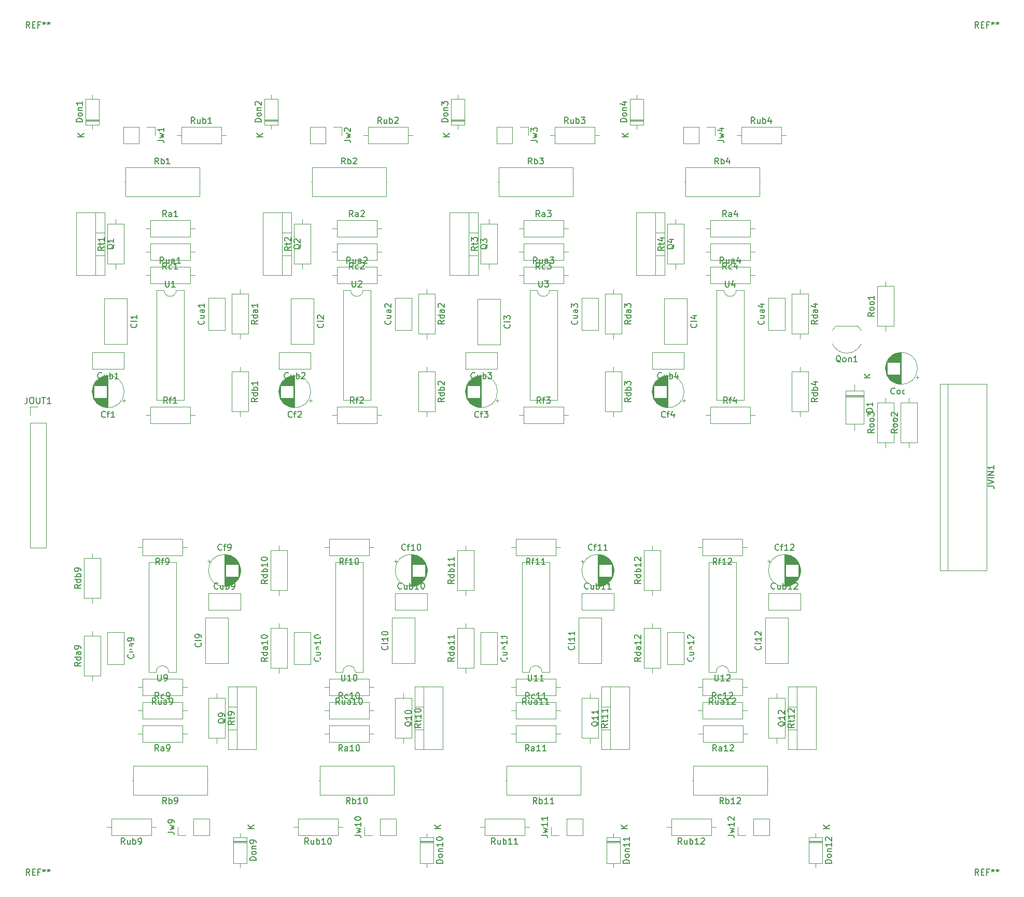
<source format=gto>
%TF.GenerationSoftware,KiCad,Pcbnew,5.1.10*%
%TF.CreationDate,2021-06-29T12:58:40-03:00*%
%TF.ProjectId,cta,6374612e-6b69-4636-9164-5f7063625858,rev?*%
%TF.SameCoordinates,Original*%
%TF.FileFunction,Legend,Top*%
%TF.FilePolarity,Positive*%
%FSLAX46Y46*%
G04 Gerber Fmt 4.6, Leading zero omitted, Abs format (unit mm)*
G04 Created by KiCad (PCBNEW 5.1.10) date 2021-06-29 12:58:40*
%MOMM*%
%LPD*%
G01*
G04 APERTURE LIST*
%ADD10C,0.120000*%
%ADD11C,0.150000*%
%ADD12C,6.000000*%
%ADD13C,3.000000*%
%ADD14R,3.000000X3.000000*%
%ADD15O,2.400000X1.600000*%
%ADD16R,2.400000X1.600000*%
%ADD17O,1.700000X1.700000*%
%ADD18R,1.700000X1.700000*%
%ADD19O,1.600000X1.600000*%
%ADD20R,1.600000X1.600000*%
%ADD21C,1.600000*%
%ADD22R,1.500000X1.500000*%
%ADD23C,1.500000*%
%ADD24O,2.200000X2.200000*%
%ADD25R,2.200000X2.200000*%
%ADD26O,2.400000X2.400000*%
%ADD27C,2.400000*%
%ADD28O,2.000000X1.905000*%
%ADD29R,2.000000X1.905000*%
G04 APERTURE END LIST*
D10*
X203200000Y-73660000D02*
X203200000Y-104140000D01*
X210820000Y-73660000D02*
X210820000Y-104140000D01*
X204470000Y-73660000D02*
X204470000Y-104140000D01*
X203200000Y-104140000D02*
X210820000Y-104140000D01*
X210820000Y-73660000D02*
X203200000Y-73660000D01*
X73950000Y-120710000D02*
X75200000Y-120710000D01*
X73950000Y-102810000D02*
X73950000Y-120710000D01*
X78450000Y-102810000D02*
X73950000Y-102810000D01*
X78450000Y-120710000D02*
X78450000Y-102810000D01*
X77200000Y-120710000D02*
X78450000Y-120710000D01*
X75200000Y-120710000D02*
G75*
G02*
X77200000Y-120710000I1000000J0D01*
G01*
X54550000Y-77410000D02*
X55880000Y-77410000D01*
X54550000Y-78740000D02*
X54550000Y-77410000D01*
X54550000Y-80010000D02*
X57210000Y-80010000D01*
X57210000Y-80010000D02*
X57210000Y-100390000D01*
X54550000Y-80010000D02*
X54550000Y-100390000D01*
X54550000Y-100390000D02*
X57210000Y-100390000D01*
X184000000Y-147740000D02*
X181760000Y-147740000D01*
X181760000Y-147740000D02*
X181760000Y-151980000D01*
X181760000Y-151980000D02*
X184000000Y-151980000D01*
X184000000Y-151980000D02*
X184000000Y-147740000D01*
X182880000Y-147090000D02*
X182880000Y-147740000D01*
X182880000Y-152630000D02*
X182880000Y-151980000D01*
X184000000Y-148460000D02*
X181760000Y-148460000D01*
X184000000Y-148580000D02*
X181760000Y-148580000D01*
X184000000Y-148340000D02*
X181760000Y-148340000D01*
X150980000Y-147740000D02*
X148740000Y-147740000D01*
X148740000Y-147740000D02*
X148740000Y-151980000D01*
X148740000Y-151980000D02*
X150980000Y-151980000D01*
X150980000Y-151980000D02*
X150980000Y-147740000D01*
X149860000Y-147090000D02*
X149860000Y-147740000D01*
X149860000Y-152630000D02*
X149860000Y-151980000D01*
X150980000Y-148460000D02*
X148740000Y-148460000D01*
X150980000Y-148580000D02*
X148740000Y-148580000D01*
X150980000Y-148340000D02*
X148740000Y-148340000D01*
X120500000Y-147740000D02*
X118260000Y-147740000D01*
X118260000Y-147740000D02*
X118260000Y-151980000D01*
X118260000Y-151980000D02*
X120500000Y-151980000D01*
X120500000Y-151980000D02*
X120500000Y-147740000D01*
X119380000Y-147090000D02*
X119380000Y-147740000D01*
X119380000Y-152630000D02*
X119380000Y-151980000D01*
X120500000Y-148460000D02*
X118260000Y-148460000D01*
X120500000Y-148580000D02*
X118260000Y-148580000D01*
X120500000Y-148340000D02*
X118260000Y-148340000D01*
X90020000Y-147740000D02*
X87780000Y-147740000D01*
X87780000Y-147740000D02*
X87780000Y-151980000D01*
X87780000Y-151980000D02*
X90020000Y-151980000D01*
X90020000Y-151980000D02*
X90020000Y-147740000D01*
X88900000Y-147090000D02*
X88900000Y-147740000D01*
X88900000Y-152630000D02*
X88900000Y-151980000D01*
X90020000Y-148460000D02*
X87780000Y-148460000D01*
X90020000Y-148580000D02*
X87780000Y-148580000D01*
X90020000Y-148340000D02*
X87780000Y-148340000D01*
X152550000Y-31330000D02*
X154790000Y-31330000D01*
X154790000Y-31330000D02*
X154790000Y-27090000D01*
X154790000Y-27090000D02*
X152550000Y-27090000D01*
X152550000Y-27090000D02*
X152550000Y-31330000D01*
X153670000Y-31980000D02*
X153670000Y-31330000D01*
X153670000Y-26440000D02*
X153670000Y-27090000D01*
X152550000Y-30610000D02*
X154790000Y-30610000D01*
X152550000Y-30490000D02*
X154790000Y-30490000D01*
X152550000Y-30730000D02*
X154790000Y-30730000D01*
X123340000Y-31330000D02*
X125580000Y-31330000D01*
X125580000Y-31330000D02*
X125580000Y-27090000D01*
X125580000Y-27090000D02*
X123340000Y-27090000D01*
X123340000Y-27090000D02*
X123340000Y-31330000D01*
X124460000Y-31980000D02*
X124460000Y-31330000D01*
X124460000Y-26440000D02*
X124460000Y-27090000D01*
X123340000Y-30610000D02*
X125580000Y-30610000D01*
X123340000Y-30490000D02*
X125580000Y-30490000D01*
X123340000Y-30730000D02*
X125580000Y-30730000D01*
X92860000Y-31330000D02*
X95100000Y-31330000D01*
X95100000Y-31330000D02*
X95100000Y-27090000D01*
X95100000Y-27090000D02*
X92860000Y-27090000D01*
X92860000Y-27090000D02*
X92860000Y-31330000D01*
X93980000Y-31980000D02*
X93980000Y-31330000D01*
X93980000Y-26440000D02*
X93980000Y-27090000D01*
X92860000Y-30610000D02*
X95100000Y-30610000D01*
X92860000Y-30490000D02*
X95100000Y-30490000D01*
X92860000Y-30730000D02*
X95100000Y-30730000D01*
X63650000Y-31330000D02*
X65890000Y-31330000D01*
X65890000Y-31330000D02*
X65890000Y-27090000D01*
X65890000Y-27090000D02*
X63650000Y-27090000D01*
X63650000Y-27090000D02*
X63650000Y-31330000D01*
X64770000Y-31980000D02*
X64770000Y-31330000D01*
X64770000Y-26440000D02*
X64770000Y-27090000D01*
X63650000Y-30610000D02*
X65890000Y-30610000D01*
X63650000Y-30490000D02*
X65890000Y-30490000D01*
X63650000Y-30730000D02*
X65890000Y-30730000D01*
X194310000Y-75970000D02*
X194310000Y-76740000D01*
X194310000Y-84050000D02*
X194310000Y-83280000D01*
X192940000Y-76740000D02*
X192940000Y-83280000D01*
X195680000Y-76740000D02*
X192940000Y-76740000D01*
X195680000Y-83280000D02*
X195680000Y-76740000D01*
X192940000Y-83280000D02*
X195680000Y-83280000D01*
X198120000Y-75970000D02*
X198120000Y-76740000D01*
X198120000Y-84050000D02*
X198120000Y-83280000D01*
X196750000Y-76740000D02*
X196750000Y-83280000D01*
X199490000Y-76740000D02*
X196750000Y-76740000D01*
X199490000Y-83280000D02*
X199490000Y-76740000D01*
X196750000Y-83280000D02*
X199490000Y-83280000D01*
X194310000Y-56920000D02*
X194310000Y-57690000D01*
X194310000Y-65000000D02*
X194310000Y-64230000D01*
X192940000Y-57690000D02*
X192940000Y-64230000D01*
X195680000Y-57690000D02*
X192940000Y-57690000D01*
X195680000Y-64230000D02*
X195680000Y-57690000D01*
X192940000Y-64230000D02*
X195680000Y-64230000D01*
X189760000Y-64190000D02*
X186160000Y-64190000D01*
X185635816Y-64917205D02*
G75*
G02*
X186160000Y-64190000I2324184J-1122795D01*
G01*
X185603600Y-67138807D02*
G75*
G03*
X187960000Y-68640000I2356400J1098807D01*
G01*
X190316400Y-67138807D02*
G75*
G02*
X187960000Y-68640000I-2356400J1098807D01*
G01*
X190284184Y-64917205D02*
G75*
G03*
X189760000Y-64190000I-2324184J-1122795D01*
G01*
X190700000Y-75530000D02*
X187760000Y-75530000D01*
X190700000Y-75770000D02*
X187760000Y-75770000D01*
X190700000Y-75650000D02*
X187760000Y-75650000D01*
X189230000Y-81210000D02*
X189230000Y-80190000D01*
X189230000Y-73730000D02*
X189230000Y-74750000D01*
X190700000Y-80190000D02*
X190700000Y-74750000D01*
X187760000Y-80190000D02*
X190700000Y-80190000D01*
X187760000Y-74750000D02*
X187760000Y-80190000D01*
X190700000Y-74750000D02*
X187760000Y-74750000D01*
X199424775Y-72845000D02*
X199424775Y-72345000D01*
X199674775Y-72595000D02*
X199174775Y-72595000D01*
X194269000Y-71404000D02*
X194269000Y-70836000D01*
X194309000Y-71638000D02*
X194309000Y-70602000D01*
X194349000Y-71797000D02*
X194349000Y-70443000D01*
X194389000Y-71925000D02*
X194389000Y-70315000D01*
X194429000Y-72035000D02*
X194429000Y-70205000D01*
X194469000Y-72131000D02*
X194469000Y-70109000D01*
X194509000Y-72218000D02*
X194509000Y-70022000D01*
X194549000Y-72298000D02*
X194549000Y-69942000D01*
X194589000Y-70080000D02*
X194589000Y-69869000D01*
X194589000Y-72371000D02*
X194589000Y-72160000D01*
X194629000Y-70080000D02*
X194629000Y-69801000D01*
X194629000Y-72439000D02*
X194629000Y-72160000D01*
X194669000Y-70080000D02*
X194669000Y-69737000D01*
X194669000Y-72503000D02*
X194669000Y-72160000D01*
X194709000Y-70080000D02*
X194709000Y-69677000D01*
X194709000Y-72563000D02*
X194709000Y-72160000D01*
X194749000Y-70080000D02*
X194749000Y-69620000D01*
X194749000Y-72620000D02*
X194749000Y-72160000D01*
X194789000Y-70080000D02*
X194789000Y-69566000D01*
X194789000Y-72674000D02*
X194789000Y-72160000D01*
X194829000Y-70080000D02*
X194829000Y-69515000D01*
X194829000Y-72725000D02*
X194829000Y-72160000D01*
X194869000Y-70080000D02*
X194869000Y-69467000D01*
X194869000Y-72773000D02*
X194869000Y-72160000D01*
X194909000Y-70080000D02*
X194909000Y-69421000D01*
X194909000Y-72819000D02*
X194909000Y-72160000D01*
X194949000Y-70080000D02*
X194949000Y-69377000D01*
X194949000Y-72863000D02*
X194949000Y-72160000D01*
X194989000Y-70080000D02*
X194989000Y-69335000D01*
X194989000Y-72905000D02*
X194989000Y-72160000D01*
X195029000Y-70080000D02*
X195029000Y-69294000D01*
X195029000Y-72946000D02*
X195029000Y-72160000D01*
X195069000Y-70080000D02*
X195069000Y-69256000D01*
X195069000Y-72984000D02*
X195069000Y-72160000D01*
X195109000Y-70080000D02*
X195109000Y-69219000D01*
X195109000Y-73021000D02*
X195109000Y-72160000D01*
X195149000Y-70080000D02*
X195149000Y-69183000D01*
X195149000Y-73057000D02*
X195149000Y-72160000D01*
X195189000Y-70080000D02*
X195189000Y-69149000D01*
X195189000Y-73091000D02*
X195189000Y-72160000D01*
X195229000Y-70080000D02*
X195229000Y-69116000D01*
X195229000Y-73124000D02*
X195229000Y-72160000D01*
X195269000Y-70080000D02*
X195269000Y-69085000D01*
X195269000Y-73155000D02*
X195269000Y-72160000D01*
X195309000Y-70080000D02*
X195309000Y-69055000D01*
X195309000Y-73185000D02*
X195309000Y-72160000D01*
X195349000Y-70080000D02*
X195349000Y-69025000D01*
X195349000Y-73215000D02*
X195349000Y-72160000D01*
X195389000Y-70080000D02*
X195389000Y-68998000D01*
X195389000Y-73242000D02*
X195389000Y-72160000D01*
X195429000Y-70080000D02*
X195429000Y-68971000D01*
X195429000Y-73269000D02*
X195429000Y-72160000D01*
X195469000Y-70080000D02*
X195469000Y-68945000D01*
X195469000Y-73295000D02*
X195469000Y-72160000D01*
X195509000Y-70080000D02*
X195509000Y-68920000D01*
X195509000Y-73320000D02*
X195509000Y-72160000D01*
X195549000Y-70080000D02*
X195549000Y-68896000D01*
X195549000Y-73344000D02*
X195549000Y-72160000D01*
X195589000Y-70080000D02*
X195589000Y-68873000D01*
X195589000Y-73367000D02*
X195589000Y-72160000D01*
X195629000Y-70080000D02*
X195629000Y-68852000D01*
X195629000Y-73388000D02*
X195629000Y-72160000D01*
X195669000Y-70080000D02*
X195669000Y-68830000D01*
X195669000Y-73410000D02*
X195669000Y-72160000D01*
X195709000Y-70080000D02*
X195709000Y-68810000D01*
X195709000Y-73430000D02*
X195709000Y-72160000D01*
X195749000Y-70080000D02*
X195749000Y-68791000D01*
X195749000Y-73449000D02*
X195749000Y-72160000D01*
X195789000Y-70080000D02*
X195789000Y-68772000D01*
X195789000Y-73468000D02*
X195789000Y-72160000D01*
X195829000Y-70080000D02*
X195829000Y-68755000D01*
X195829000Y-73485000D02*
X195829000Y-72160000D01*
X195869000Y-70080000D02*
X195869000Y-68738000D01*
X195869000Y-73502000D02*
X195869000Y-72160000D01*
X195909000Y-70080000D02*
X195909000Y-68722000D01*
X195909000Y-73518000D02*
X195909000Y-72160000D01*
X195949000Y-70080000D02*
X195949000Y-68706000D01*
X195949000Y-73534000D02*
X195949000Y-72160000D01*
X195989000Y-70080000D02*
X195989000Y-68692000D01*
X195989000Y-73548000D02*
X195989000Y-72160000D01*
X196029000Y-70080000D02*
X196029000Y-68678000D01*
X196029000Y-73562000D02*
X196029000Y-72160000D01*
X196069000Y-70080000D02*
X196069000Y-68665000D01*
X196069000Y-73575000D02*
X196069000Y-72160000D01*
X196109000Y-70080000D02*
X196109000Y-68652000D01*
X196109000Y-73588000D02*
X196109000Y-72160000D01*
X196149000Y-70080000D02*
X196149000Y-68640000D01*
X196149000Y-73600000D02*
X196149000Y-72160000D01*
X196190000Y-70080000D02*
X196190000Y-68629000D01*
X196190000Y-73611000D02*
X196190000Y-72160000D01*
X196230000Y-70080000D02*
X196230000Y-68619000D01*
X196230000Y-73621000D02*
X196230000Y-72160000D01*
X196270000Y-70080000D02*
X196270000Y-68609000D01*
X196270000Y-73631000D02*
X196270000Y-72160000D01*
X196310000Y-70080000D02*
X196310000Y-68600000D01*
X196310000Y-73640000D02*
X196310000Y-72160000D01*
X196350000Y-70080000D02*
X196350000Y-68592000D01*
X196350000Y-73648000D02*
X196350000Y-72160000D01*
X196390000Y-70080000D02*
X196390000Y-68584000D01*
X196390000Y-73656000D02*
X196390000Y-72160000D01*
X196430000Y-70080000D02*
X196430000Y-68577000D01*
X196430000Y-73663000D02*
X196430000Y-72160000D01*
X196470000Y-70080000D02*
X196470000Y-68570000D01*
X196470000Y-73670000D02*
X196470000Y-72160000D01*
X196510000Y-70080000D02*
X196510000Y-68564000D01*
X196510000Y-73676000D02*
X196510000Y-72160000D01*
X196550000Y-70080000D02*
X196550000Y-68559000D01*
X196550000Y-73681000D02*
X196550000Y-72160000D01*
X196590000Y-70080000D02*
X196590000Y-68555000D01*
X196590000Y-73685000D02*
X196590000Y-72160000D01*
X196630000Y-70080000D02*
X196630000Y-68551000D01*
X196630000Y-73689000D02*
X196630000Y-72160000D01*
X196670000Y-73693000D02*
X196670000Y-68547000D01*
X196710000Y-73696000D02*
X196710000Y-68544000D01*
X196750000Y-73698000D02*
X196750000Y-68542000D01*
X196790000Y-73699000D02*
X196790000Y-68541000D01*
X196830000Y-73700000D02*
X196830000Y-68540000D01*
X196870000Y-73700000D02*
X196870000Y-68540000D01*
X199490000Y-71120000D02*
G75*
G03*
X199490000Y-71120000I-2620000J0D01*
G01*
X174660000Y-111890000D02*
X178400000Y-111890000D01*
X174660000Y-119330000D02*
X178400000Y-119330000D01*
X178400000Y-119330000D02*
X178400000Y-111890000D01*
X174660000Y-119330000D02*
X174660000Y-111890000D01*
X144180000Y-111890000D02*
X147920000Y-111890000D01*
X144180000Y-119330000D02*
X147920000Y-119330000D01*
X147920000Y-119330000D02*
X147920000Y-111890000D01*
X144180000Y-119330000D02*
X144180000Y-111890000D01*
X113700000Y-111890000D02*
X117440000Y-111890000D01*
X113700000Y-119330000D02*
X117440000Y-119330000D01*
X117440000Y-119330000D02*
X117440000Y-111890000D01*
X113700000Y-119330000D02*
X113700000Y-111890000D01*
X83220000Y-111890000D02*
X86960000Y-111890000D01*
X83220000Y-119330000D02*
X86960000Y-119330000D01*
X86960000Y-119330000D02*
X86960000Y-111890000D01*
X83220000Y-119330000D02*
X83220000Y-111890000D01*
X161890000Y-67180000D02*
X158150000Y-67180000D01*
X161890000Y-59740000D02*
X158150000Y-59740000D01*
X158150000Y-59740000D02*
X158150000Y-67180000D01*
X161890000Y-59740000D02*
X161890000Y-67180000D01*
X131410000Y-67260000D02*
X127670000Y-67260000D01*
X131410000Y-59820000D02*
X127670000Y-59820000D01*
X127670000Y-59820000D02*
X127670000Y-67260000D01*
X131410000Y-59820000D02*
X131410000Y-67260000D01*
X174980000Y-140800000D02*
X174980000Y-136060000D01*
X174980000Y-136060000D02*
X162840000Y-136060000D01*
X162840000Y-136060000D02*
X162840000Y-140800000D01*
X162840000Y-140800000D02*
X174980000Y-140800000D01*
X175090000Y-138430000D02*
X174980000Y-138430000D01*
X162730000Y-138430000D02*
X162840000Y-138430000D01*
X144500000Y-140800000D02*
X144500000Y-136060000D01*
X144500000Y-136060000D02*
X132360000Y-136060000D01*
X132360000Y-136060000D02*
X132360000Y-140800000D01*
X132360000Y-140800000D02*
X144500000Y-140800000D01*
X144610000Y-138430000D02*
X144500000Y-138430000D01*
X132250000Y-138430000D02*
X132360000Y-138430000D01*
X114020000Y-140800000D02*
X114020000Y-136060000D01*
X114020000Y-136060000D02*
X101880000Y-136060000D01*
X101880000Y-136060000D02*
X101880000Y-140800000D01*
X101880000Y-140800000D02*
X114020000Y-140800000D01*
X114130000Y-138430000D02*
X114020000Y-138430000D01*
X101770000Y-138430000D02*
X101880000Y-138430000D01*
X83540000Y-140800000D02*
X83540000Y-136060000D01*
X83540000Y-136060000D02*
X71400000Y-136060000D01*
X71400000Y-136060000D02*
X71400000Y-140800000D01*
X71400000Y-140800000D02*
X83540000Y-140800000D01*
X83650000Y-138430000D02*
X83540000Y-138430000D01*
X71290000Y-138430000D02*
X71400000Y-138430000D01*
X161570000Y-38270000D02*
X161570000Y-43010000D01*
X161570000Y-43010000D02*
X173710000Y-43010000D01*
X173710000Y-43010000D02*
X173710000Y-38270000D01*
X173710000Y-38270000D02*
X161570000Y-38270000D01*
X161460000Y-40640000D02*
X161570000Y-40640000D01*
X173820000Y-40640000D02*
X173710000Y-40640000D01*
X131090000Y-38270000D02*
X131090000Y-43010000D01*
X131090000Y-43010000D02*
X143230000Y-43010000D01*
X143230000Y-43010000D02*
X143230000Y-38270000D01*
X143230000Y-38270000D02*
X131090000Y-38270000D01*
X130980000Y-40640000D02*
X131090000Y-40640000D01*
X143340000Y-40640000D02*
X143230000Y-40640000D01*
X100610000Y-38270000D02*
X100610000Y-43010000D01*
X100610000Y-43010000D02*
X112750000Y-43010000D01*
X112750000Y-43010000D02*
X112750000Y-38270000D01*
X112750000Y-38270000D02*
X100610000Y-38270000D01*
X100500000Y-40640000D02*
X100610000Y-40640000D01*
X112860000Y-40640000D02*
X112750000Y-40640000D01*
X70130000Y-38270000D02*
X70130000Y-43010000D01*
X70130000Y-43010000D02*
X82270000Y-43010000D01*
X82270000Y-43010000D02*
X82270000Y-38270000D01*
X82270000Y-38270000D02*
X70130000Y-38270000D01*
X70020000Y-40640000D02*
X70130000Y-40640000D01*
X82380000Y-40640000D02*
X82270000Y-40640000D01*
X175160000Y-107850000D02*
X180400000Y-107850000D01*
X175160000Y-110590000D02*
X180400000Y-110590000D01*
X175160000Y-107850000D02*
X175160000Y-110590000D01*
X180400000Y-107850000D02*
X180400000Y-110590000D01*
X144680000Y-107850000D02*
X149920000Y-107850000D01*
X144680000Y-110590000D02*
X149920000Y-110590000D01*
X144680000Y-107850000D02*
X144680000Y-110590000D01*
X149920000Y-107850000D02*
X149920000Y-110590000D01*
X114200000Y-107850000D02*
X119440000Y-107850000D01*
X114200000Y-110590000D02*
X119440000Y-110590000D01*
X114200000Y-107850000D02*
X114200000Y-110590000D01*
X119440000Y-107850000D02*
X119440000Y-110590000D01*
X83720000Y-107850000D02*
X88960000Y-107850000D01*
X83720000Y-110590000D02*
X88960000Y-110590000D01*
X83720000Y-107850000D02*
X83720000Y-110590000D01*
X88960000Y-107850000D02*
X88960000Y-110590000D01*
X161390000Y-71220000D02*
X156150000Y-71220000D01*
X161390000Y-68480000D02*
X156150000Y-68480000D01*
X161390000Y-71220000D02*
X161390000Y-68480000D01*
X156150000Y-71220000D02*
X156150000Y-68480000D01*
X130910000Y-71220000D02*
X125670000Y-71220000D01*
X130910000Y-68480000D02*
X125670000Y-68480000D01*
X130910000Y-71220000D02*
X130910000Y-68480000D01*
X125670000Y-71220000D02*
X125670000Y-68480000D01*
X100430000Y-71220000D02*
X95190000Y-71220000D01*
X100430000Y-68480000D02*
X95190000Y-68480000D01*
X100430000Y-71220000D02*
X100430000Y-68480000D01*
X95190000Y-71220000D02*
X95190000Y-68480000D01*
X69950000Y-71220000D02*
X64710000Y-71220000D01*
X69950000Y-68480000D02*
X64710000Y-68480000D01*
X69950000Y-71220000D02*
X69950000Y-68480000D01*
X64710000Y-71220000D02*
X64710000Y-68480000D01*
X161390000Y-114200000D02*
X161390000Y-119440000D01*
X158650000Y-114200000D02*
X158650000Y-119440000D01*
X161390000Y-114200000D02*
X158650000Y-114200000D01*
X161390000Y-119440000D02*
X158650000Y-119440000D01*
X130910000Y-114200000D02*
X130910000Y-119440000D01*
X128170000Y-114200000D02*
X128170000Y-119440000D01*
X130910000Y-114200000D02*
X128170000Y-114200000D01*
X130910000Y-119440000D02*
X128170000Y-119440000D01*
X100430000Y-114200000D02*
X100430000Y-119440000D01*
X97690000Y-114200000D02*
X97690000Y-119440000D01*
X100430000Y-114200000D02*
X97690000Y-114200000D01*
X100430000Y-119440000D02*
X97690000Y-119440000D01*
X69950000Y-114200000D02*
X69950000Y-119440000D01*
X67210000Y-114200000D02*
X67210000Y-119440000D01*
X69950000Y-114200000D02*
X67210000Y-114200000D01*
X69950000Y-119440000D02*
X67210000Y-119440000D01*
X175160000Y-64870000D02*
X175160000Y-59630000D01*
X177900000Y-64870000D02*
X177900000Y-59630000D01*
X175160000Y-64870000D02*
X177900000Y-64870000D01*
X175160000Y-59630000D02*
X177900000Y-59630000D01*
X144680000Y-64870000D02*
X144680000Y-59630000D01*
X147420000Y-64870000D02*
X147420000Y-59630000D01*
X144680000Y-64870000D02*
X147420000Y-64870000D01*
X144680000Y-59630000D02*
X147420000Y-59630000D01*
X114200000Y-64870000D02*
X114200000Y-59630000D01*
X116940000Y-64870000D02*
X116940000Y-59630000D01*
X114200000Y-64870000D02*
X116940000Y-64870000D01*
X114200000Y-59630000D02*
X116940000Y-59630000D01*
X83720000Y-64870000D02*
X83720000Y-59630000D01*
X86460000Y-64870000D02*
X86460000Y-59630000D01*
X83720000Y-64870000D02*
X86460000Y-64870000D01*
X83720000Y-59630000D02*
X86460000Y-59630000D01*
X170120000Y-147380000D02*
X170120000Y-146050000D01*
X171450000Y-147380000D02*
X170120000Y-147380000D01*
X172720000Y-147380000D02*
X172720000Y-144720000D01*
X172720000Y-144720000D02*
X175320000Y-144720000D01*
X172720000Y-147380000D02*
X175320000Y-147380000D01*
X175320000Y-147380000D02*
X175320000Y-144720000D01*
X139640000Y-147380000D02*
X139640000Y-146050000D01*
X140970000Y-147380000D02*
X139640000Y-147380000D01*
X142240000Y-147380000D02*
X142240000Y-144720000D01*
X142240000Y-144720000D02*
X144840000Y-144720000D01*
X142240000Y-147380000D02*
X144840000Y-147380000D01*
X144840000Y-147380000D02*
X144840000Y-144720000D01*
X109160000Y-147380000D02*
X109160000Y-146050000D01*
X110490000Y-147380000D02*
X109160000Y-147380000D01*
X111760000Y-147380000D02*
X111760000Y-144720000D01*
X111760000Y-144720000D02*
X114360000Y-144720000D01*
X111760000Y-147380000D02*
X114360000Y-147380000D01*
X114360000Y-147380000D02*
X114360000Y-144720000D01*
X78680000Y-147380000D02*
X78680000Y-146050000D01*
X80010000Y-147380000D02*
X78680000Y-147380000D01*
X81280000Y-147380000D02*
X81280000Y-144720000D01*
X81280000Y-144720000D02*
X83880000Y-144720000D01*
X81280000Y-147380000D02*
X83880000Y-147380000D01*
X83880000Y-147380000D02*
X83880000Y-144720000D01*
X166430000Y-31690000D02*
X166430000Y-33020000D01*
X165100000Y-31690000D02*
X166430000Y-31690000D01*
X163830000Y-31690000D02*
X163830000Y-34350000D01*
X163830000Y-34350000D02*
X161230000Y-34350000D01*
X163830000Y-31690000D02*
X161230000Y-31690000D01*
X161230000Y-31690000D02*
X161230000Y-34350000D01*
X135950000Y-31690000D02*
X135950000Y-33020000D01*
X134620000Y-31690000D02*
X135950000Y-31690000D01*
X133350000Y-31690000D02*
X133350000Y-34350000D01*
X133350000Y-34350000D02*
X130750000Y-34350000D01*
X133350000Y-31690000D02*
X130750000Y-31690000D01*
X130750000Y-31690000D02*
X130750000Y-34350000D01*
X105470000Y-31690000D02*
X105470000Y-33020000D01*
X104140000Y-31690000D02*
X105470000Y-31690000D01*
X102870000Y-31690000D02*
X102870000Y-34350000D01*
X102870000Y-34350000D02*
X100270000Y-34350000D01*
X102870000Y-31690000D02*
X100270000Y-31690000D01*
X100270000Y-31690000D02*
X100270000Y-34350000D01*
X74990000Y-31690000D02*
X74990000Y-33020000D01*
X73660000Y-31690000D02*
X74990000Y-31690000D01*
X72390000Y-31690000D02*
X72390000Y-34350000D01*
X72390000Y-34350000D02*
X69790000Y-34350000D01*
X72390000Y-31690000D02*
X69790000Y-31690000D01*
X69790000Y-31690000D02*
X69790000Y-34350000D01*
X100930000Y-59740000D02*
X100930000Y-67180000D01*
X97190000Y-59740000D02*
X97190000Y-67180000D01*
X100930000Y-59740000D02*
X97190000Y-59740000D01*
X100930000Y-67180000D02*
X97190000Y-67180000D01*
X70450000Y-59740000D02*
X70450000Y-67180000D01*
X66710000Y-59740000D02*
X66710000Y-67180000D01*
X70450000Y-59740000D02*
X66710000Y-59740000D01*
X70450000Y-67180000D02*
X66710000Y-67180000D01*
X168640000Y-120710000D02*
X169890000Y-120710000D01*
X169890000Y-120710000D02*
X169890000Y-102810000D01*
X169890000Y-102810000D02*
X165390000Y-102810000D01*
X165390000Y-102810000D02*
X165390000Y-120710000D01*
X165390000Y-120710000D02*
X166640000Y-120710000D01*
X166640000Y-120710000D02*
G75*
G02*
X168640000Y-120710000I1000000J0D01*
G01*
X165830000Y-147420000D02*
X165830000Y-144680000D01*
X165830000Y-144680000D02*
X159290000Y-144680000D01*
X159290000Y-144680000D02*
X159290000Y-147420000D01*
X159290000Y-147420000D02*
X165830000Y-147420000D01*
X166600000Y-146050000D02*
X165830000Y-146050000D01*
X158520000Y-146050000D02*
X159290000Y-146050000D01*
X170910000Y-124560000D02*
X170910000Y-121820000D01*
X170910000Y-121820000D02*
X164370000Y-121820000D01*
X164370000Y-121820000D02*
X164370000Y-124560000D01*
X164370000Y-124560000D02*
X170910000Y-124560000D01*
X171680000Y-123190000D02*
X170910000Y-123190000D01*
X163600000Y-123190000D02*
X164370000Y-123190000D01*
X177900000Y-125000000D02*
X175160000Y-125000000D01*
X175160000Y-125000000D02*
X175160000Y-131540000D01*
X175160000Y-131540000D02*
X177900000Y-131540000D01*
X177900000Y-131540000D02*
X177900000Y-125000000D01*
X176530000Y-124230000D02*
X176530000Y-125000000D01*
X176530000Y-132310000D02*
X176530000Y-131540000D01*
X170910000Y-101700000D02*
X170910000Y-98960000D01*
X170910000Y-98960000D02*
X164370000Y-98960000D01*
X164370000Y-98960000D02*
X164370000Y-101700000D01*
X164370000Y-101700000D02*
X170910000Y-101700000D01*
X171680000Y-100330000D02*
X170910000Y-100330000D01*
X163600000Y-100330000D02*
X164370000Y-100330000D01*
X154840000Y-107410000D02*
X157580000Y-107410000D01*
X157580000Y-107410000D02*
X157580000Y-100870000D01*
X157580000Y-100870000D02*
X154840000Y-100870000D01*
X154840000Y-100870000D02*
X154840000Y-107410000D01*
X156210000Y-108180000D02*
X156210000Y-107410000D01*
X156210000Y-100100000D02*
X156210000Y-100870000D01*
X154840000Y-120110000D02*
X157580000Y-120110000D01*
X157580000Y-120110000D02*
X157580000Y-113570000D01*
X157580000Y-113570000D02*
X154840000Y-113570000D01*
X154840000Y-113570000D02*
X154840000Y-120110000D01*
X156210000Y-120880000D02*
X156210000Y-120110000D01*
X156210000Y-112800000D02*
X156210000Y-113570000D01*
X164370000Y-125630000D02*
X164370000Y-128370000D01*
X164370000Y-128370000D02*
X170910000Y-128370000D01*
X170910000Y-128370000D02*
X170910000Y-125630000D01*
X170910000Y-125630000D02*
X164370000Y-125630000D01*
X163600000Y-127000000D02*
X164370000Y-127000000D01*
X171680000Y-127000000D02*
X170910000Y-127000000D01*
X171030225Y-132180000D02*
X171030225Y-129440000D01*
X171030225Y-129440000D02*
X164490225Y-129440000D01*
X164490225Y-129440000D02*
X164490225Y-132180000D01*
X164490225Y-132180000D02*
X171030225Y-132180000D01*
X171800225Y-130810000D02*
X171030225Y-130810000D01*
X163720225Y-130810000D02*
X164490225Y-130810000D01*
X178340000Y-133390000D02*
X178340000Y-123150000D01*
X182981000Y-133390000D02*
X182981000Y-123150000D01*
X178340000Y-133390000D02*
X182981000Y-133390000D01*
X178340000Y-123150000D02*
X182981000Y-123150000D01*
X179850000Y-133390000D02*
X179850000Y-123150000D01*
X178340000Y-130120000D02*
X179850000Y-130120000D01*
X178340000Y-126419000D02*
X179850000Y-126419000D01*
X180400000Y-104140000D02*
G75*
G03*
X180400000Y-104140000I-2620000J0D01*
G01*
X177780000Y-101560000D02*
X177780000Y-106720000D01*
X177820000Y-101560000D02*
X177820000Y-106720000D01*
X177860000Y-101561000D02*
X177860000Y-106719000D01*
X177900000Y-101562000D02*
X177900000Y-106718000D01*
X177940000Y-101564000D02*
X177940000Y-106716000D01*
X177980000Y-101567000D02*
X177980000Y-106713000D01*
X178020000Y-101571000D02*
X178020000Y-103100000D01*
X178020000Y-105180000D02*
X178020000Y-106709000D01*
X178060000Y-101575000D02*
X178060000Y-103100000D01*
X178060000Y-105180000D02*
X178060000Y-106705000D01*
X178100000Y-101579000D02*
X178100000Y-103100000D01*
X178100000Y-105180000D02*
X178100000Y-106701000D01*
X178140000Y-101584000D02*
X178140000Y-103100000D01*
X178140000Y-105180000D02*
X178140000Y-106696000D01*
X178180000Y-101590000D02*
X178180000Y-103100000D01*
X178180000Y-105180000D02*
X178180000Y-106690000D01*
X178220000Y-101597000D02*
X178220000Y-103100000D01*
X178220000Y-105180000D02*
X178220000Y-106683000D01*
X178260000Y-101604000D02*
X178260000Y-103100000D01*
X178260000Y-105180000D02*
X178260000Y-106676000D01*
X178300000Y-101612000D02*
X178300000Y-103100000D01*
X178300000Y-105180000D02*
X178300000Y-106668000D01*
X178340000Y-101620000D02*
X178340000Y-103100000D01*
X178340000Y-105180000D02*
X178340000Y-106660000D01*
X178380000Y-101629000D02*
X178380000Y-103100000D01*
X178380000Y-105180000D02*
X178380000Y-106651000D01*
X178420000Y-101639000D02*
X178420000Y-103100000D01*
X178420000Y-105180000D02*
X178420000Y-106641000D01*
X178460000Y-101649000D02*
X178460000Y-103100000D01*
X178460000Y-105180000D02*
X178460000Y-106631000D01*
X178501000Y-101660000D02*
X178501000Y-103100000D01*
X178501000Y-105180000D02*
X178501000Y-106620000D01*
X178541000Y-101672000D02*
X178541000Y-103100000D01*
X178541000Y-105180000D02*
X178541000Y-106608000D01*
X178581000Y-101685000D02*
X178581000Y-103100000D01*
X178581000Y-105180000D02*
X178581000Y-106595000D01*
X178621000Y-101698000D02*
X178621000Y-103100000D01*
X178621000Y-105180000D02*
X178621000Y-106582000D01*
X178661000Y-101712000D02*
X178661000Y-103100000D01*
X178661000Y-105180000D02*
X178661000Y-106568000D01*
X178701000Y-101726000D02*
X178701000Y-103100000D01*
X178701000Y-105180000D02*
X178701000Y-106554000D01*
X178741000Y-101742000D02*
X178741000Y-103100000D01*
X178741000Y-105180000D02*
X178741000Y-106538000D01*
X178781000Y-101758000D02*
X178781000Y-103100000D01*
X178781000Y-105180000D02*
X178781000Y-106522000D01*
X178821000Y-101775000D02*
X178821000Y-103100000D01*
X178821000Y-105180000D02*
X178821000Y-106505000D01*
X178861000Y-101792000D02*
X178861000Y-103100000D01*
X178861000Y-105180000D02*
X178861000Y-106488000D01*
X178901000Y-101811000D02*
X178901000Y-103100000D01*
X178901000Y-105180000D02*
X178901000Y-106469000D01*
X178941000Y-101830000D02*
X178941000Y-103100000D01*
X178941000Y-105180000D02*
X178941000Y-106450000D01*
X178981000Y-101850000D02*
X178981000Y-103100000D01*
X178981000Y-105180000D02*
X178981000Y-106430000D01*
X179021000Y-101872000D02*
X179021000Y-103100000D01*
X179021000Y-105180000D02*
X179021000Y-106408000D01*
X179061000Y-101893000D02*
X179061000Y-103100000D01*
X179061000Y-105180000D02*
X179061000Y-106387000D01*
X179101000Y-101916000D02*
X179101000Y-103100000D01*
X179101000Y-105180000D02*
X179101000Y-106364000D01*
X179141000Y-101940000D02*
X179141000Y-103100000D01*
X179141000Y-105180000D02*
X179141000Y-106340000D01*
X179181000Y-101965000D02*
X179181000Y-103100000D01*
X179181000Y-105180000D02*
X179181000Y-106315000D01*
X179221000Y-101991000D02*
X179221000Y-103100000D01*
X179221000Y-105180000D02*
X179221000Y-106289000D01*
X179261000Y-102018000D02*
X179261000Y-103100000D01*
X179261000Y-105180000D02*
X179261000Y-106262000D01*
X179301000Y-102045000D02*
X179301000Y-103100000D01*
X179301000Y-105180000D02*
X179301000Y-106235000D01*
X179341000Y-102075000D02*
X179341000Y-103100000D01*
X179341000Y-105180000D02*
X179341000Y-106205000D01*
X179381000Y-102105000D02*
X179381000Y-103100000D01*
X179381000Y-105180000D02*
X179381000Y-106175000D01*
X179421000Y-102136000D02*
X179421000Y-103100000D01*
X179421000Y-105180000D02*
X179421000Y-106144000D01*
X179461000Y-102169000D02*
X179461000Y-103100000D01*
X179461000Y-105180000D02*
X179461000Y-106111000D01*
X179501000Y-102203000D02*
X179501000Y-103100000D01*
X179501000Y-105180000D02*
X179501000Y-106077000D01*
X179541000Y-102239000D02*
X179541000Y-103100000D01*
X179541000Y-105180000D02*
X179541000Y-106041000D01*
X179581000Y-102276000D02*
X179581000Y-103100000D01*
X179581000Y-105180000D02*
X179581000Y-106004000D01*
X179621000Y-102314000D02*
X179621000Y-103100000D01*
X179621000Y-105180000D02*
X179621000Y-105966000D01*
X179661000Y-102355000D02*
X179661000Y-103100000D01*
X179661000Y-105180000D02*
X179661000Y-105925000D01*
X179701000Y-102397000D02*
X179701000Y-103100000D01*
X179701000Y-105180000D02*
X179701000Y-105883000D01*
X179741000Y-102441000D02*
X179741000Y-103100000D01*
X179741000Y-105180000D02*
X179741000Y-105839000D01*
X179781000Y-102487000D02*
X179781000Y-103100000D01*
X179781000Y-105180000D02*
X179781000Y-105793000D01*
X179821000Y-102535000D02*
X179821000Y-103100000D01*
X179821000Y-105180000D02*
X179821000Y-105745000D01*
X179861000Y-102586000D02*
X179861000Y-103100000D01*
X179861000Y-105180000D02*
X179861000Y-105694000D01*
X179901000Y-102640000D02*
X179901000Y-103100000D01*
X179901000Y-105180000D02*
X179901000Y-105640000D01*
X179941000Y-102697000D02*
X179941000Y-103100000D01*
X179941000Y-105180000D02*
X179941000Y-105583000D01*
X179981000Y-102757000D02*
X179981000Y-103100000D01*
X179981000Y-105180000D02*
X179981000Y-105523000D01*
X180021000Y-102821000D02*
X180021000Y-103100000D01*
X180021000Y-105180000D02*
X180021000Y-105459000D01*
X180061000Y-102889000D02*
X180061000Y-103100000D01*
X180061000Y-105180000D02*
X180061000Y-105391000D01*
X180101000Y-102962000D02*
X180101000Y-105318000D01*
X180141000Y-103042000D02*
X180141000Y-105238000D01*
X180181000Y-103129000D02*
X180181000Y-105151000D01*
X180221000Y-103225000D02*
X180221000Y-105055000D01*
X180261000Y-103335000D02*
X180261000Y-104945000D01*
X180301000Y-103463000D02*
X180301000Y-104817000D01*
X180341000Y-103622000D02*
X180341000Y-104658000D01*
X180381000Y-103856000D02*
X180381000Y-104424000D01*
X174975225Y-102665000D02*
X175475225Y-102665000D01*
X175225225Y-102415000D02*
X175225225Y-102915000D01*
X138160000Y-120710000D02*
X139410000Y-120710000D01*
X139410000Y-120710000D02*
X139410000Y-102810000D01*
X139410000Y-102810000D02*
X134910000Y-102810000D01*
X134910000Y-102810000D02*
X134910000Y-120710000D01*
X134910000Y-120710000D02*
X136160000Y-120710000D01*
X136160000Y-120710000D02*
G75*
G02*
X138160000Y-120710000I1000000J0D01*
G01*
X135350000Y-147420000D02*
X135350000Y-144680000D01*
X135350000Y-144680000D02*
X128810000Y-144680000D01*
X128810000Y-144680000D02*
X128810000Y-147420000D01*
X128810000Y-147420000D02*
X135350000Y-147420000D01*
X136120000Y-146050000D02*
X135350000Y-146050000D01*
X128040000Y-146050000D02*
X128810000Y-146050000D01*
X140430000Y-124560000D02*
X140430000Y-121820000D01*
X140430000Y-121820000D02*
X133890000Y-121820000D01*
X133890000Y-121820000D02*
X133890000Y-124560000D01*
X133890000Y-124560000D02*
X140430000Y-124560000D01*
X141200000Y-123190000D02*
X140430000Y-123190000D01*
X133120000Y-123190000D02*
X133890000Y-123190000D01*
X147420000Y-125000000D02*
X144680000Y-125000000D01*
X144680000Y-125000000D02*
X144680000Y-131540000D01*
X144680000Y-131540000D02*
X147420000Y-131540000D01*
X147420000Y-131540000D02*
X147420000Y-125000000D01*
X146050000Y-124230000D02*
X146050000Y-125000000D01*
X146050000Y-132310000D02*
X146050000Y-131540000D01*
X140430000Y-101700000D02*
X140430000Y-98960000D01*
X140430000Y-98960000D02*
X133890000Y-98960000D01*
X133890000Y-98960000D02*
X133890000Y-101700000D01*
X133890000Y-101700000D02*
X140430000Y-101700000D01*
X141200000Y-100330000D02*
X140430000Y-100330000D01*
X133120000Y-100330000D02*
X133890000Y-100330000D01*
X124360000Y-107410000D02*
X127100000Y-107410000D01*
X127100000Y-107410000D02*
X127100000Y-100870000D01*
X127100000Y-100870000D02*
X124360000Y-100870000D01*
X124360000Y-100870000D02*
X124360000Y-107410000D01*
X125730000Y-108180000D02*
X125730000Y-107410000D01*
X125730000Y-100100000D02*
X125730000Y-100870000D01*
X124360000Y-120110000D02*
X127100000Y-120110000D01*
X127100000Y-120110000D02*
X127100000Y-113570000D01*
X127100000Y-113570000D02*
X124360000Y-113570000D01*
X124360000Y-113570000D02*
X124360000Y-120110000D01*
X125730000Y-120880000D02*
X125730000Y-120110000D01*
X125730000Y-112800000D02*
X125730000Y-113570000D01*
X133890000Y-125630000D02*
X133890000Y-128370000D01*
X133890000Y-128370000D02*
X140430000Y-128370000D01*
X140430000Y-128370000D02*
X140430000Y-125630000D01*
X140430000Y-125630000D02*
X133890000Y-125630000D01*
X133120000Y-127000000D02*
X133890000Y-127000000D01*
X141200000Y-127000000D02*
X140430000Y-127000000D01*
X140430000Y-132180000D02*
X140430000Y-129440000D01*
X140430000Y-129440000D02*
X133890000Y-129440000D01*
X133890000Y-129440000D02*
X133890000Y-132180000D01*
X133890000Y-132180000D02*
X140430000Y-132180000D01*
X141200000Y-130810000D02*
X140430000Y-130810000D01*
X133120000Y-130810000D02*
X133890000Y-130810000D01*
X147860000Y-133390000D02*
X147860000Y-123150000D01*
X152501000Y-133390000D02*
X152501000Y-123150000D01*
X147860000Y-133390000D02*
X152501000Y-133390000D01*
X147860000Y-123150000D02*
X152501000Y-123150000D01*
X149370000Y-133390000D02*
X149370000Y-123150000D01*
X147860000Y-130120000D02*
X149370000Y-130120000D01*
X147860000Y-126419000D02*
X149370000Y-126419000D01*
X149920000Y-104140000D02*
G75*
G03*
X149920000Y-104140000I-2620000J0D01*
G01*
X147300000Y-101560000D02*
X147300000Y-106720000D01*
X147340000Y-101560000D02*
X147340000Y-106720000D01*
X147380000Y-101561000D02*
X147380000Y-106719000D01*
X147420000Y-101562000D02*
X147420000Y-106718000D01*
X147460000Y-101564000D02*
X147460000Y-106716000D01*
X147500000Y-101567000D02*
X147500000Y-106713000D01*
X147540000Y-101571000D02*
X147540000Y-103100000D01*
X147540000Y-105180000D02*
X147540000Y-106709000D01*
X147580000Y-101575000D02*
X147580000Y-103100000D01*
X147580000Y-105180000D02*
X147580000Y-106705000D01*
X147620000Y-101579000D02*
X147620000Y-103100000D01*
X147620000Y-105180000D02*
X147620000Y-106701000D01*
X147660000Y-101584000D02*
X147660000Y-103100000D01*
X147660000Y-105180000D02*
X147660000Y-106696000D01*
X147700000Y-101590000D02*
X147700000Y-103100000D01*
X147700000Y-105180000D02*
X147700000Y-106690000D01*
X147740000Y-101597000D02*
X147740000Y-103100000D01*
X147740000Y-105180000D02*
X147740000Y-106683000D01*
X147780000Y-101604000D02*
X147780000Y-103100000D01*
X147780000Y-105180000D02*
X147780000Y-106676000D01*
X147820000Y-101612000D02*
X147820000Y-103100000D01*
X147820000Y-105180000D02*
X147820000Y-106668000D01*
X147860000Y-101620000D02*
X147860000Y-103100000D01*
X147860000Y-105180000D02*
X147860000Y-106660000D01*
X147900000Y-101629000D02*
X147900000Y-103100000D01*
X147900000Y-105180000D02*
X147900000Y-106651000D01*
X147940000Y-101639000D02*
X147940000Y-103100000D01*
X147940000Y-105180000D02*
X147940000Y-106641000D01*
X147980000Y-101649000D02*
X147980000Y-103100000D01*
X147980000Y-105180000D02*
X147980000Y-106631000D01*
X148021000Y-101660000D02*
X148021000Y-103100000D01*
X148021000Y-105180000D02*
X148021000Y-106620000D01*
X148061000Y-101672000D02*
X148061000Y-103100000D01*
X148061000Y-105180000D02*
X148061000Y-106608000D01*
X148101000Y-101685000D02*
X148101000Y-103100000D01*
X148101000Y-105180000D02*
X148101000Y-106595000D01*
X148141000Y-101698000D02*
X148141000Y-103100000D01*
X148141000Y-105180000D02*
X148141000Y-106582000D01*
X148181000Y-101712000D02*
X148181000Y-103100000D01*
X148181000Y-105180000D02*
X148181000Y-106568000D01*
X148221000Y-101726000D02*
X148221000Y-103100000D01*
X148221000Y-105180000D02*
X148221000Y-106554000D01*
X148261000Y-101742000D02*
X148261000Y-103100000D01*
X148261000Y-105180000D02*
X148261000Y-106538000D01*
X148301000Y-101758000D02*
X148301000Y-103100000D01*
X148301000Y-105180000D02*
X148301000Y-106522000D01*
X148341000Y-101775000D02*
X148341000Y-103100000D01*
X148341000Y-105180000D02*
X148341000Y-106505000D01*
X148381000Y-101792000D02*
X148381000Y-103100000D01*
X148381000Y-105180000D02*
X148381000Y-106488000D01*
X148421000Y-101811000D02*
X148421000Y-103100000D01*
X148421000Y-105180000D02*
X148421000Y-106469000D01*
X148461000Y-101830000D02*
X148461000Y-103100000D01*
X148461000Y-105180000D02*
X148461000Y-106450000D01*
X148501000Y-101850000D02*
X148501000Y-103100000D01*
X148501000Y-105180000D02*
X148501000Y-106430000D01*
X148541000Y-101872000D02*
X148541000Y-103100000D01*
X148541000Y-105180000D02*
X148541000Y-106408000D01*
X148581000Y-101893000D02*
X148581000Y-103100000D01*
X148581000Y-105180000D02*
X148581000Y-106387000D01*
X148621000Y-101916000D02*
X148621000Y-103100000D01*
X148621000Y-105180000D02*
X148621000Y-106364000D01*
X148661000Y-101940000D02*
X148661000Y-103100000D01*
X148661000Y-105180000D02*
X148661000Y-106340000D01*
X148701000Y-101965000D02*
X148701000Y-103100000D01*
X148701000Y-105180000D02*
X148701000Y-106315000D01*
X148741000Y-101991000D02*
X148741000Y-103100000D01*
X148741000Y-105180000D02*
X148741000Y-106289000D01*
X148781000Y-102018000D02*
X148781000Y-103100000D01*
X148781000Y-105180000D02*
X148781000Y-106262000D01*
X148821000Y-102045000D02*
X148821000Y-103100000D01*
X148821000Y-105180000D02*
X148821000Y-106235000D01*
X148861000Y-102075000D02*
X148861000Y-103100000D01*
X148861000Y-105180000D02*
X148861000Y-106205000D01*
X148901000Y-102105000D02*
X148901000Y-103100000D01*
X148901000Y-105180000D02*
X148901000Y-106175000D01*
X148941000Y-102136000D02*
X148941000Y-103100000D01*
X148941000Y-105180000D02*
X148941000Y-106144000D01*
X148981000Y-102169000D02*
X148981000Y-103100000D01*
X148981000Y-105180000D02*
X148981000Y-106111000D01*
X149021000Y-102203000D02*
X149021000Y-103100000D01*
X149021000Y-105180000D02*
X149021000Y-106077000D01*
X149061000Y-102239000D02*
X149061000Y-103100000D01*
X149061000Y-105180000D02*
X149061000Y-106041000D01*
X149101000Y-102276000D02*
X149101000Y-103100000D01*
X149101000Y-105180000D02*
X149101000Y-106004000D01*
X149141000Y-102314000D02*
X149141000Y-103100000D01*
X149141000Y-105180000D02*
X149141000Y-105966000D01*
X149181000Y-102355000D02*
X149181000Y-103100000D01*
X149181000Y-105180000D02*
X149181000Y-105925000D01*
X149221000Y-102397000D02*
X149221000Y-103100000D01*
X149221000Y-105180000D02*
X149221000Y-105883000D01*
X149261000Y-102441000D02*
X149261000Y-103100000D01*
X149261000Y-105180000D02*
X149261000Y-105839000D01*
X149301000Y-102487000D02*
X149301000Y-103100000D01*
X149301000Y-105180000D02*
X149301000Y-105793000D01*
X149341000Y-102535000D02*
X149341000Y-103100000D01*
X149341000Y-105180000D02*
X149341000Y-105745000D01*
X149381000Y-102586000D02*
X149381000Y-103100000D01*
X149381000Y-105180000D02*
X149381000Y-105694000D01*
X149421000Y-102640000D02*
X149421000Y-103100000D01*
X149421000Y-105180000D02*
X149421000Y-105640000D01*
X149461000Y-102697000D02*
X149461000Y-103100000D01*
X149461000Y-105180000D02*
X149461000Y-105583000D01*
X149501000Y-102757000D02*
X149501000Y-103100000D01*
X149501000Y-105180000D02*
X149501000Y-105523000D01*
X149541000Y-102821000D02*
X149541000Y-103100000D01*
X149541000Y-105180000D02*
X149541000Y-105459000D01*
X149581000Y-102889000D02*
X149581000Y-103100000D01*
X149581000Y-105180000D02*
X149581000Y-105391000D01*
X149621000Y-102962000D02*
X149621000Y-105318000D01*
X149661000Y-103042000D02*
X149661000Y-105238000D01*
X149701000Y-103129000D02*
X149701000Y-105151000D01*
X149741000Y-103225000D02*
X149741000Y-105055000D01*
X149781000Y-103335000D02*
X149781000Y-104945000D01*
X149821000Y-103463000D02*
X149821000Y-104817000D01*
X149861000Y-103622000D02*
X149861000Y-104658000D01*
X149901000Y-103856000D02*
X149901000Y-104424000D01*
X144495225Y-102665000D02*
X144995225Y-102665000D01*
X144745225Y-102415000D02*
X144745225Y-102915000D01*
X107680000Y-120710000D02*
X108930000Y-120710000D01*
X108930000Y-120710000D02*
X108930000Y-102810000D01*
X108930000Y-102810000D02*
X104430000Y-102810000D01*
X104430000Y-102810000D02*
X104430000Y-120710000D01*
X104430000Y-120710000D02*
X105680000Y-120710000D01*
X105680000Y-120710000D02*
G75*
G02*
X107680000Y-120710000I1000000J0D01*
G01*
X104870000Y-147420000D02*
X104870000Y-144680000D01*
X104870000Y-144680000D02*
X98330000Y-144680000D01*
X98330000Y-144680000D02*
X98330000Y-147420000D01*
X98330000Y-147420000D02*
X104870000Y-147420000D01*
X105640000Y-146050000D02*
X104870000Y-146050000D01*
X97560000Y-146050000D02*
X98330000Y-146050000D01*
X109950000Y-124560000D02*
X109950000Y-121820000D01*
X109950000Y-121820000D02*
X103410000Y-121820000D01*
X103410000Y-121820000D02*
X103410000Y-124560000D01*
X103410000Y-124560000D02*
X109950000Y-124560000D01*
X110720000Y-123190000D02*
X109950000Y-123190000D01*
X102640000Y-123190000D02*
X103410000Y-123190000D01*
X116940000Y-125000000D02*
X114200000Y-125000000D01*
X114200000Y-125000000D02*
X114200000Y-131540000D01*
X114200000Y-131540000D02*
X116940000Y-131540000D01*
X116940000Y-131540000D02*
X116940000Y-125000000D01*
X115570000Y-124230000D02*
X115570000Y-125000000D01*
X115570000Y-132310000D02*
X115570000Y-131540000D01*
X109950000Y-101700000D02*
X109950000Y-98960000D01*
X109950000Y-98960000D02*
X103410000Y-98960000D01*
X103410000Y-98960000D02*
X103410000Y-101700000D01*
X103410000Y-101700000D02*
X109950000Y-101700000D01*
X110720000Y-100330000D02*
X109950000Y-100330000D01*
X102640000Y-100330000D02*
X103410000Y-100330000D01*
X93880000Y-107410000D02*
X96620000Y-107410000D01*
X96620000Y-107410000D02*
X96620000Y-100870000D01*
X96620000Y-100870000D02*
X93880000Y-100870000D01*
X93880000Y-100870000D02*
X93880000Y-107410000D01*
X95250000Y-108180000D02*
X95250000Y-107410000D01*
X95250000Y-100100000D02*
X95250000Y-100870000D01*
X93880000Y-120110000D02*
X96620000Y-120110000D01*
X96620000Y-120110000D02*
X96620000Y-113570000D01*
X96620000Y-113570000D02*
X93880000Y-113570000D01*
X93880000Y-113570000D02*
X93880000Y-120110000D01*
X95250000Y-120880000D02*
X95250000Y-120110000D01*
X95250000Y-112800000D02*
X95250000Y-113570000D01*
X103410000Y-125630000D02*
X103410000Y-128370000D01*
X103410000Y-128370000D02*
X109950000Y-128370000D01*
X109950000Y-128370000D02*
X109950000Y-125630000D01*
X109950000Y-125630000D02*
X103410000Y-125630000D01*
X102640000Y-127000000D02*
X103410000Y-127000000D01*
X110720000Y-127000000D02*
X109950000Y-127000000D01*
X109950000Y-132180000D02*
X109950000Y-129440000D01*
X109950000Y-129440000D02*
X103410000Y-129440000D01*
X103410000Y-129440000D02*
X103410000Y-132180000D01*
X103410000Y-132180000D02*
X109950000Y-132180000D01*
X110720000Y-130810000D02*
X109950000Y-130810000D01*
X102640000Y-130810000D02*
X103410000Y-130810000D01*
X117380000Y-133390000D02*
X117380000Y-123150000D01*
X122021000Y-133390000D02*
X122021000Y-123150000D01*
X117380000Y-133390000D02*
X122021000Y-133390000D01*
X117380000Y-123150000D02*
X122021000Y-123150000D01*
X118890000Y-133390000D02*
X118890000Y-123150000D01*
X117380000Y-130120000D02*
X118890000Y-130120000D01*
X117380000Y-126419000D02*
X118890000Y-126419000D01*
X119440000Y-104140000D02*
G75*
G03*
X119440000Y-104140000I-2620000J0D01*
G01*
X116820000Y-101560000D02*
X116820000Y-106720000D01*
X116860000Y-101560000D02*
X116860000Y-106720000D01*
X116900000Y-101561000D02*
X116900000Y-106719000D01*
X116940000Y-101562000D02*
X116940000Y-106718000D01*
X116980000Y-101564000D02*
X116980000Y-106716000D01*
X117020000Y-101567000D02*
X117020000Y-106713000D01*
X117060000Y-101571000D02*
X117060000Y-103100000D01*
X117060000Y-105180000D02*
X117060000Y-106709000D01*
X117100000Y-101575000D02*
X117100000Y-103100000D01*
X117100000Y-105180000D02*
X117100000Y-106705000D01*
X117140000Y-101579000D02*
X117140000Y-103100000D01*
X117140000Y-105180000D02*
X117140000Y-106701000D01*
X117180000Y-101584000D02*
X117180000Y-103100000D01*
X117180000Y-105180000D02*
X117180000Y-106696000D01*
X117220000Y-101590000D02*
X117220000Y-103100000D01*
X117220000Y-105180000D02*
X117220000Y-106690000D01*
X117260000Y-101597000D02*
X117260000Y-103100000D01*
X117260000Y-105180000D02*
X117260000Y-106683000D01*
X117300000Y-101604000D02*
X117300000Y-103100000D01*
X117300000Y-105180000D02*
X117300000Y-106676000D01*
X117340000Y-101612000D02*
X117340000Y-103100000D01*
X117340000Y-105180000D02*
X117340000Y-106668000D01*
X117380000Y-101620000D02*
X117380000Y-103100000D01*
X117380000Y-105180000D02*
X117380000Y-106660000D01*
X117420000Y-101629000D02*
X117420000Y-103100000D01*
X117420000Y-105180000D02*
X117420000Y-106651000D01*
X117460000Y-101639000D02*
X117460000Y-103100000D01*
X117460000Y-105180000D02*
X117460000Y-106641000D01*
X117500000Y-101649000D02*
X117500000Y-103100000D01*
X117500000Y-105180000D02*
X117500000Y-106631000D01*
X117541000Y-101660000D02*
X117541000Y-103100000D01*
X117541000Y-105180000D02*
X117541000Y-106620000D01*
X117581000Y-101672000D02*
X117581000Y-103100000D01*
X117581000Y-105180000D02*
X117581000Y-106608000D01*
X117621000Y-101685000D02*
X117621000Y-103100000D01*
X117621000Y-105180000D02*
X117621000Y-106595000D01*
X117661000Y-101698000D02*
X117661000Y-103100000D01*
X117661000Y-105180000D02*
X117661000Y-106582000D01*
X117701000Y-101712000D02*
X117701000Y-103100000D01*
X117701000Y-105180000D02*
X117701000Y-106568000D01*
X117741000Y-101726000D02*
X117741000Y-103100000D01*
X117741000Y-105180000D02*
X117741000Y-106554000D01*
X117781000Y-101742000D02*
X117781000Y-103100000D01*
X117781000Y-105180000D02*
X117781000Y-106538000D01*
X117821000Y-101758000D02*
X117821000Y-103100000D01*
X117821000Y-105180000D02*
X117821000Y-106522000D01*
X117861000Y-101775000D02*
X117861000Y-103100000D01*
X117861000Y-105180000D02*
X117861000Y-106505000D01*
X117901000Y-101792000D02*
X117901000Y-103100000D01*
X117901000Y-105180000D02*
X117901000Y-106488000D01*
X117941000Y-101811000D02*
X117941000Y-103100000D01*
X117941000Y-105180000D02*
X117941000Y-106469000D01*
X117981000Y-101830000D02*
X117981000Y-103100000D01*
X117981000Y-105180000D02*
X117981000Y-106450000D01*
X118021000Y-101850000D02*
X118021000Y-103100000D01*
X118021000Y-105180000D02*
X118021000Y-106430000D01*
X118061000Y-101872000D02*
X118061000Y-103100000D01*
X118061000Y-105180000D02*
X118061000Y-106408000D01*
X118101000Y-101893000D02*
X118101000Y-103100000D01*
X118101000Y-105180000D02*
X118101000Y-106387000D01*
X118141000Y-101916000D02*
X118141000Y-103100000D01*
X118141000Y-105180000D02*
X118141000Y-106364000D01*
X118181000Y-101940000D02*
X118181000Y-103100000D01*
X118181000Y-105180000D02*
X118181000Y-106340000D01*
X118221000Y-101965000D02*
X118221000Y-103100000D01*
X118221000Y-105180000D02*
X118221000Y-106315000D01*
X118261000Y-101991000D02*
X118261000Y-103100000D01*
X118261000Y-105180000D02*
X118261000Y-106289000D01*
X118301000Y-102018000D02*
X118301000Y-103100000D01*
X118301000Y-105180000D02*
X118301000Y-106262000D01*
X118341000Y-102045000D02*
X118341000Y-103100000D01*
X118341000Y-105180000D02*
X118341000Y-106235000D01*
X118381000Y-102075000D02*
X118381000Y-103100000D01*
X118381000Y-105180000D02*
X118381000Y-106205000D01*
X118421000Y-102105000D02*
X118421000Y-103100000D01*
X118421000Y-105180000D02*
X118421000Y-106175000D01*
X118461000Y-102136000D02*
X118461000Y-103100000D01*
X118461000Y-105180000D02*
X118461000Y-106144000D01*
X118501000Y-102169000D02*
X118501000Y-103100000D01*
X118501000Y-105180000D02*
X118501000Y-106111000D01*
X118541000Y-102203000D02*
X118541000Y-103100000D01*
X118541000Y-105180000D02*
X118541000Y-106077000D01*
X118581000Y-102239000D02*
X118581000Y-103100000D01*
X118581000Y-105180000D02*
X118581000Y-106041000D01*
X118621000Y-102276000D02*
X118621000Y-103100000D01*
X118621000Y-105180000D02*
X118621000Y-106004000D01*
X118661000Y-102314000D02*
X118661000Y-103100000D01*
X118661000Y-105180000D02*
X118661000Y-105966000D01*
X118701000Y-102355000D02*
X118701000Y-103100000D01*
X118701000Y-105180000D02*
X118701000Y-105925000D01*
X118741000Y-102397000D02*
X118741000Y-103100000D01*
X118741000Y-105180000D02*
X118741000Y-105883000D01*
X118781000Y-102441000D02*
X118781000Y-103100000D01*
X118781000Y-105180000D02*
X118781000Y-105839000D01*
X118821000Y-102487000D02*
X118821000Y-103100000D01*
X118821000Y-105180000D02*
X118821000Y-105793000D01*
X118861000Y-102535000D02*
X118861000Y-103100000D01*
X118861000Y-105180000D02*
X118861000Y-105745000D01*
X118901000Y-102586000D02*
X118901000Y-103100000D01*
X118901000Y-105180000D02*
X118901000Y-105694000D01*
X118941000Y-102640000D02*
X118941000Y-103100000D01*
X118941000Y-105180000D02*
X118941000Y-105640000D01*
X118981000Y-102697000D02*
X118981000Y-103100000D01*
X118981000Y-105180000D02*
X118981000Y-105583000D01*
X119021000Y-102757000D02*
X119021000Y-103100000D01*
X119021000Y-105180000D02*
X119021000Y-105523000D01*
X119061000Y-102821000D02*
X119061000Y-103100000D01*
X119061000Y-105180000D02*
X119061000Y-105459000D01*
X119101000Y-102889000D02*
X119101000Y-103100000D01*
X119101000Y-105180000D02*
X119101000Y-105391000D01*
X119141000Y-102962000D02*
X119141000Y-105318000D01*
X119181000Y-103042000D02*
X119181000Y-105238000D01*
X119221000Y-103129000D02*
X119221000Y-105151000D01*
X119261000Y-103225000D02*
X119261000Y-105055000D01*
X119301000Y-103335000D02*
X119301000Y-104945000D01*
X119341000Y-103463000D02*
X119341000Y-104817000D01*
X119381000Y-103622000D02*
X119381000Y-104658000D01*
X119421000Y-103856000D02*
X119421000Y-104424000D01*
X114015225Y-102665000D02*
X114515225Y-102665000D01*
X114265225Y-102415000D02*
X114265225Y-102915000D01*
X74390000Y-147420000D02*
X74390000Y-144680000D01*
X74390000Y-144680000D02*
X67850000Y-144680000D01*
X67850000Y-144680000D02*
X67850000Y-147420000D01*
X67850000Y-147420000D02*
X74390000Y-147420000D01*
X75160000Y-146050000D02*
X74390000Y-146050000D01*
X67080000Y-146050000D02*
X67850000Y-146050000D01*
X79470000Y-124560000D02*
X79470000Y-121820000D01*
X79470000Y-121820000D02*
X72930000Y-121820000D01*
X72930000Y-121820000D02*
X72930000Y-124560000D01*
X72930000Y-124560000D02*
X79470000Y-124560000D01*
X80240000Y-123190000D02*
X79470000Y-123190000D01*
X72160000Y-123190000D02*
X72930000Y-123190000D01*
X86460000Y-125000000D02*
X83720000Y-125000000D01*
X83720000Y-125000000D02*
X83720000Y-131540000D01*
X83720000Y-131540000D02*
X86460000Y-131540000D01*
X86460000Y-131540000D02*
X86460000Y-125000000D01*
X85090000Y-124230000D02*
X85090000Y-125000000D01*
X85090000Y-132310000D02*
X85090000Y-131540000D01*
X79470000Y-101700000D02*
X79470000Y-98960000D01*
X79470000Y-98960000D02*
X72930000Y-98960000D01*
X72930000Y-98960000D02*
X72930000Y-101700000D01*
X72930000Y-101700000D02*
X79470000Y-101700000D01*
X80240000Y-100330000D02*
X79470000Y-100330000D01*
X72160000Y-100330000D02*
X72930000Y-100330000D01*
X63400000Y-108680000D02*
X66140000Y-108680000D01*
X66140000Y-108680000D02*
X66140000Y-102140000D01*
X66140000Y-102140000D02*
X63400000Y-102140000D01*
X63400000Y-102140000D02*
X63400000Y-108680000D01*
X64770000Y-109450000D02*
X64770000Y-108680000D01*
X64770000Y-101370000D02*
X64770000Y-102140000D01*
X63400000Y-121380000D02*
X66140000Y-121380000D01*
X66140000Y-121380000D02*
X66140000Y-114840000D01*
X66140000Y-114840000D02*
X63400000Y-114840000D01*
X63400000Y-114840000D02*
X63400000Y-121380000D01*
X64770000Y-122150000D02*
X64770000Y-121380000D01*
X64770000Y-114070000D02*
X64770000Y-114840000D01*
X72930000Y-125630000D02*
X72930000Y-128370000D01*
X72930000Y-128370000D02*
X79470000Y-128370000D01*
X79470000Y-128370000D02*
X79470000Y-125630000D01*
X79470000Y-125630000D02*
X72930000Y-125630000D01*
X72160000Y-127000000D02*
X72930000Y-127000000D01*
X80240000Y-127000000D02*
X79470000Y-127000000D01*
X79470000Y-132180000D02*
X79470000Y-129440000D01*
X79470000Y-129440000D02*
X72930000Y-129440000D01*
X72930000Y-129440000D02*
X72930000Y-132180000D01*
X72930000Y-132180000D02*
X79470000Y-132180000D01*
X80240000Y-130810000D02*
X79470000Y-130810000D01*
X72160000Y-130810000D02*
X72930000Y-130810000D01*
X86900000Y-133390000D02*
X86900000Y-123150000D01*
X91541000Y-133390000D02*
X91541000Y-123150000D01*
X86900000Y-133390000D02*
X91541000Y-133390000D01*
X86900000Y-123150000D02*
X91541000Y-123150000D01*
X88410000Y-133390000D02*
X88410000Y-123150000D01*
X86900000Y-130120000D02*
X88410000Y-130120000D01*
X86900000Y-126419000D02*
X88410000Y-126419000D01*
X88960000Y-104140000D02*
G75*
G03*
X88960000Y-104140000I-2620000J0D01*
G01*
X86340000Y-101560000D02*
X86340000Y-106720000D01*
X86380000Y-101560000D02*
X86380000Y-106720000D01*
X86420000Y-101561000D02*
X86420000Y-106719000D01*
X86460000Y-101562000D02*
X86460000Y-106718000D01*
X86500000Y-101564000D02*
X86500000Y-106716000D01*
X86540000Y-101567000D02*
X86540000Y-106713000D01*
X86580000Y-101571000D02*
X86580000Y-103100000D01*
X86580000Y-105180000D02*
X86580000Y-106709000D01*
X86620000Y-101575000D02*
X86620000Y-103100000D01*
X86620000Y-105180000D02*
X86620000Y-106705000D01*
X86660000Y-101579000D02*
X86660000Y-103100000D01*
X86660000Y-105180000D02*
X86660000Y-106701000D01*
X86700000Y-101584000D02*
X86700000Y-103100000D01*
X86700000Y-105180000D02*
X86700000Y-106696000D01*
X86740000Y-101590000D02*
X86740000Y-103100000D01*
X86740000Y-105180000D02*
X86740000Y-106690000D01*
X86780000Y-101597000D02*
X86780000Y-103100000D01*
X86780000Y-105180000D02*
X86780000Y-106683000D01*
X86820000Y-101604000D02*
X86820000Y-103100000D01*
X86820000Y-105180000D02*
X86820000Y-106676000D01*
X86860000Y-101612000D02*
X86860000Y-103100000D01*
X86860000Y-105180000D02*
X86860000Y-106668000D01*
X86900000Y-101620000D02*
X86900000Y-103100000D01*
X86900000Y-105180000D02*
X86900000Y-106660000D01*
X86940000Y-101629000D02*
X86940000Y-103100000D01*
X86940000Y-105180000D02*
X86940000Y-106651000D01*
X86980000Y-101639000D02*
X86980000Y-103100000D01*
X86980000Y-105180000D02*
X86980000Y-106641000D01*
X87020000Y-101649000D02*
X87020000Y-103100000D01*
X87020000Y-105180000D02*
X87020000Y-106631000D01*
X87061000Y-101660000D02*
X87061000Y-103100000D01*
X87061000Y-105180000D02*
X87061000Y-106620000D01*
X87101000Y-101672000D02*
X87101000Y-103100000D01*
X87101000Y-105180000D02*
X87101000Y-106608000D01*
X87141000Y-101685000D02*
X87141000Y-103100000D01*
X87141000Y-105180000D02*
X87141000Y-106595000D01*
X87181000Y-101698000D02*
X87181000Y-103100000D01*
X87181000Y-105180000D02*
X87181000Y-106582000D01*
X87221000Y-101712000D02*
X87221000Y-103100000D01*
X87221000Y-105180000D02*
X87221000Y-106568000D01*
X87261000Y-101726000D02*
X87261000Y-103100000D01*
X87261000Y-105180000D02*
X87261000Y-106554000D01*
X87301000Y-101742000D02*
X87301000Y-103100000D01*
X87301000Y-105180000D02*
X87301000Y-106538000D01*
X87341000Y-101758000D02*
X87341000Y-103100000D01*
X87341000Y-105180000D02*
X87341000Y-106522000D01*
X87381000Y-101775000D02*
X87381000Y-103100000D01*
X87381000Y-105180000D02*
X87381000Y-106505000D01*
X87421000Y-101792000D02*
X87421000Y-103100000D01*
X87421000Y-105180000D02*
X87421000Y-106488000D01*
X87461000Y-101811000D02*
X87461000Y-103100000D01*
X87461000Y-105180000D02*
X87461000Y-106469000D01*
X87501000Y-101830000D02*
X87501000Y-103100000D01*
X87501000Y-105180000D02*
X87501000Y-106450000D01*
X87541000Y-101850000D02*
X87541000Y-103100000D01*
X87541000Y-105180000D02*
X87541000Y-106430000D01*
X87581000Y-101872000D02*
X87581000Y-103100000D01*
X87581000Y-105180000D02*
X87581000Y-106408000D01*
X87621000Y-101893000D02*
X87621000Y-103100000D01*
X87621000Y-105180000D02*
X87621000Y-106387000D01*
X87661000Y-101916000D02*
X87661000Y-103100000D01*
X87661000Y-105180000D02*
X87661000Y-106364000D01*
X87701000Y-101940000D02*
X87701000Y-103100000D01*
X87701000Y-105180000D02*
X87701000Y-106340000D01*
X87741000Y-101965000D02*
X87741000Y-103100000D01*
X87741000Y-105180000D02*
X87741000Y-106315000D01*
X87781000Y-101991000D02*
X87781000Y-103100000D01*
X87781000Y-105180000D02*
X87781000Y-106289000D01*
X87821000Y-102018000D02*
X87821000Y-103100000D01*
X87821000Y-105180000D02*
X87821000Y-106262000D01*
X87861000Y-102045000D02*
X87861000Y-103100000D01*
X87861000Y-105180000D02*
X87861000Y-106235000D01*
X87901000Y-102075000D02*
X87901000Y-103100000D01*
X87901000Y-105180000D02*
X87901000Y-106205000D01*
X87941000Y-102105000D02*
X87941000Y-103100000D01*
X87941000Y-105180000D02*
X87941000Y-106175000D01*
X87981000Y-102136000D02*
X87981000Y-103100000D01*
X87981000Y-105180000D02*
X87981000Y-106144000D01*
X88021000Y-102169000D02*
X88021000Y-103100000D01*
X88021000Y-105180000D02*
X88021000Y-106111000D01*
X88061000Y-102203000D02*
X88061000Y-103100000D01*
X88061000Y-105180000D02*
X88061000Y-106077000D01*
X88101000Y-102239000D02*
X88101000Y-103100000D01*
X88101000Y-105180000D02*
X88101000Y-106041000D01*
X88141000Y-102276000D02*
X88141000Y-103100000D01*
X88141000Y-105180000D02*
X88141000Y-106004000D01*
X88181000Y-102314000D02*
X88181000Y-103100000D01*
X88181000Y-105180000D02*
X88181000Y-105966000D01*
X88221000Y-102355000D02*
X88221000Y-103100000D01*
X88221000Y-105180000D02*
X88221000Y-105925000D01*
X88261000Y-102397000D02*
X88261000Y-103100000D01*
X88261000Y-105180000D02*
X88261000Y-105883000D01*
X88301000Y-102441000D02*
X88301000Y-103100000D01*
X88301000Y-105180000D02*
X88301000Y-105839000D01*
X88341000Y-102487000D02*
X88341000Y-103100000D01*
X88341000Y-105180000D02*
X88341000Y-105793000D01*
X88381000Y-102535000D02*
X88381000Y-103100000D01*
X88381000Y-105180000D02*
X88381000Y-105745000D01*
X88421000Y-102586000D02*
X88421000Y-103100000D01*
X88421000Y-105180000D02*
X88421000Y-105694000D01*
X88461000Y-102640000D02*
X88461000Y-103100000D01*
X88461000Y-105180000D02*
X88461000Y-105640000D01*
X88501000Y-102697000D02*
X88501000Y-103100000D01*
X88501000Y-105180000D02*
X88501000Y-105583000D01*
X88541000Y-102757000D02*
X88541000Y-103100000D01*
X88541000Y-105180000D02*
X88541000Y-105523000D01*
X88581000Y-102821000D02*
X88581000Y-103100000D01*
X88581000Y-105180000D02*
X88581000Y-105459000D01*
X88621000Y-102889000D02*
X88621000Y-103100000D01*
X88621000Y-105180000D02*
X88621000Y-105391000D01*
X88661000Y-102962000D02*
X88661000Y-105318000D01*
X88701000Y-103042000D02*
X88701000Y-105238000D01*
X88741000Y-103129000D02*
X88741000Y-105151000D01*
X88781000Y-103225000D02*
X88781000Y-105055000D01*
X88821000Y-103335000D02*
X88821000Y-104945000D01*
X88861000Y-103463000D02*
X88861000Y-104817000D01*
X88901000Y-103622000D02*
X88901000Y-104658000D01*
X88941000Y-103856000D02*
X88941000Y-104424000D01*
X83535225Y-102665000D02*
X84035225Y-102665000D01*
X83785225Y-102415000D02*
X83785225Y-102915000D01*
X167910000Y-58360000D02*
X166660000Y-58360000D01*
X166660000Y-58360000D02*
X166660000Y-76260000D01*
X166660000Y-76260000D02*
X171160000Y-76260000D01*
X171160000Y-76260000D02*
X171160000Y-58360000D01*
X171160000Y-58360000D02*
X169910000Y-58360000D01*
X169910000Y-58360000D02*
G75*
G02*
X167910000Y-58360000I-1000000J0D01*
G01*
X170720000Y-31650000D02*
X170720000Y-34390000D01*
X170720000Y-34390000D02*
X177260000Y-34390000D01*
X177260000Y-34390000D02*
X177260000Y-31650000D01*
X177260000Y-31650000D02*
X170720000Y-31650000D01*
X169950000Y-33020000D02*
X170720000Y-33020000D01*
X178030000Y-33020000D02*
X177260000Y-33020000D01*
X165640000Y-54510000D02*
X165640000Y-57250000D01*
X165640000Y-57250000D02*
X172180000Y-57250000D01*
X172180000Y-57250000D02*
X172180000Y-54510000D01*
X172180000Y-54510000D02*
X165640000Y-54510000D01*
X164870000Y-55880000D02*
X165640000Y-55880000D01*
X172950000Y-55880000D02*
X172180000Y-55880000D01*
X158650000Y-54070000D02*
X161390000Y-54070000D01*
X161390000Y-54070000D02*
X161390000Y-47530000D01*
X161390000Y-47530000D02*
X158650000Y-47530000D01*
X158650000Y-47530000D02*
X158650000Y-54070000D01*
X160020000Y-54840000D02*
X160020000Y-54070000D01*
X160020000Y-46760000D02*
X160020000Y-47530000D01*
X165640000Y-77370000D02*
X165640000Y-80110000D01*
X165640000Y-80110000D02*
X172180000Y-80110000D01*
X172180000Y-80110000D02*
X172180000Y-77370000D01*
X172180000Y-77370000D02*
X165640000Y-77370000D01*
X164870000Y-78740000D02*
X165640000Y-78740000D01*
X172950000Y-78740000D02*
X172180000Y-78740000D01*
X181710000Y-71660000D02*
X178970000Y-71660000D01*
X178970000Y-71660000D02*
X178970000Y-78200000D01*
X178970000Y-78200000D02*
X181710000Y-78200000D01*
X181710000Y-78200000D02*
X181710000Y-71660000D01*
X180340000Y-70890000D02*
X180340000Y-71660000D01*
X180340000Y-78970000D02*
X180340000Y-78200000D01*
X181710000Y-58960000D02*
X178970000Y-58960000D01*
X178970000Y-58960000D02*
X178970000Y-65500000D01*
X178970000Y-65500000D02*
X181710000Y-65500000D01*
X181710000Y-65500000D02*
X181710000Y-58960000D01*
X180340000Y-58190000D02*
X180340000Y-58960000D01*
X180340000Y-66270000D02*
X180340000Y-65500000D01*
X172180000Y-53440000D02*
X172180000Y-50700000D01*
X172180000Y-50700000D02*
X165640000Y-50700000D01*
X165640000Y-50700000D02*
X165640000Y-53440000D01*
X165640000Y-53440000D02*
X172180000Y-53440000D01*
X172950000Y-52070000D02*
X172180000Y-52070000D01*
X164870000Y-52070000D02*
X165640000Y-52070000D01*
X165640000Y-46890000D02*
X165640000Y-49630000D01*
X165640000Y-49630000D02*
X172180000Y-49630000D01*
X172180000Y-49630000D02*
X172180000Y-46890000D01*
X172180000Y-46890000D02*
X165640000Y-46890000D01*
X164870000Y-48260000D02*
X165640000Y-48260000D01*
X172950000Y-48260000D02*
X172180000Y-48260000D01*
X158210000Y-45680000D02*
X158210000Y-55920000D01*
X153569000Y-45680000D02*
X153569000Y-55920000D01*
X158210000Y-45680000D02*
X153569000Y-45680000D01*
X158210000Y-55920000D02*
X153569000Y-55920000D01*
X156700000Y-45680000D02*
X156700000Y-55920000D01*
X158210000Y-48950000D02*
X156700000Y-48950000D01*
X158210000Y-52651000D02*
X156700000Y-52651000D01*
X161390000Y-74930000D02*
G75*
G03*
X161390000Y-74930000I-2620000J0D01*
G01*
X158770000Y-77510000D02*
X158770000Y-72350000D01*
X158730000Y-77510000D02*
X158730000Y-72350000D01*
X158690000Y-77509000D02*
X158690000Y-72351000D01*
X158650000Y-77508000D02*
X158650000Y-72352000D01*
X158610000Y-77506000D02*
X158610000Y-72354000D01*
X158570000Y-77503000D02*
X158570000Y-72357000D01*
X158530000Y-77499000D02*
X158530000Y-75970000D01*
X158530000Y-73890000D02*
X158530000Y-72361000D01*
X158490000Y-77495000D02*
X158490000Y-75970000D01*
X158490000Y-73890000D02*
X158490000Y-72365000D01*
X158450000Y-77491000D02*
X158450000Y-75970000D01*
X158450000Y-73890000D02*
X158450000Y-72369000D01*
X158410000Y-77486000D02*
X158410000Y-75970000D01*
X158410000Y-73890000D02*
X158410000Y-72374000D01*
X158370000Y-77480000D02*
X158370000Y-75970000D01*
X158370000Y-73890000D02*
X158370000Y-72380000D01*
X158330000Y-77473000D02*
X158330000Y-75970000D01*
X158330000Y-73890000D02*
X158330000Y-72387000D01*
X158290000Y-77466000D02*
X158290000Y-75970000D01*
X158290000Y-73890000D02*
X158290000Y-72394000D01*
X158250000Y-77458000D02*
X158250000Y-75970000D01*
X158250000Y-73890000D02*
X158250000Y-72402000D01*
X158210000Y-77450000D02*
X158210000Y-75970000D01*
X158210000Y-73890000D02*
X158210000Y-72410000D01*
X158170000Y-77441000D02*
X158170000Y-75970000D01*
X158170000Y-73890000D02*
X158170000Y-72419000D01*
X158130000Y-77431000D02*
X158130000Y-75970000D01*
X158130000Y-73890000D02*
X158130000Y-72429000D01*
X158090000Y-77421000D02*
X158090000Y-75970000D01*
X158090000Y-73890000D02*
X158090000Y-72439000D01*
X158049000Y-77410000D02*
X158049000Y-75970000D01*
X158049000Y-73890000D02*
X158049000Y-72450000D01*
X158009000Y-77398000D02*
X158009000Y-75970000D01*
X158009000Y-73890000D02*
X158009000Y-72462000D01*
X157969000Y-77385000D02*
X157969000Y-75970000D01*
X157969000Y-73890000D02*
X157969000Y-72475000D01*
X157929000Y-77372000D02*
X157929000Y-75970000D01*
X157929000Y-73890000D02*
X157929000Y-72488000D01*
X157889000Y-77358000D02*
X157889000Y-75970000D01*
X157889000Y-73890000D02*
X157889000Y-72502000D01*
X157849000Y-77344000D02*
X157849000Y-75970000D01*
X157849000Y-73890000D02*
X157849000Y-72516000D01*
X157809000Y-77328000D02*
X157809000Y-75970000D01*
X157809000Y-73890000D02*
X157809000Y-72532000D01*
X157769000Y-77312000D02*
X157769000Y-75970000D01*
X157769000Y-73890000D02*
X157769000Y-72548000D01*
X157729000Y-77295000D02*
X157729000Y-75970000D01*
X157729000Y-73890000D02*
X157729000Y-72565000D01*
X157689000Y-77278000D02*
X157689000Y-75970000D01*
X157689000Y-73890000D02*
X157689000Y-72582000D01*
X157649000Y-77259000D02*
X157649000Y-75970000D01*
X157649000Y-73890000D02*
X157649000Y-72601000D01*
X157609000Y-77240000D02*
X157609000Y-75970000D01*
X157609000Y-73890000D02*
X157609000Y-72620000D01*
X157569000Y-77220000D02*
X157569000Y-75970000D01*
X157569000Y-73890000D02*
X157569000Y-72640000D01*
X157529000Y-77198000D02*
X157529000Y-75970000D01*
X157529000Y-73890000D02*
X157529000Y-72662000D01*
X157489000Y-77177000D02*
X157489000Y-75970000D01*
X157489000Y-73890000D02*
X157489000Y-72683000D01*
X157449000Y-77154000D02*
X157449000Y-75970000D01*
X157449000Y-73890000D02*
X157449000Y-72706000D01*
X157409000Y-77130000D02*
X157409000Y-75970000D01*
X157409000Y-73890000D02*
X157409000Y-72730000D01*
X157369000Y-77105000D02*
X157369000Y-75970000D01*
X157369000Y-73890000D02*
X157369000Y-72755000D01*
X157329000Y-77079000D02*
X157329000Y-75970000D01*
X157329000Y-73890000D02*
X157329000Y-72781000D01*
X157289000Y-77052000D02*
X157289000Y-75970000D01*
X157289000Y-73890000D02*
X157289000Y-72808000D01*
X157249000Y-77025000D02*
X157249000Y-75970000D01*
X157249000Y-73890000D02*
X157249000Y-72835000D01*
X157209000Y-76995000D02*
X157209000Y-75970000D01*
X157209000Y-73890000D02*
X157209000Y-72865000D01*
X157169000Y-76965000D02*
X157169000Y-75970000D01*
X157169000Y-73890000D02*
X157169000Y-72895000D01*
X157129000Y-76934000D02*
X157129000Y-75970000D01*
X157129000Y-73890000D02*
X157129000Y-72926000D01*
X157089000Y-76901000D02*
X157089000Y-75970000D01*
X157089000Y-73890000D02*
X157089000Y-72959000D01*
X157049000Y-76867000D02*
X157049000Y-75970000D01*
X157049000Y-73890000D02*
X157049000Y-72993000D01*
X157009000Y-76831000D02*
X157009000Y-75970000D01*
X157009000Y-73890000D02*
X157009000Y-73029000D01*
X156969000Y-76794000D02*
X156969000Y-75970000D01*
X156969000Y-73890000D02*
X156969000Y-73066000D01*
X156929000Y-76756000D02*
X156929000Y-75970000D01*
X156929000Y-73890000D02*
X156929000Y-73104000D01*
X156889000Y-76715000D02*
X156889000Y-75970000D01*
X156889000Y-73890000D02*
X156889000Y-73145000D01*
X156849000Y-76673000D02*
X156849000Y-75970000D01*
X156849000Y-73890000D02*
X156849000Y-73187000D01*
X156809000Y-76629000D02*
X156809000Y-75970000D01*
X156809000Y-73890000D02*
X156809000Y-73231000D01*
X156769000Y-76583000D02*
X156769000Y-75970000D01*
X156769000Y-73890000D02*
X156769000Y-73277000D01*
X156729000Y-76535000D02*
X156729000Y-75970000D01*
X156729000Y-73890000D02*
X156729000Y-73325000D01*
X156689000Y-76484000D02*
X156689000Y-75970000D01*
X156689000Y-73890000D02*
X156689000Y-73376000D01*
X156649000Y-76430000D02*
X156649000Y-75970000D01*
X156649000Y-73890000D02*
X156649000Y-73430000D01*
X156609000Y-76373000D02*
X156609000Y-75970000D01*
X156609000Y-73890000D02*
X156609000Y-73487000D01*
X156569000Y-76313000D02*
X156569000Y-75970000D01*
X156569000Y-73890000D02*
X156569000Y-73547000D01*
X156529000Y-76249000D02*
X156529000Y-75970000D01*
X156529000Y-73890000D02*
X156529000Y-73611000D01*
X156489000Y-76181000D02*
X156489000Y-75970000D01*
X156489000Y-73890000D02*
X156489000Y-73679000D01*
X156449000Y-76108000D02*
X156449000Y-73752000D01*
X156409000Y-76028000D02*
X156409000Y-73832000D01*
X156369000Y-75941000D02*
X156369000Y-73919000D01*
X156329000Y-75845000D02*
X156329000Y-74015000D01*
X156289000Y-75735000D02*
X156289000Y-74125000D01*
X156249000Y-75607000D02*
X156249000Y-74253000D01*
X156209000Y-75448000D02*
X156209000Y-74412000D01*
X156169000Y-75214000D02*
X156169000Y-74646000D01*
X161574775Y-76405000D02*
X161074775Y-76405000D01*
X161324775Y-76655000D02*
X161324775Y-76155000D01*
X137430000Y-58360000D02*
X136180000Y-58360000D01*
X136180000Y-58360000D02*
X136180000Y-76260000D01*
X136180000Y-76260000D02*
X140680000Y-76260000D01*
X140680000Y-76260000D02*
X140680000Y-58360000D01*
X140680000Y-58360000D02*
X139430000Y-58360000D01*
X139430000Y-58360000D02*
G75*
G02*
X137430000Y-58360000I-1000000J0D01*
G01*
X140240000Y-31650000D02*
X140240000Y-34390000D01*
X140240000Y-34390000D02*
X146780000Y-34390000D01*
X146780000Y-34390000D02*
X146780000Y-31650000D01*
X146780000Y-31650000D02*
X140240000Y-31650000D01*
X139470000Y-33020000D02*
X140240000Y-33020000D01*
X147550000Y-33020000D02*
X146780000Y-33020000D01*
X135160000Y-54510000D02*
X135160000Y-57250000D01*
X135160000Y-57250000D02*
X141700000Y-57250000D01*
X141700000Y-57250000D02*
X141700000Y-54510000D01*
X141700000Y-54510000D02*
X135160000Y-54510000D01*
X134390000Y-55880000D02*
X135160000Y-55880000D01*
X142470000Y-55880000D02*
X141700000Y-55880000D01*
X128170000Y-54070000D02*
X130910000Y-54070000D01*
X130910000Y-54070000D02*
X130910000Y-47530000D01*
X130910000Y-47530000D02*
X128170000Y-47530000D01*
X128170000Y-47530000D02*
X128170000Y-54070000D01*
X129540000Y-54840000D02*
X129540000Y-54070000D01*
X129540000Y-46760000D02*
X129540000Y-47530000D01*
X135160000Y-77370000D02*
X135160000Y-80110000D01*
X135160000Y-80110000D02*
X141700000Y-80110000D01*
X141700000Y-80110000D02*
X141700000Y-77370000D01*
X141700000Y-77370000D02*
X135160000Y-77370000D01*
X134390000Y-78740000D02*
X135160000Y-78740000D01*
X142470000Y-78740000D02*
X141700000Y-78740000D01*
X151230000Y-71660000D02*
X148490000Y-71660000D01*
X148490000Y-71660000D02*
X148490000Y-78200000D01*
X148490000Y-78200000D02*
X151230000Y-78200000D01*
X151230000Y-78200000D02*
X151230000Y-71660000D01*
X149860000Y-70890000D02*
X149860000Y-71660000D01*
X149860000Y-78970000D02*
X149860000Y-78200000D01*
X151230000Y-58960000D02*
X148490000Y-58960000D01*
X148490000Y-58960000D02*
X148490000Y-65500000D01*
X148490000Y-65500000D02*
X151230000Y-65500000D01*
X151230000Y-65500000D02*
X151230000Y-58960000D01*
X149860000Y-58190000D02*
X149860000Y-58960000D01*
X149860000Y-66270000D02*
X149860000Y-65500000D01*
X141700000Y-53440000D02*
X141700000Y-50700000D01*
X141700000Y-50700000D02*
X135160000Y-50700000D01*
X135160000Y-50700000D02*
X135160000Y-53440000D01*
X135160000Y-53440000D02*
X141700000Y-53440000D01*
X142470000Y-52070000D02*
X141700000Y-52070000D01*
X134390000Y-52070000D02*
X135160000Y-52070000D01*
X135160000Y-46890000D02*
X135160000Y-49630000D01*
X135160000Y-49630000D02*
X141700000Y-49630000D01*
X141700000Y-49630000D02*
X141700000Y-46890000D01*
X141700000Y-46890000D02*
X135160000Y-46890000D01*
X134390000Y-48260000D02*
X135160000Y-48260000D01*
X142470000Y-48260000D02*
X141700000Y-48260000D01*
X127730000Y-45680000D02*
X127730000Y-55920000D01*
X123089000Y-45680000D02*
X123089000Y-55920000D01*
X127730000Y-45680000D02*
X123089000Y-45680000D01*
X127730000Y-55920000D02*
X123089000Y-55920000D01*
X126220000Y-45680000D02*
X126220000Y-55920000D01*
X127730000Y-48950000D02*
X126220000Y-48950000D01*
X127730000Y-52651000D02*
X126220000Y-52651000D01*
X130910000Y-74930000D02*
G75*
G03*
X130910000Y-74930000I-2620000J0D01*
G01*
X128290000Y-77510000D02*
X128290000Y-72350000D01*
X128250000Y-77510000D02*
X128250000Y-72350000D01*
X128210000Y-77509000D02*
X128210000Y-72351000D01*
X128170000Y-77508000D02*
X128170000Y-72352000D01*
X128130000Y-77506000D02*
X128130000Y-72354000D01*
X128090000Y-77503000D02*
X128090000Y-72357000D01*
X128050000Y-77499000D02*
X128050000Y-75970000D01*
X128050000Y-73890000D02*
X128050000Y-72361000D01*
X128010000Y-77495000D02*
X128010000Y-75970000D01*
X128010000Y-73890000D02*
X128010000Y-72365000D01*
X127970000Y-77491000D02*
X127970000Y-75970000D01*
X127970000Y-73890000D02*
X127970000Y-72369000D01*
X127930000Y-77486000D02*
X127930000Y-75970000D01*
X127930000Y-73890000D02*
X127930000Y-72374000D01*
X127890000Y-77480000D02*
X127890000Y-75970000D01*
X127890000Y-73890000D02*
X127890000Y-72380000D01*
X127850000Y-77473000D02*
X127850000Y-75970000D01*
X127850000Y-73890000D02*
X127850000Y-72387000D01*
X127810000Y-77466000D02*
X127810000Y-75970000D01*
X127810000Y-73890000D02*
X127810000Y-72394000D01*
X127770000Y-77458000D02*
X127770000Y-75970000D01*
X127770000Y-73890000D02*
X127770000Y-72402000D01*
X127730000Y-77450000D02*
X127730000Y-75970000D01*
X127730000Y-73890000D02*
X127730000Y-72410000D01*
X127690000Y-77441000D02*
X127690000Y-75970000D01*
X127690000Y-73890000D02*
X127690000Y-72419000D01*
X127650000Y-77431000D02*
X127650000Y-75970000D01*
X127650000Y-73890000D02*
X127650000Y-72429000D01*
X127610000Y-77421000D02*
X127610000Y-75970000D01*
X127610000Y-73890000D02*
X127610000Y-72439000D01*
X127569000Y-77410000D02*
X127569000Y-75970000D01*
X127569000Y-73890000D02*
X127569000Y-72450000D01*
X127529000Y-77398000D02*
X127529000Y-75970000D01*
X127529000Y-73890000D02*
X127529000Y-72462000D01*
X127489000Y-77385000D02*
X127489000Y-75970000D01*
X127489000Y-73890000D02*
X127489000Y-72475000D01*
X127449000Y-77372000D02*
X127449000Y-75970000D01*
X127449000Y-73890000D02*
X127449000Y-72488000D01*
X127409000Y-77358000D02*
X127409000Y-75970000D01*
X127409000Y-73890000D02*
X127409000Y-72502000D01*
X127369000Y-77344000D02*
X127369000Y-75970000D01*
X127369000Y-73890000D02*
X127369000Y-72516000D01*
X127329000Y-77328000D02*
X127329000Y-75970000D01*
X127329000Y-73890000D02*
X127329000Y-72532000D01*
X127289000Y-77312000D02*
X127289000Y-75970000D01*
X127289000Y-73890000D02*
X127289000Y-72548000D01*
X127249000Y-77295000D02*
X127249000Y-75970000D01*
X127249000Y-73890000D02*
X127249000Y-72565000D01*
X127209000Y-77278000D02*
X127209000Y-75970000D01*
X127209000Y-73890000D02*
X127209000Y-72582000D01*
X127169000Y-77259000D02*
X127169000Y-75970000D01*
X127169000Y-73890000D02*
X127169000Y-72601000D01*
X127129000Y-77240000D02*
X127129000Y-75970000D01*
X127129000Y-73890000D02*
X127129000Y-72620000D01*
X127089000Y-77220000D02*
X127089000Y-75970000D01*
X127089000Y-73890000D02*
X127089000Y-72640000D01*
X127049000Y-77198000D02*
X127049000Y-75970000D01*
X127049000Y-73890000D02*
X127049000Y-72662000D01*
X127009000Y-77177000D02*
X127009000Y-75970000D01*
X127009000Y-73890000D02*
X127009000Y-72683000D01*
X126969000Y-77154000D02*
X126969000Y-75970000D01*
X126969000Y-73890000D02*
X126969000Y-72706000D01*
X126929000Y-77130000D02*
X126929000Y-75970000D01*
X126929000Y-73890000D02*
X126929000Y-72730000D01*
X126889000Y-77105000D02*
X126889000Y-75970000D01*
X126889000Y-73890000D02*
X126889000Y-72755000D01*
X126849000Y-77079000D02*
X126849000Y-75970000D01*
X126849000Y-73890000D02*
X126849000Y-72781000D01*
X126809000Y-77052000D02*
X126809000Y-75970000D01*
X126809000Y-73890000D02*
X126809000Y-72808000D01*
X126769000Y-77025000D02*
X126769000Y-75970000D01*
X126769000Y-73890000D02*
X126769000Y-72835000D01*
X126729000Y-76995000D02*
X126729000Y-75970000D01*
X126729000Y-73890000D02*
X126729000Y-72865000D01*
X126689000Y-76965000D02*
X126689000Y-75970000D01*
X126689000Y-73890000D02*
X126689000Y-72895000D01*
X126649000Y-76934000D02*
X126649000Y-75970000D01*
X126649000Y-73890000D02*
X126649000Y-72926000D01*
X126609000Y-76901000D02*
X126609000Y-75970000D01*
X126609000Y-73890000D02*
X126609000Y-72959000D01*
X126569000Y-76867000D02*
X126569000Y-75970000D01*
X126569000Y-73890000D02*
X126569000Y-72993000D01*
X126529000Y-76831000D02*
X126529000Y-75970000D01*
X126529000Y-73890000D02*
X126529000Y-73029000D01*
X126489000Y-76794000D02*
X126489000Y-75970000D01*
X126489000Y-73890000D02*
X126489000Y-73066000D01*
X126449000Y-76756000D02*
X126449000Y-75970000D01*
X126449000Y-73890000D02*
X126449000Y-73104000D01*
X126409000Y-76715000D02*
X126409000Y-75970000D01*
X126409000Y-73890000D02*
X126409000Y-73145000D01*
X126369000Y-76673000D02*
X126369000Y-75970000D01*
X126369000Y-73890000D02*
X126369000Y-73187000D01*
X126329000Y-76629000D02*
X126329000Y-75970000D01*
X126329000Y-73890000D02*
X126329000Y-73231000D01*
X126289000Y-76583000D02*
X126289000Y-75970000D01*
X126289000Y-73890000D02*
X126289000Y-73277000D01*
X126249000Y-76535000D02*
X126249000Y-75970000D01*
X126249000Y-73890000D02*
X126249000Y-73325000D01*
X126209000Y-76484000D02*
X126209000Y-75970000D01*
X126209000Y-73890000D02*
X126209000Y-73376000D01*
X126169000Y-76430000D02*
X126169000Y-75970000D01*
X126169000Y-73890000D02*
X126169000Y-73430000D01*
X126129000Y-76373000D02*
X126129000Y-75970000D01*
X126129000Y-73890000D02*
X126129000Y-73487000D01*
X126089000Y-76313000D02*
X126089000Y-75970000D01*
X126089000Y-73890000D02*
X126089000Y-73547000D01*
X126049000Y-76249000D02*
X126049000Y-75970000D01*
X126049000Y-73890000D02*
X126049000Y-73611000D01*
X126009000Y-76181000D02*
X126009000Y-75970000D01*
X126009000Y-73890000D02*
X126009000Y-73679000D01*
X125969000Y-76108000D02*
X125969000Y-73752000D01*
X125929000Y-76028000D02*
X125929000Y-73832000D01*
X125889000Y-75941000D02*
X125889000Y-73919000D01*
X125849000Y-75845000D02*
X125849000Y-74015000D01*
X125809000Y-75735000D02*
X125809000Y-74125000D01*
X125769000Y-75607000D02*
X125769000Y-74253000D01*
X125729000Y-75448000D02*
X125729000Y-74412000D01*
X125689000Y-75214000D02*
X125689000Y-74646000D01*
X131094775Y-76405000D02*
X130594775Y-76405000D01*
X130844775Y-76655000D02*
X130844775Y-76155000D01*
X97250000Y-45680000D02*
X97250000Y-55920000D01*
X92609000Y-45680000D02*
X92609000Y-55920000D01*
X97250000Y-45680000D02*
X92609000Y-45680000D01*
X97250000Y-55920000D02*
X92609000Y-55920000D01*
X95740000Y-45680000D02*
X95740000Y-55920000D01*
X97250000Y-48950000D02*
X95740000Y-48950000D01*
X97250000Y-52651000D02*
X95740000Y-52651000D01*
X106950000Y-58360000D02*
X105700000Y-58360000D01*
X105700000Y-58360000D02*
X105700000Y-76260000D01*
X105700000Y-76260000D02*
X110200000Y-76260000D01*
X110200000Y-76260000D02*
X110200000Y-58360000D01*
X110200000Y-58360000D02*
X108950000Y-58360000D01*
X108950000Y-58360000D02*
G75*
G02*
X106950000Y-58360000I-1000000J0D01*
G01*
X109760000Y-31650000D02*
X109760000Y-34390000D01*
X109760000Y-34390000D02*
X116300000Y-34390000D01*
X116300000Y-34390000D02*
X116300000Y-31650000D01*
X116300000Y-31650000D02*
X109760000Y-31650000D01*
X108990000Y-33020000D02*
X109760000Y-33020000D01*
X117070000Y-33020000D02*
X116300000Y-33020000D01*
X104680000Y-54510000D02*
X104680000Y-57250000D01*
X104680000Y-57250000D02*
X111220000Y-57250000D01*
X111220000Y-57250000D02*
X111220000Y-54510000D01*
X111220000Y-54510000D02*
X104680000Y-54510000D01*
X103910000Y-55880000D02*
X104680000Y-55880000D01*
X111990000Y-55880000D02*
X111220000Y-55880000D01*
X97690000Y-54070000D02*
X100430000Y-54070000D01*
X100430000Y-54070000D02*
X100430000Y-47530000D01*
X100430000Y-47530000D02*
X97690000Y-47530000D01*
X97690000Y-47530000D02*
X97690000Y-54070000D01*
X99060000Y-54840000D02*
X99060000Y-54070000D01*
X99060000Y-46760000D02*
X99060000Y-47530000D01*
X104680000Y-77370000D02*
X104680000Y-80110000D01*
X104680000Y-80110000D02*
X111220000Y-80110000D01*
X111220000Y-80110000D02*
X111220000Y-77370000D01*
X111220000Y-77370000D02*
X104680000Y-77370000D01*
X103910000Y-78740000D02*
X104680000Y-78740000D01*
X111990000Y-78740000D02*
X111220000Y-78740000D01*
X120750000Y-71660000D02*
X118010000Y-71660000D01*
X118010000Y-71660000D02*
X118010000Y-78200000D01*
X118010000Y-78200000D02*
X120750000Y-78200000D01*
X120750000Y-78200000D02*
X120750000Y-71660000D01*
X119380000Y-70890000D02*
X119380000Y-71660000D01*
X119380000Y-78970000D02*
X119380000Y-78200000D01*
X120750000Y-58960000D02*
X118010000Y-58960000D01*
X118010000Y-58960000D02*
X118010000Y-65500000D01*
X118010000Y-65500000D02*
X120750000Y-65500000D01*
X120750000Y-65500000D02*
X120750000Y-58960000D01*
X119380000Y-58190000D02*
X119380000Y-58960000D01*
X119380000Y-66270000D02*
X119380000Y-65500000D01*
X111220000Y-53440000D02*
X111220000Y-50700000D01*
X111220000Y-50700000D02*
X104680000Y-50700000D01*
X104680000Y-50700000D02*
X104680000Y-53440000D01*
X104680000Y-53440000D02*
X111220000Y-53440000D01*
X111990000Y-52070000D02*
X111220000Y-52070000D01*
X103910000Y-52070000D02*
X104680000Y-52070000D01*
X104680000Y-46890000D02*
X104680000Y-49630000D01*
X104680000Y-49630000D02*
X111220000Y-49630000D01*
X111220000Y-49630000D02*
X111220000Y-46890000D01*
X111220000Y-46890000D02*
X104680000Y-46890000D01*
X103910000Y-48260000D02*
X104680000Y-48260000D01*
X111990000Y-48260000D02*
X111220000Y-48260000D01*
X100430000Y-74930000D02*
G75*
G03*
X100430000Y-74930000I-2620000J0D01*
G01*
X97810000Y-77510000D02*
X97810000Y-72350000D01*
X97770000Y-77510000D02*
X97770000Y-72350000D01*
X97730000Y-77509000D02*
X97730000Y-72351000D01*
X97690000Y-77508000D02*
X97690000Y-72352000D01*
X97650000Y-77506000D02*
X97650000Y-72354000D01*
X97610000Y-77503000D02*
X97610000Y-72357000D01*
X97570000Y-77499000D02*
X97570000Y-75970000D01*
X97570000Y-73890000D02*
X97570000Y-72361000D01*
X97530000Y-77495000D02*
X97530000Y-75970000D01*
X97530000Y-73890000D02*
X97530000Y-72365000D01*
X97490000Y-77491000D02*
X97490000Y-75970000D01*
X97490000Y-73890000D02*
X97490000Y-72369000D01*
X97450000Y-77486000D02*
X97450000Y-75970000D01*
X97450000Y-73890000D02*
X97450000Y-72374000D01*
X97410000Y-77480000D02*
X97410000Y-75970000D01*
X97410000Y-73890000D02*
X97410000Y-72380000D01*
X97370000Y-77473000D02*
X97370000Y-75970000D01*
X97370000Y-73890000D02*
X97370000Y-72387000D01*
X97330000Y-77466000D02*
X97330000Y-75970000D01*
X97330000Y-73890000D02*
X97330000Y-72394000D01*
X97290000Y-77458000D02*
X97290000Y-75970000D01*
X97290000Y-73890000D02*
X97290000Y-72402000D01*
X97250000Y-77450000D02*
X97250000Y-75970000D01*
X97250000Y-73890000D02*
X97250000Y-72410000D01*
X97210000Y-77441000D02*
X97210000Y-75970000D01*
X97210000Y-73890000D02*
X97210000Y-72419000D01*
X97170000Y-77431000D02*
X97170000Y-75970000D01*
X97170000Y-73890000D02*
X97170000Y-72429000D01*
X97130000Y-77421000D02*
X97130000Y-75970000D01*
X97130000Y-73890000D02*
X97130000Y-72439000D01*
X97089000Y-77410000D02*
X97089000Y-75970000D01*
X97089000Y-73890000D02*
X97089000Y-72450000D01*
X97049000Y-77398000D02*
X97049000Y-75970000D01*
X97049000Y-73890000D02*
X97049000Y-72462000D01*
X97009000Y-77385000D02*
X97009000Y-75970000D01*
X97009000Y-73890000D02*
X97009000Y-72475000D01*
X96969000Y-77372000D02*
X96969000Y-75970000D01*
X96969000Y-73890000D02*
X96969000Y-72488000D01*
X96929000Y-77358000D02*
X96929000Y-75970000D01*
X96929000Y-73890000D02*
X96929000Y-72502000D01*
X96889000Y-77344000D02*
X96889000Y-75970000D01*
X96889000Y-73890000D02*
X96889000Y-72516000D01*
X96849000Y-77328000D02*
X96849000Y-75970000D01*
X96849000Y-73890000D02*
X96849000Y-72532000D01*
X96809000Y-77312000D02*
X96809000Y-75970000D01*
X96809000Y-73890000D02*
X96809000Y-72548000D01*
X96769000Y-77295000D02*
X96769000Y-75970000D01*
X96769000Y-73890000D02*
X96769000Y-72565000D01*
X96729000Y-77278000D02*
X96729000Y-75970000D01*
X96729000Y-73890000D02*
X96729000Y-72582000D01*
X96689000Y-77259000D02*
X96689000Y-75970000D01*
X96689000Y-73890000D02*
X96689000Y-72601000D01*
X96649000Y-77240000D02*
X96649000Y-75970000D01*
X96649000Y-73890000D02*
X96649000Y-72620000D01*
X96609000Y-77220000D02*
X96609000Y-75970000D01*
X96609000Y-73890000D02*
X96609000Y-72640000D01*
X96569000Y-77198000D02*
X96569000Y-75970000D01*
X96569000Y-73890000D02*
X96569000Y-72662000D01*
X96529000Y-77177000D02*
X96529000Y-75970000D01*
X96529000Y-73890000D02*
X96529000Y-72683000D01*
X96489000Y-77154000D02*
X96489000Y-75970000D01*
X96489000Y-73890000D02*
X96489000Y-72706000D01*
X96449000Y-77130000D02*
X96449000Y-75970000D01*
X96449000Y-73890000D02*
X96449000Y-72730000D01*
X96409000Y-77105000D02*
X96409000Y-75970000D01*
X96409000Y-73890000D02*
X96409000Y-72755000D01*
X96369000Y-77079000D02*
X96369000Y-75970000D01*
X96369000Y-73890000D02*
X96369000Y-72781000D01*
X96329000Y-77052000D02*
X96329000Y-75970000D01*
X96329000Y-73890000D02*
X96329000Y-72808000D01*
X96289000Y-77025000D02*
X96289000Y-75970000D01*
X96289000Y-73890000D02*
X96289000Y-72835000D01*
X96249000Y-76995000D02*
X96249000Y-75970000D01*
X96249000Y-73890000D02*
X96249000Y-72865000D01*
X96209000Y-76965000D02*
X96209000Y-75970000D01*
X96209000Y-73890000D02*
X96209000Y-72895000D01*
X96169000Y-76934000D02*
X96169000Y-75970000D01*
X96169000Y-73890000D02*
X96169000Y-72926000D01*
X96129000Y-76901000D02*
X96129000Y-75970000D01*
X96129000Y-73890000D02*
X96129000Y-72959000D01*
X96089000Y-76867000D02*
X96089000Y-75970000D01*
X96089000Y-73890000D02*
X96089000Y-72993000D01*
X96049000Y-76831000D02*
X96049000Y-75970000D01*
X96049000Y-73890000D02*
X96049000Y-73029000D01*
X96009000Y-76794000D02*
X96009000Y-75970000D01*
X96009000Y-73890000D02*
X96009000Y-73066000D01*
X95969000Y-76756000D02*
X95969000Y-75970000D01*
X95969000Y-73890000D02*
X95969000Y-73104000D01*
X95929000Y-76715000D02*
X95929000Y-75970000D01*
X95929000Y-73890000D02*
X95929000Y-73145000D01*
X95889000Y-76673000D02*
X95889000Y-75970000D01*
X95889000Y-73890000D02*
X95889000Y-73187000D01*
X95849000Y-76629000D02*
X95849000Y-75970000D01*
X95849000Y-73890000D02*
X95849000Y-73231000D01*
X95809000Y-76583000D02*
X95809000Y-75970000D01*
X95809000Y-73890000D02*
X95809000Y-73277000D01*
X95769000Y-76535000D02*
X95769000Y-75970000D01*
X95769000Y-73890000D02*
X95769000Y-73325000D01*
X95729000Y-76484000D02*
X95729000Y-75970000D01*
X95729000Y-73890000D02*
X95729000Y-73376000D01*
X95689000Y-76430000D02*
X95689000Y-75970000D01*
X95689000Y-73890000D02*
X95689000Y-73430000D01*
X95649000Y-76373000D02*
X95649000Y-75970000D01*
X95649000Y-73890000D02*
X95649000Y-73487000D01*
X95609000Y-76313000D02*
X95609000Y-75970000D01*
X95609000Y-73890000D02*
X95609000Y-73547000D01*
X95569000Y-76249000D02*
X95569000Y-75970000D01*
X95569000Y-73890000D02*
X95569000Y-73611000D01*
X95529000Y-76181000D02*
X95529000Y-75970000D01*
X95529000Y-73890000D02*
X95529000Y-73679000D01*
X95489000Y-76108000D02*
X95489000Y-73752000D01*
X95449000Y-76028000D02*
X95449000Y-73832000D01*
X95409000Y-75941000D02*
X95409000Y-73919000D01*
X95369000Y-75845000D02*
X95369000Y-74015000D01*
X95329000Y-75735000D02*
X95329000Y-74125000D01*
X95289000Y-75607000D02*
X95289000Y-74253000D01*
X95249000Y-75448000D02*
X95249000Y-74412000D01*
X95209000Y-75214000D02*
X95209000Y-74646000D01*
X100614775Y-76405000D02*
X100114775Y-76405000D01*
X100364775Y-76655000D02*
X100364775Y-76155000D01*
X76470000Y-58360000D02*
X75220000Y-58360000D01*
X75220000Y-58360000D02*
X75220000Y-76260000D01*
X75220000Y-76260000D02*
X79720000Y-76260000D01*
X79720000Y-76260000D02*
X79720000Y-58360000D01*
X79720000Y-58360000D02*
X78470000Y-58360000D01*
X78470000Y-58360000D02*
G75*
G02*
X76470000Y-58360000I-1000000J0D01*
G01*
X79280000Y-31650000D02*
X79280000Y-34390000D01*
X79280000Y-34390000D02*
X85820000Y-34390000D01*
X85820000Y-34390000D02*
X85820000Y-31650000D01*
X85820000Y-31650000D02*
X79280000Y-31650000D01*
X78510000Y-33020000D02*
X79280000Y-33020000D01*
X86590000Y-33020000D02*
X85820000Y-33020000D01*
X74200000Y-54510000D02*
X74200000Y-57250000D01*
X74200000Y-57250000D02*
X80740000Y-57250000D01*
X80740000Y-57250000D02*
X80740000Y-54510000D01*
X80740000Y-54510000D02*
X74200000Y-54510000D01*
X73430000Y-55880000D02*
X74200000Y-55880000D01*
X81510000Y-55880000D02*
X80740000Y-55880000D01*
X67210000Y-54070000D02*
X69950000Y-54070000D01*
X69950000Y-54070000D02*
X69950000Y-47530000D01*
X69950000Y-47530000D02*
X67210000Y-47530000D01*
X67210000Y-47530000D02*
X67210000Y-54070000D01*
X68580000Y-54840000D02*
X68580000Y-54070000D01*
X68580000Y-46760000D02*
X68580000Y-47530000D01*
X74200000Y-77370000D02*
X74200000Y-80110000D01*
X74200000Y-80110000D02*
X80740000Y-80110000D01*
X80740000Y-80110000D02*
X80740000Y-77370000D01*
X80740000Y-77370000D02*
X74200000Y-77370000D01*
X73430000Y-78740000D02*
X74200000Y-78740000D01*
X81510000Y-78740000D02*
X80740000Y-78740000D01*
X90270000Y-71660000D02*
X87530000Y-71660000D01*
X87530000Y-71660000D02*
X87530000Y-78200000D01*
X87530000Y-78200000D02*
X90270000Y-78200000D01*
X90270000Y-78200000D02*
X90270000Y-71660000D01*
X88900000Y-70890000D02*
X88900000Y-71660000D01*
X88900000Y-78970000D02*
X88900000Y-78200000D01*
X90270000Y-58960000D02*
X87530000Y-58960000D01*
X87530000Y-58960000D02*
X87530000Y-65500000D01*
X87530000Y-65500000D02*
X90270000Y-65500000D01*
X90270000Y-65500000D02*
X90270000Y-58960000D01*
X88900000Y-58190000D02*
X88900000Y-58960000D01*
X88900000Y-66270000D02*
X88900000Y-65500000D01*
X80740000Y-53440000D02*
X80740000Y-50700000D01*
X80740000Y-50700000D02*
X74200000Y-50700000D01*
X74200000Y-50700000D02*
X74200000Y-53440000D01*
X74200000Y-53440000D02*
X80740000Y-53440000D01*
X81510000Y-52070000D02*
X80740000Y-52070000D01*
X73430000Y-52070000D02*
X74200000Y-52070000D01*
X74200000Y-46890000D02*
X74200000Y-49630000D01*
X74200000Y-49630000D02*
X80740000Y-49630000D01*
X80740000Y-49630000D02*
X80740000Y-46890000D01*
X80740000Y-46890000D02*
X74200000Y-46890000D01*
X73430000Y-48260000D02*
X74200000Y-48260000D01*
X81510000Y-48260000D02*
X80740000Y-48260000D01*
X66770000Y-45680000D02*
X66770000Y-55920000D01*
X62129000Y-45680000D02*
X62129000Y-55920000D01*
X66770000Y-45680000D02*
X62129000Y-45680000D01*
X66770000Y-55920000D02*
X62129000Y-55920000D01*
X65260000Y-45680000D02*
X65260000Y-55920000D01*
X66770000Y-48950000D02*
X65260000Y-48950000D01*
X66770000Y-52651000D02*
X65260000Y-52651000D01*
X69950000Y-74930000D02*
G75*
G03*
X69950000Y-74930000I-2620000J0D01*
G01*
X67330000Y-77510000D02*
X67330000Y-72350000D01*
X67290000Y-77510000D02*
X67290000Y-72350000D01*
X67250000Y-77509000D02*
X67250000Y-72351000D01*
X67210000Y-77508000D02*
X67210000Y-72352000D01*
X67170000Y-77506000D02*
X67170000Y-72354000D01*
X67130000Y-77503000D02*
X67130000Y-72357000D01*
X67090000Y-77499000D02*
X67090000Y-75970000D01*
X67090000Y-73890000D02*
X67090000Y-72361000D01*
X67050000Y-77495000D02*
X67050000Y-75970000D01*
X67050000Y-73890000D02*
X67050000Y-72365000D01*
X67010000Y-77491000D02*
X67010000Y-75970000D01*
X67010000Y-73890000D02*
X67010000Y-72369000D01*
X66970000Y-77486000D02*
X66970000Y-75970000D01*
X66970000Y-73890000D02*
X66970000Y-72374000D01*
X66930000Y-77480000D02*
X66930000Y-75970000D01*
X66930000Y-73890000D02*
X66930000Y-72380000D01*
X66890000Y-77473000D02*
X66890000Y-75970000D01*
X66890000Y-73890000D02*
X66890000Y-72387000D01*
X66850000Y-77466000D02*
X66850000Y-75970000D01*
X66850000Y-73890000D02*
X66850000Y-72394000D01*
X66810000Y-77458000D02*
X66810000Y-75970000D01*
X66810000Y-73890000D02*
X66810000Y-72402000D01*
X66770000Y-77450000D02*
X66770000Y-75970000D01*
X66770000Y-73890000D02*
X66770000Y-72410000D01*
X66730000Y-77441000D02*
X66730000Y-75970000D01*
X66730000Y-73890000D02*
X66730000Y-72419000D01*
X66690000Y-77431000D02*
X66690000Y-75970000D01*
X66690000Y-73890000D02*
X66690000Y-72429000D01*
X66650000Y-77421000D02*
X66650000Y-75970000D01*
X66650000Y-73890000D02*
X66650000Y-72439000D01*
X66609000Y-77410000D02*
X66609000Y-75970000D01*
X66609000Y-73890000D02*
X66609000Y-72450000D01*
X66569000Y-77398000D02*
X66569000Y-75970000D01*
X66569000Y-73890000D02*
X66569000Y-72462000D01*
X66529000Y-77385000D02*
X66529000Y-75970000D01*
X66529000Y-73890000D02*
X66529000Y-72475000D01*
X66489000Y-77372000D02*
X66489000Y-75970000D01*
X66489000Y-73890000D02*
X66489000Y-72488000D01*
X66449000Y-77358000D02*
X66449000Y-75970000D01*
X66449000Y-73890000D02*
X66449000Y-72502000D01*
X66409000Y-77344000D02*
X66409000Y-75970000D01*
X66409000Y-73890000D02*
X66409000Y-72516000D01*
X66369000Y-77328000D02*
X66369000Y-75970000D01*
X66369000Y-73890000D02*
X66369000Y-72532000D01*
X66329000Y-77312000D02*
X66329000Y-75970000D01*
X66329000Y-73890000D02*
X66329000Y-72548000D01*
X66289000Y-77295000D02*
X66289000Y-75970000D01*
X66289000Y-73890000D02*
X66289000Y-72565000D01*
X66249000Y-77278000D02*
X66249000Y-75970000D01*
X66249000Y-73890000D02*
X66249000Y-72582000D01*
X66209000Y-77259000D02*
X66209000Y-75970000D01*
X66209000Y-73890000D02*
X66209000Y-72601000D01*
X66169000Y-77240000D02*
X66169000Y-75970000D01*
X66169000Y-73890000D02*
X66169000Y-72620000D01*
X66129000Y-77220000D02*
X66129000Y-75970000D01*
X66129000Y-73890000D02*
X66129000Y-72640000D01*
X66089000Y-77198000D02*
X66089000Y-75970000D01*
X66089000Y-73890000D02*
X66089000Y-72662000D01*
X66049000Y-77177000D02*
X66049000Y-75970000D01*
X66049000Y-73890000D02*
X66049000Y-72683000D01*
X66009000Y-77154000D02*
X66009000Y-75970000D01*
X66009000Y-73890000D02*
X66009000Y-72706000D01*
X65969000Y-77130000D02*
X65969000Y-75970000D01*
X65969000Y-73890000D02*
X65969000Y-72730000D01*
X65929000Y-77105000D02*
X65929000Y-75970000D01*
X65929000Y-73890000D02*
X65929000Y-72755000D01*
X65889000Y-77079000D02*
X65889000Y-75970000D01*
X65889000Y-73890000D02*
X65889000Y-72781000D01*
X65849000Y-77052000D02*
X65849000Y-75970000D01*
X65849000Y-73890000D02*
X65849000Y-72808000D01*
X65809000Y-77025000D02*
X65809000Y-75970000D01*
X65809000Y-73890000D02*
X65809000Y-72835000D01*
X65769000Y-76995000D02*
X65769000Y-75970000D01*
X65769000Y-73890000D02*
X65769000Y-72865000D01*
X65729000Y-76965000D02*
X65729000Y-75970000D01*
X65729000Y-73890000D02*
X65729000Y-72895000D01*
X65689000Y-76934000D02*
X65689000Y-75970000D01*
X65689000Y-73890000D02*
X65689000Y-72926000D01*
X65649000Y-76901000D02*
X65649000Y-75970000D01*
X65649000Y-73890000D02*
X65649000Y-72959000D01*
X65609000Y-76867000D02*
X65609000Y-75970000D01*
X65609000Y-73890000D02*
X65609000Y-72993000D01*
X65569000Y-76831000D02*
X65569000Y-75970000D01*
X65569000Y-73890000D02*
X65569000Y-73029000D01*
X65529000Y-76794000D02*
X65529000Y-75970000D01*
X65529000Y-73890000D02*
X65529000Y-73066000D01*
X65489000Y-76756000D02*
X65489000Y-75970000D01*
X65489000Y-73890000D02*
X65489000Y-73104000D01*
X65449000Y-76715000D02*
X65449000Y-75970000D01*
X65449000Y-73890000D02*
X65449000Y-73145000D01*
X65409000Y-76673000D02*
X65409000Y-75970000D01*
X65409000Y-73890000D02*
X65409000Y-73187000D01*
X65369000Y-76629000D02*
X65369000Y-75970000D01*
X65369000Y-73890000D02*
X65369000Y-73231000D01*
X65329000Y-76583000D02*
X65329000Y-75970000D01*
X65329000Y-73890000D02*
X65329000Y-73277000D01*
X65289000Y-76535000D02*
X65289000Y-75970000D01*
X65289000Y-73890000D02*
X65289000Y-73325000D01*
X65249000Y-76484000D02*
X65249000Y-75970000D01*
X65249000Y-73890000D02*
X65249000Y-73376000D01*
X65209000Y-76430000D02*
X65209000Y-75970000D01*
X65209000Y-73890000D02*
X65209000Y-73430000D01*
X65169000Y-76373000D02*
X65169000Y-75970000D01*
X65169000Y-73890000D02*
X65169000Y-73487000D01*
X65129000Y-76313000D02*
X65129000Y-75970000D01*
X65129000Y-73890000D02*
X65129000Y-73547000D01*
X65089000Y-76249000D02*
X65089000Y-75970000D01*
X65089000Y-73890000D02*
X65089000Y-73611000D01*
X65049000Y-76181000D02*
X65049000Y-75970000D01*
X65049000Y-73890000D02*
X65049000Y-73679000D01*
X65009000Y-76108000D02*
X65009000Y-73752000D01*
X64969000Y-76028000D02*
X64969000Y-73832000D01*
X64929000Y-75941000D02*
X64929000Y-73919000D01*
X64889000Y-75845000D02*
X64889000Y-74015000D01*
X64849000Y-75735000D02*
X64849000Y-74125000D01*
X64809000Y-75607000D02*
X64809000Y-74253000D01*
X64769000Y-75448000D02*
X64769000Y-74412000D01*
X64729000Y-75214000D02*
X64729000Y-74646000D01*
X70134775Y-76405000D02*
X69634775Y-76405000D01*
X69884775Y-76655000D02*
X69884775Y-76155000D01*
D11*
X209486666Y-15502380D02*
X209153333Y-15026190D01*
X208915238Y-15502380D02*
X208915238Y-14502380D01*
X209296190Y-14502380D01*
X209391428Y-14550000D01*
X209439047Y-14597619D01*
X209486666Y-14692857D01*
X209486666Y-14835714D01*
X209439047Y-14930952D01*
X209391428Y-14978571D01*
X209296190Y-15026190D01*
X208915238Y-15026190D01*
X209915238Y-14978571D02*
X210248571Y-14978571D01*
X210391428Y-15502380D02*
X209915238Y-15502380D01*
X209915238Y-14502380D01*
X210391428Y-14502380D01*
X211153333Y-14978571D02*
X210820000Y-14978571D01*
X210820000Y-15502380D02*
X210820000Y-14502380D01*
X211296190Y-14502380D01*
X211820000Y-14502380D02*
X211820000Y-14740476D01*
X211581904Y-14645238D02*
X211820000Y-14740476D01*
X212058095Y-14645238D01*
X211677142Y-14930952D02*
X211820000Y-14740476D01*
X211962857Y-14930952D01*
X212581904Y-14502380D02*
X212581904Y-14740476D01*
X212343809Y-14645238D02*
X212581904Y-14740476D01*
X212820000Y-14645238D01*
X212439047Y-14930952D02*
X212581904Y-14740476D01*
X212724761Y-14930952D01*
X209486666Y-153932380D02*
X209153333Y-153456190D01*
X208915238Y-153932380D02*
X208915238Y-152932380D01*
X209296190Y-152932380D01*
X209391428Y-152980000D01*
X209439047Y-153027619D01*
X209486666Y-153122857D01*
X209486666Y-153265714D01*
X209439047Y-153360952D01*
X209391428Y-153408571D01*
X209296190Y-153456190D01*
X208915238Y-153456190D01*
X209915238Y-153408571D02*
X210248571Y-153408571D01*
X210391428Y-153932380D02*
X209915238Y-153932380D01*
X209915238Y-152932380D01*
X210391428Y-152932380D01*
X211153333Y-153408571D02*
X210820000Y-153408571D01*
X210820000Y-153932380D02*
X210820000Y-152932380D01*
X211296190Y-152932380D01*
X211820000Y-152932380D02*
X211820000Y-153170476D01*
X211581904Y-153075238D02*
X211820000Y-153170476D01*
X212058095Y-153075238D01*
X211677142Y-153360952D02*
X211820000Y-153170476D01*
X211962857Y-153360952D01*
X212581904Y-152932380D02*
X212581904Y-153170476D01*
X212343809Y-153075238D02*
X212581904Y-153170476D01*
X212820000Y-153075238D01*
X212439047Y-153360952D02*
X212581904Y-153170476D01*
X212724761Y-153360952D01*
X54546666Y-153932380D02*
X54213333Y-153456190D01*
X53975238Y-153932380D02*
X53975238Y-152932380D01*
X54356190Y-152932380D01*
X54451428Y-152980000D01*
X54499047Y-153027619D01*
X54546666Y-153122857D01*
X54546666Y-153265714D01*
X54499047Y-153360952D01*
X54451428Y-153408571D01*
X54356190Y-153456190D01*
X53975238Y-153456190D01*
X54975238Y-153408571D02*
X55308571Y-153408571D01*
X55451428Y-153932380D02*
X54975238Y-153932380D01*
X54975238Y-152932380D01*
X55451428Y-152932380D01*
X56213333Y-153408571D02*
X55880000Y-153408571D01*
X55880000Y-153932380D02*
X55880000Y-152932380D01*
X56356190Y-152932380D01*
X56880000Y-152932380D02*
X56880000Y-153170476D01*
X56641904Y-153075238D02*
X56880000Y-153170476D01*
X57118095Y-153075238D01*
X56737142Y-153360952D02*
X56880000Y-153170476D01*
X57022857Y-153360952D01*
X57641904Y-152932380D02*
X57641904Y-153170476D01*
X57403809Y-153075238D02*
X57641904Y-153170476D01*
X57880000Y-153075238D01*
X57499047Y-153360952D02*
X57641904Y-153170476D01*
X57784761Y-153360952D01*
X54546666Y-15502380D02*
X54213333Y-15026190D01*
X53975238Y-15502380D02*
X53975238Y-14502380D01*
X54356190Y-14502380D01*
X54451428Y-14550000D01*
X54499047Y-14597619D01*
X54546666Y-14692857D01*
X54546666Y-14835714D01*
X54499047Y-14930952D01*
X54451428Y-14978571D01*
X54356190Y-15026190D01*
X53975238Y-15026190D01*
X54975238Y-14978571D02*
X55308571Y-14978571D01*
X55451428Y-15502380D02*
X54975238Y-15502380D01*
X54975238Y-14502380D01*
X55451428Y-14502380D01*
X56213333Y-14978571D02*
X55880000Y-14978571D01*
X55880000Y-15502380D02*
X55880000Y-14502380D01*
X56356190Y-14502380D01*
X56880000Y-14502380D02*
X56880000Y-14740476D01*
X56641904Y-14645238D02*
X56880000Y-14740476D01*
X57118095Y-14645238D01*
X56737142Y-14930952D02*
X56880000Y-14740476D01*
X57022857Y-14930952D01*
X57641904Y-14502380D02*
X57641904Y-14740476D01*
X57403809Y-14645238D02*
X57641904Y-14740476D01*
X57880000Y-14645238D01*
X57499047Y-14930952D02*
X57641904Y-14740476D01*
X57784761Y-14930952D01*
X211012380Y-90373809D02*
X211726666Y-90373809D01*
X211869523Y-90421428D01*
X211964761Y-90516666D01*
X212012380Y-90659523D01*
X212012380Y-90754761D01*
X211012380Y-90040476D02*
X212012380Y-89707142D01*
X211012380Y-89373809D01*
X212012380Y-89040476D02*
X211012380Y-89040476D01*
X212012380Y-88564285D02*
X211012380Y-88564285D01*
X212012380Y-87992857D01*
X211012380Y-87992857D01*
X212012380Y-86992857D02*
X212012380Y-87564285D01*
X212012380Y-87278571D02*
X211012380Y-87278571D01*
X211155238Y-87373809D01*
X211250476Y-87469047D01*
X211298095Y-87564285D01*
X75438095Y-121162380D02*
X75438095Y-121971904D01*
X75485714Y-122067142D01*
X75533333Y-122114761D01*
X75628571Y-122162380D01*
X75819047Y-122162380D01*
X75914285Y-122114761D01*
X75961904Y-122067142D01*
X76009523Y-121971904D01*
X76009523Y-121162380D01*
X76533333Y-122162380D02*
X76723809Y-122162380D01*
X76819047Y-122114761D01*
X76866666Y-122067142D01*
X76961904Y-121924285D01*
X77009523Y-121733809D01*
X77009523Y-121352857D01*
X76961904Y-121257619D01*
X76914285Y-121210000D01*
X76819047Y-121162380D01*
X76628571Y-121162380D01*
X76533333Y-121210000D01*
X76485714Y-121257619D01*
X76438095Y-121352857D01*
X76438095Y-121590952D01*
X76485714Y-121686190D01*
X76533333Y-121733809D01*
X76628571Y-121781428D01*
X76819047Y-121781428D01*
X76914285Y-121733809D01*
X76961904Y-121686190D01*
X77009523Y-121590952D01*
X54118095Y-75862380D02*
X54118095Y-76576666D01*
X54070476Y-76719523D01*
X53975238Y-76814761D01*
X53832380Y-76862380D01*
X53737142Y-76862380D01*
X54784761Y-75862380D02*
X54975238Y-75862380D01*
X55070476Y-75910000D01*
X55165714Y-76005238D01*
X55213333Y-76195714D01*
X55213333Y-76529047D01*
X55165714Y-76719523D01*
X55070476Y-76814761D01*
X54975238Y-76862380D01*
X54784761Y-76862380D01*
X54689523Y-76814761D01*
X54594285Y-76719523D01*
X54546666Y-76529047D01*
X54546666Y-76195714D01*
X54594285Y-76005238D01*
X54689523Y-75910000D01*
X54784761Y-75862380D01*
X55641904Y-75862380D02*
X55641904Y-76671904D01*
X55689523Y-76767142D01*
X55737142Y-76814761D01*
X55832380Y-76862380D01*
X56022857Y-76862380D01*
X56118095Y-76814761D01*
X56165714Y-76767142D01*
X56213333Y-76671904D01*
X56213333Y-75862380D01*
X56546666Y-75862380D02*
X57118095Y-75862380D01*
X56832380Y-76862380D02*
X56832380Y-75862380D01*
X57975238Y-76862380D02*
X57403809Y-76862380D01*
X57689523Y-76862380D02*
X57689523Y-75862380D01*
X57594285Y-76005238D01*
X57499047Y-76100476D01*
X57403809Y-76148095D01*
X185452380Y-151979047D02*
X184452380Y-151979047D01*
X184452380Y-151740952D01*
X184500000Y-151598095D01*
X184595238Y-151502857D01*
X184690476Y-151455238D01*
X184880952Y-151407619D01*
X185023809Y-151407619D01*
X185214285Y-151455238D01*
X185309523Y-151502857D01*
X185404761Y-151598095D01*
X185452380Y-151740952D01*
X185452380Y-151979047D01*
X185452380Y-150836190D02*
X185404761Y-150931428D01*
X185357142Y-150979047D01*
X185261904Y-151026666D01*
X184976190Y-151026666D01*
X184880952Y-150979047D01*
X184833333Y-150931428D01*
X184785714Y-150836190D01*
X184785714Y-150693333D01*
X184833333Y-150598095D01*
X184880952Y-150550476D01*
X184976190Y-150502857D01*
X185261904Y-150502857D01*
X185357142Y-150550476D01*
X185404761Y-150598095D01*
X185452380Y-150693333D01*
X185452380Y-150836190D01*
X184785714Y-150074285D02*
X185452380Y-150074285D01*
X184880952Y-150074285D02*
X184833333Y-150026666D01*
X184785714Y-149931428D01*
X184785714Y-149788571D01*
X184833333Y-149693333D01*
X184928571Y-149645714D01*
X185452380Y-149645714D01*
X185452380Y-148645714D02*
X185452380Y-149217142D01*
X185452380Y-148931428D02*
X184452380Y-148931428D01*
X184595238Y-149026666D01*
X184690476Y-149121904D01*
X184738095Y-149217142D01*
X184547619Y-148264761D02*
X184500000Y-148217142D01*
X184452380Y-148121904D01*
X184452380Y-147883809D01*
X184500000Y-147788571D01*
X184547619Y-147740952D01*
X184642857Y-147693333D01*
X184738095Y-147693333D01*
X184880952Y-147740952D01*
X185452380Y-148312380D01*
X185452380Y-147693333D01*
X185132380Y-146311904D02*
X184132380Y-146311904D01*
X185132380Y-145740476D02*
X184560952Y-146169047D01*
X184132380Y-145740476D02*
X184703809Y-146311904D01*
X152432380Y-151979047D02*
X151432380Y-151979047D01*
X151432380Y-151740952D01*
X151480000Y-151598095D01*
X151575238Y-151502857D01*
X151670476Y-151455238D01*
X151860952Y-151407619D01*
X152003809Y-151407619D01*
X152194285Y-151455238D01*
X152289523Y-151502857D01*
X152384761Y-151598095D01*
X152432380Y-151740952D01*
X152432380Y-151979047D01*
X152432380Y-150836190D02*
X152384761Y-150931428D01*
X152337142Y-150979047D01*
X152241904Y-151026666D01*
X151956190Y-151026666D01*
X151860952Y-150979047D01*
X151813333Y-150931428D01*
X151765714Y-150836190D01*
X151765714Y-150693333D01*
X151813333Y-150598095D01*
X151860952Y-150550476D01*
X151956190Y-150502857D01*
X152241904Y-150502857D01*
X152337142Y-150550476D01*
X152384761Y-150598095D01*
X152432380Y-150693333D01*
X152432380Y-150836190D01*
X151765714Y-150074285D02*
X152432380Y-150074285D01*
X151860952Y-150074285D02*
X151813333Y-150026666D01*
X151765714Y-149931428D01*
X151765714Y-149788571D01*
X151813333Y-149693333D01*
X151908571Y-149645714D01*
X152432380Y-149645714D01*
X152432380Y-148645714D02*
X152432380Y-149217142D01*
X152432380Y-148931428D02*
X151432380Y-148931428D01*
X151575238Y-149026666D01*
X151670476Y-149121904D01*
X151718095Y-149217142D01*
X152432380Y-147693333D02*
X152432380Y-148264761D01*
X152432380Y-147979047D02*
X151432380Y-147979047D01*
X151575238Y-148074285D01*
X151670476Y-148169523D01*
X151718095Y-148264761D01*
X152112380Y-146311904D02*
X151112380Y-146311904D01*
X152112380Y-145740476D02*
X151540952Y-146169047D01*
X151112380Y-145740476D02*
X151683809Y-146311904D01*
X121952380Y-151979047D02*
X120952380Y-151979047D01*
X120952380Y-151740952D01*
X121000000Y-151598095D01*
X121095238Y-151502857D01*
X121190476Y-151455238D01*
X121380952Y-151407619D01*
X121523809Y-151407619D01*
X121714285Y-151455238D01*
X121809523Y-151502857D01*
X121904761Y-151598095D01*
X121952380Y-151740952D01*
X121952380Y-151979047D01*
X121952380Y-150836190D02*
X121904761Y-150931428D01*
X121857142Y-150979047D01*
X121761904Y-151026666D01*
X121476190Y-151026666D01*
X121380952Y-150979047D01*
X121333333Y-150931428D01*
X121285714Y-150836190D01*
X121285714Y-150693333D01*
X121333333Y-150598095D01*
X121380952Y-150550476D01*
X121476190Y-150502857D01*
X121761904Y-150502857D01*
X121857142Y-150550476D01*
X121904761Y-150598095D01*
X121952380Y-150693333D01*
X121952380Y-150836190D01*
X121285714Y-150074285D02*
X121952380Y-150074285D01*
X121380952Y-150074285D02*
X121333333Y-150026666D01*
X121285714Y-149931428D01*
X121285714Y-149788571D01*
X121333333Y-149693333D01*
X121428571Y-149645714D01*
X121952380Y-149645714D01*
X121952380Y-148645714D02*
X121952380Y-149217142D01*
X121952380Y-148931428D02*
X120952380Y-148931428D01*
X121095238Y-149026666D01*
X121190476Y-149121904D01*
X121238095Y-149217142D01*
X120952380Y-148026666D02*
X120952380Y-147931428D01*
X121000000Y-147836190D01*
X121047619Y-147788571D01*
X121142857Y-147740952D01*
X121333333Y-147693333D01*
X121571428Y-147693333D01*
X121761904Y-147740952D01*
X121857142Y-147788571D01*
X121904761Y-147836190D01*
X121952380Y-147931428D01*
X121952380Y-148026666D01*
X121904761Y-148121904D01*
X121857142Y-148169523D01*
X121761904Y-148217142D01*
X121571428Y-148264761D01*
X121333333Y-148264761D01*
X121142857Y-148217142D01*
X121047619Y-148169523D01*
X121000000Y-148121904D01*
X120952380Y-148026666D01*
X121632380Y-146311904D02*
X120632380Y-146311904D01*
X121632380Y-145740476D02*
X121060952Y-146169047D01*
X120632380Y-145740476D02*
X121203809Y-146311904D01*
X91472380Y-151502857D02*
X90472380Y-151502857D01*
X90472380Y-151264761D01*
X90520000Y-151121904D01*
X90615238Y-151026666D01*
X90710476Y-150979047D01*
X90900952Y-150931428D01*
X91043809Y-150931428D01*
X91234285Y-150979047D01*
X91329523Y-151026666D01*
X91424761Y-151121904D01*
X91472380Y-151264761D01*
X91472380Y-151502857D01*
X91472380Y-150360000D02*
X91424761Y-150455238D01*
X91377142Y-150502857D01*
X91281904Y-150550476D01*
X90996190Y-150550476D01*
X90900952Y-150502857D01*
X90853333Y-150455238D01*
X90805714Y-150360000D01*
X90805714Y-150217142D01*
X90853333Y-150121904D01*
X90900952Y-150074285D01*
X90996190Y-150026666D01*
X91281904Y-150026666D01*
X91377142Y-150074285D01*
X91424761Y-150121904D01*
X91472380Y-150217142D01*
X91472380Y-150360000D01*
X90805714Y-149598095D02*
X91472380Y-149598095D01*
X90900952Y-149598095D02*
X90853333Y-149550476D01*
X90805714Y-149455238D01*
X90805714Y-149312380D01*
X90853333Y-149217142D01*
X90948571Y-149169523D01*
X91472380Y-149169523D01*
X91472380Y-148645714D02*
X91472380Y-148455238D01*
X91424761Y-148360000D01*
X91377142Y-148312380D01*
X91234285Y-148217142D01*
X91043809Y-148169523D01*
X90662857Y-148169523D01*
X90567619Y-148217142D01*
X90520000Y-148264761D01*
X90472380Y-148360000D01*
X90472380Y-148550476D01*
X90520000Y-148645714D01*
X90567619Y-148693333D01*
X90662857Y-148740952D01*
X90900952Y-148740952D01*
X90996190Y-148693333D01*
X91043809Y-148645714D01*
X91091428Y-148550476D01*
X91091428Y-148360000D01*
X91043809Y-148264761D01*
X90996190Y-148217142D01*
X90900952Y-148169523D01*
X91152380Y-146311904D02*
X90152380Y-146311904D01*
X91152380Y-145740476D02*
X90580952Y-146169047D01*
X90152380Y-145740476D02*
X90723809Y-146311904D01*
X152002380Y-30852857D02*
X151002380Y-30852857D01*
X151002380Y-30614761D01*
X151050000Y-30471904D01*
X151145238Y-30376666D01*
X151240476Y-30329047D01*
X151430952Y-30281428D01*
X151573809Y-30281428D01*
X151764285Y-30329047D01*
X151859523Y-30376666D01*
X151954761Y-30471904D01*
X152002380Y-30614761D01*
X152002380Y-30852857D01*
X152002380Y-29710000D02*
X151954761Y-29805238D01*
X151907142Y-29852857D01*
X151811904Y-29900476D01*
X151526190Y-29900476D01*
X151430952Y-29852857D01*
X151383333Y-29805238D01*
X151335714Y-29710000D01*
X151335714Y-29567142D01*
X151383333Y-29471904D01*
X151430952Y-29424285D01*
X151526190Y-29376666D01*
X151811904Y-29376666D01*
X151907142Y-29424285D01*
X151954761Y-29471904D01*
X152002380Y-29567142D01*
X152002380Y-29710000D01*
X151335714Y-28948095D02*
X152002380Y-28948095D01*
X151430952Y-28948095D02*
X151383333Y-28900476D01*
X151335714Y-28805238D01*
X151335714Y-28662380D01*
X151383333Y-28567142D01*
X151478571Y-28519523D01*
X152002380Y-28519523D01*
X151335714Y-27614761D02*
X152002380Y-27614761D01*
X150954761Y-27852857D02*
X151669047Y-28090952D01*
X151669047Y-27471904D01*
X152322380Y-33281904D02*
X151322380Y-33281904D01*
X152322380Y-32710476D02*
X151750952Y-33139047D01*
X151322380Y-32710476D02*
X151893809Y-33281904D01*
X122792380Y-30852857D02*
X121792380Y-30852857D01*
X121792380Y-30614761D01*
X121840000Y-30471904D01*
X121935238Y-30376666D01*
X122030476Y-30329047D01*
X122220952Y-30281428D01*
X122363809Y-30281428D01*
X122554285Y-30329047D01*
X122649523Y-30376666D01*
X122744761Y-30471904D01*
X122792380Y-30614761D01*
X122792380Y-30852857D01*
X122792380Y-29710000D02*
X122744761Y-29805238D01*
X122697142Y-29852857D01*
X122601904Y-29900476D01*
X122316190Y-29900476D01*
X122220952Y-29852857D01*
X122173333Y-29805238D01*
X122125714Y-29710000D01*
X122125714Y-29567142D01*
X122173333Y-29471904D01*
X122220952Y-29424285D01*
X122316190Y-29376666D01*
X122601904Y-29376666D01*
X122697142Y-29424285D01*
X122744761Y-29471904D01*
X122792380Y-29567142D01*
X122792380Y-29710000D01*
X122125714Y-28948095D02*
X122792380Y-28948095D01*
X122220952Y-28948095D02*
X122173333Y-28900476D01*
X122125714Y-28805238D01*
X122125714Y-28662380D01*
X122173333Y-28567142D01*
X122268571Y-28519523D01*
X122792380Y-28519523D01*
X121792380Y-28138571D02*
X121792380Y-27519523D01*
X122173333Y-27852857D01*
X122173333Y-27710000D01*
X122220952Y-27614761D01*
X122268571Y-27567142D01*
X122363809Y-27519523D01*
X122601904Y-27519523D01*
X122697142Y-27567142D01*
X122744761Y-27614761D01*
X122792380Y-27710000D01*
X122792380Y-27995714D01*
X122744761Y-28090952D01*
X122697142Y-28138571D01*
X123112380Y-33281904D02*
X122112380Y-33281904D01*
X123112380Y-32710476D02*
X122540952Y-33139047D01*
X122112380Y-32710476D02*
X122683809Y-33281904D01*
X92312380Y-30852857D02*
X91312380Y-30852857D01*
X91312380Y-30614761D01*
X91360000Y-30471904D01*
X91455238Y-30376666D01*
X91550476Y-30329047D01*
X91740952Y-30281428D01*
X91883809Y-30281428D01*
X92074285Y-30329047D01*
X92169523Y-30376666D01*
X92264761Y-30471904D01*
X92312380Y-30614761D01*
X92312380Y-30852857D01*
X92312380Y-29710000D02*
X92264761Y-29805238D01*
X92217142Y-29852857D01*
X92121904Y-29900476D01*
X91836190Y-29900476D01*
X91740952Y-29852857D01*
X91693333Y-29805238D01*
X91645714Y-29710000D01*
X91645714Y-29567142D01*
X91693333Y-29471904D01*
X91740952Y-29424285D01*
X91836190Y-29376666D01*
X92121904Y-29376666D01*
X92217142Y-29424285D01*
X92264761Y-29471904D01*
X92312380Y-29567142D01*
X92312380Y-29710000D01*
X91645714Y-28948095D02*
X92312380Y-28948095D01*
X91740952Y-28948095D02*
X91693333Y-28900476D01*
X91645714Y-28805238D01*
X91645714Y-28662380D01*
X91693333Y-28567142D01*
X91788571Y-28519523D01*
X92312380Y-28519523D01*
X91407619Y-28090952D02*
X91360000Y-28043333D01*
X91312380Y-27948095D01*
X91312380Y-27710000D01*
X91360000Y-27614761D01*
X91407619Y-27567142D01*
X91502857Y-27519523D01*
X91598095Y-27519523D01*
X91740952Y-27567142D01*
X92312380Y-28138571D01*
X92312380Y-27519523D01*
X92632380Y-33281904D02*
X91632380Y-33281904D01*
X92632380Y-32710476D02*
X92060952Y-33139047D01*
X91632380Y-32710476D02*
X92203809Y-33281904D01*
X63102380Y-30852857D02*
X62102380Y-30852857D01*
X62102380Y-30614761D01*
X62150000Y-30471904D01*
X62245238Y-30376666D01*
X62340476Y-30329047D01*
X62530952Y-30281428D01*
X62673809Y-30281428D01*
X62864285Y-30329047D01*
X62959523Y-30376666D01*
X63054761Y-30471904D01*
X63102380Y-30614761D01*
X63102380Y-30852857D01*
X63102380Y-29710000D02*
X63054761Y-29805238D01*
X63007142Y-29852857D01*
X62911904Y-29900476D01*
X62626190Y-29900476D01*
X62530952Y-29852857D01*
X62483333Y-29805238D01*
X62435714Y-29710000D01*
X62435714Y-29567142D01*
X62483333Y-29471904D01*
X62530952Y-29424285D01*
X62626190Y-29376666D01*
X62911904Y-29376666D01*
X63007142Y-29424285D01*
X63054761Y-29471904D01*
X63102380Y-29567142D01*
X63102380Y-29710000D01*
X62435714Y-28948095D02*
X63102380Y-28948095D01*
X62530952Y-28948095D02*
X62483333Y-28900476D01*
X62435714Y-28805238D01*
X62435714Y-28662380D01*
X62483333Y-28567142D01*
X62578571Y-28519523D01*
X63102380Y-28519523D01*
X63102380Y-27519523D02*
X63102380Y-28090952D01*
X63102380Y-27805238D02*
X62102380Y-27805238D01*
X62245238Y-27900476D01*
X62340476Y-27995714D01*
X62388095Y-28090952D01*
X63422380Y-33281904D02*
X62422380Y-33281904D01*
X63422380Y-32710476D02*
X62850952Y-33139047D01*
X62422380Y-32710476D02*
X62993809Y-33281904D01*
X192392380Y-81081428D02*
X191916190Y-81414761D01*
X192392380Y-81652857D02*
X191392380Y-81652857D01*
X191392380Y-81271904D01*
X191440000Y-81176666D01*
X191487619Y-81129047D01*
X191582857Y-81081428D01*
X191725714Y-81081428D01*
X191820952Y-81129047D01*
X191868571Y-81176666D01*
X191916190Y-81271904D01*
X191916190Y-81652857D01*
X192392380Y-80510000D02*
X192344761Y-80605238D01*
X192297142Y-80652857D01*
X192201904Y-80700476D01*
X191916190Y-80700476D01*
X191820952Y-80652857D01*
X191773333Y-80605238D01*
X191725714Y-80510000D01*
X191725714Y-80367142D01*
X191773333Y-80271904D01*
X191820952Y-80224285D01*
X191916190Y-80176666D01*
X192201904Y-80176666D01*
X192297142Y-80224285D01*
X192344761Y-80271904D01*
X192392380Y-80367142D01*
X192392380Y-80510000D01*
X192392380Y-79605238D02*
X192344761Y-79700476D01*
X192297142Y-79748095D01*
X192201904Y-79795714D01*
X191916190Y-79795714D01*
X191820952Y-79748095D01*
X191773333Y-79700476D01*
X191725714Y-79605238D01*
X191725714Y-79462380D01*
X191773333Y-79367142D01*
X191820952Y-79319523D01*
X191916190Y-79271904D01*
X192201904Y-79271904D01*
X192297142Y-79319523D01*
X192344761Y-79367142D01*
X192392380Y-79462380D01*
X192392380Y-79605238D01*
X191392380Y-78938571D02*
X191392380Y-78319523D01*
X191773333Y-78652857D01*
X191773333Y-78510000D01*
X191820952Y-78414761D01*
X191868571Y-78367142D01*
X191963809Y-78319523D01*
X192201904Y-78319523D01*
X192297142Y-78367142D01*
X192344761Y-78414761D01*
X192392380Y-78510000D01*
X192392380Y-78795714D01*
X192344761Y-78890952D01*
X192297142Y-78938571D01*
X196202380Y-81081428D02*
X195726190Y-81414761D01*
X196202380Y-81652857D02*
X195202380Y-81652857D01*
X195202380Y-81271904D01*
X195250000Y-81176666D01*
X195297619Y-81129047D01*
X195392857Y-81081428D01*
X195535714Y-81081428D01*
X195630952Y-81129047D01*
X195678571Y-81176666D01*
X195726190Y-81271904D01*
X195726190Y-81652857D01*
X196202380Y-80510000D02*
X196154761Y-80605238D01*
X196107142Y-80652857D01*
X196011904Y-80700476D01*
X195726190Y-80700476D01*
X195630952Y-80652857D01*
X195583333Y-80605238D01*
X195535714Y-80510000D01*
X195535714Y-80367142D01*
X195583333Y-80271904D01*
X195630952Y-80224285D01*
X195726190Y-80176666D01*
X196011904Y-80176666D01*
X196107142Y-80224285D01*
X196154761Y-80271904D01*
X196202380Y-80367142D01*
X196202380Y-80510000D01*
X196202380Y-79605238D02*
X196154761Y-79700476D01*
X196107142Y-79748095D01*
X196011904Y-79795714D01*
X195726190Y-79795714D01*
X195630952Y-79748095D01*
X195583333Y-79700476D01*
X195535714Y-79605238D01*
X195535714Y-79462380D01*
X195583333Y-79367142D01*
X195630952Y-79319523D01*
X195726190Y-79271904D01*
X196011904Y-79271904D01*
X196107142Y-79319523D01*
X196154761Y-79367142D01*
X196202380Y-79462380D01*
X196202380Y-79605238D01*
X195297619Y-78890952D02*
X195250000Y-78843333D01*
X195202380Y-78748095D01*
X195202380Y-78510000D01*
X195250000Y-78414761D01*
X195297619Y-78367142D01*
X195392857Y-78319523D01*
X195488095Y-78319523D01*
X195630952Y-78367142D01*
X196202380Y-78938571D01*
X196202380Y-78319523D01*
X192392380Y-62031428D02*
X191916190Y-62364761D01*
X192392380Y-62602857D02*
X191392380Y-62602857D01*
X191392380Y-62221904D01*
X191440000Y-62126666D01*
X191487619Y-62079047D01*
X191582857Y-62031428D01*
X191725714Y-62031428D01*
X191820952Y-62079047D01*
X191868571Y-62126666D01*
X191916190Y-62221904D01*
X191916190Y-62602857D01*
X192392380Y-61460000D02*
X192344761Y-61555238D01*
X192297142Y-61602857D01*
X192201904Y-61650476D01*
X191916190Y-61650476D01*
X191820952Y-61602857D01*
X191773333Y-61555238D01*
X191725714Y-61460000D01*
X191725714Y-61317142D01*
X191773333Y-61221904D01*
X191820952Y-61174285D01*
X191916190Y-61126666D01*
X192201904Y-61126666D01*
X192297142Y-61174285D01*
X192344761Y-61221904D01*
X192392380Y-61317142D01*
X192392380Y-61460000D01*
X192392380Y-60555238D02*
X192344761Y-60650476D01*
X192297142Y-60698095D01*
X192201904Y-60745714D01*
X191916190Y-60745714D01*
X191820952Y-60698095D01*
X191773333Y-60650476D01*
X191725714Y-60555238D01*
X191725714Y-60412380D01*
X191773333Y-60317142D01*
X191820952Y-60269523D01*
X191916190Y-60221904D01*
X192201904Y-60221904D01*
X192297142Y-60269523D01*
X192344761Y-60317142D01*
X192392380Y-60412380D01*
X192392380Y-60555238D01*
X192392380Y-59269523D02*
X192392380Y-59840952D01*
X192392380Y-59555238D02*
X191392380Y-59555238D01*
X191535238Y-59650476D01*
X191630476Y-59745714D01*
X191678095Y-59840952D01*
X186960000Y-70147619D02*
X186864761Y-70100000D01*
X186769523Y-70004761D01*
X186626666Y-69861904D01*
X186531428Y-69814285D01*
X186436190Y-69814285D01*
X186483809Y-70052380D02*
X186388571Y-70004761D01*
X186293333Y-69909523D01*
X186245714Y-69719047D01*
X186245714Y-69385714D01*
X186293333Y-69195238D01*
X186388571Y-69100000D01*
X186483809Y-69052380D01*
X186674285Y-69052380D01*
X186769523Y-69100000D01*
X186864761Y-69195238D01*
X186912380Y-69385714D01*
X186912380Y-69719047D01*
X186864761Y-69909523D01*
X186769523Y-70004761D01*
X186674285Y-70052380D01*
X186483809Y-70052380D01*
X187483809Y-70052380D02*
X187388571Y-70004761D01*
X187340952Y-69957142D01*
X187293333Y-69861904D01*
X187293333Y-69576190D01*
X187340952Y-69480952D01*
X187388571Y-69433333D01*
X187483809Y-69385714D01*
X187626666Y-69385714D01*
X187721904Y-69433333D01*
X187769523Y-69480952D01*
X187817142Y-69576190D01*
X187817142Y-69861904D01*
X187769523Y-69957142D01*
X187721904Y-70004761D01*
X187626666Y-70052380D01*
X187483809Y-70052380D01*
X188245714Y-69385714D02*
X188245714Y-70052380D01*
X188245714Y-69480952D02*
X188293333Y-69433333D01*
X188388571Y-69385714D01*
X188531428Y-69385714D01*
X188626666Y-69433333D01*
X188674285Y-69528571D01*
X188674285Y-70052380D01*
X189674285Y-70052380D02*
X189102857Y-70052380D01*
X189388571Y-70052380D02*
X189388571Y-69052380D01*
X189293333Y-69195238D01*
X189198095Y-69290476D01*
X189102857Y-69338095D01*
X192152380Y-78208095D02*
X191152380Y-78208095D01*
X191152380Y-77970000D01*
X191200000Y-77827142D01*
X191295238Y-77731904D01*
X191390476Y-77684285D01*
X191580952Y-77636666D01*
X191723809Y-77636666D01*
X191914285Y-77684285D01*
X192009523Y-77731904D01*
X192104761Y-77827142D01*
X192152380Y-77970000D01*
X192152380Y-78208095D01*
X192152380Y-76684285D02*
X192152380Y-77255714D01*
X192152380Y-76970000D02*
X191152380Y-76970000D01*
X191295238Y-77065238D01*
X191390476Y-77160476D01*
X191438095Y-77255714D01*
X191782380Y-72651904D02*
X190782380Y-72651904D01*
X191782380Y-72080476D02*
X191210952Y-72509047D01*
X190782380Y-72080476D02*
X191353809Y-72651904D01*
X195798571Y-75227142D02*
X195750952Y-75274761D01*
X195608095Y-75322380D01*
X195512857Y-75322380D01*
X195370000Y-75274761D01*
X195274761Y-75179523D01*
X195227142Y-75084285D01*
X195179523Y-74893809D01*
X195179523Y-74750952D01*
X195227142Y-74560476D01*
X195274761Y-74465238D01*
X195370000Y-74370000D01*
X195512857Y-74322380D01*
X195608095Y-74322380D01*
X195750952Y-74370000D01*
X195798571Y-74417619D01*
X196370000Y-75322380D02*
X196274761Y-75274761D01*
X196227142Y-75227142D01*
X196179523Y-75131904D01*
X196179523Y-74846190D01*
X196227142Y-74750952D01*
X196274761Y-74703333D01*
X196370000Y-74655714D01*
X196512857Y-74655714D01*
X196608095Y-74703333D01*
X196655714Y-74750952D01*
X196703333Y-74846190D01*
X196703333Y-75131904D01*
X196655714Y-75227142D01*
X196608095Y-75274761D01*
X196512857Y-75322380D01*
X196370000Y-75322380D01*
X197274761Y-75322380D02*
X197179523Y-75274761D01*
X197131904Y-75227142D01*
X197084285Y-75131904D01*
X197084285Y-74846190D01*
X197131904Y-74750952D01*
X197179523Y-74703333D01*
X197274761Y-74655714D01*
X197417619Y-74655714D01*
X197512857Y-74703333D01*
X197560476Y-74750952D01*
X197608095Y-74846190D01*
X197608095Y-75131904D01*
X197560476Y-75227142D01*
X197512857Y-75274761D01*
X197417619Y-75322380D01*
X197274761Y-75322380D01*
X198560476Y-75322380D02*
X197989047Y-75322380D01*
X198274761Y-75322380D02*
X198274761Y-74322380D01*
X198179523Y-74465238D01*
X198084285Y-74560476D01*
X197989047Y-74608095D01*
X173887142Y-116490952D02*
X173934761Y-116538571D01*
X173982380Y-116681428D01*
X173982380Y-116776666D01*
X173934761Y-116919523D01*
X173839523Y-117014761D01*
X173744285Y-117062380D01*
X173553809Y-117110000D01*
X173410952Y-117110000D01*
X173220476Y-117062380D01*
X173125238Y-117014761D01*
X173030000Y-116919523D01*
X172982380Y-116776666D01*
X172982380Y-116681428D01*
X173030000Y-116538571D01*
X173077619Y-116490952D01*
X173982380Y-116062380D02*
X172982380Y-116062380D01*
X173982380Y-115062380D02*
X173982380Y-115633809D01*
X173982380Y-115348095D02*
X172982380Y-115348095D01*
X173125238Y-115443333D01*
X173220476Y-115538571D01*
X173268095Y-115633809D01*
X173077619Y-114681428D02*
X173030000Y-114633809D01*
X172982380Y-114538571D01*
X172982380Y-114300476D01*
X173030000Y-114205238D01*
X173077619Y-114157619D01*
X173172857Y-114110000D01*
X173268095Y-114110000D01*
X173410952Y-114157619D01*
X173982380Y-114729047D01*
X173982380Y-114110000D01*
X143407142Y-116490952D02*
X143454761Y-116538571D01*
X143502380Y-116681428D01*
X143502380Y-116776666D01*
X143454761Y-116919523D01*
X143359523Y-117014761D01*
X143264285Y-117062380D01*
X143073809Y-117110000D01*
X142930952Y-117110000D01*
X142740476Y-117062380D01*
X142645238Y-117014761D01*
X142550000Y-116919523D01*
X142502380Y-116776666D01*
X142502380Y-116681428D01*
X142550000Y-116538571D01*
X142597619Y-116490952D01*
X143502380Y-116062380D02*
X142502380Y-116062380D01*
X143502380Y-115062380D02*
X143502380Y-115633809D01*
X143502380Y-115348095D02*
X142502380Y-115348095D01*
X142645238Y-115443333D01*
X142740476Y-115538571D01*
X142788095Y-115633809D01*
X143502380Y-114110000D02*
X143502380Y-114681428D01*
X143502380Y-114395714D02*
X142502380Y-114395714D01*
X142645238Y-114490952D01*
X142740476Y-114586190D01*
X142788095Y-114681428D01*
X112927142Y-116490952D02*
X112974761Y-116538571D01*
X113022380Y-116681428D01*
X113022380Y-116776666D01*
X112974761Y-116919523D01*
X112879523Y-117014761D01*
X112784285Y-117062380D01*
X112593809Y-117110000D01*
X112450952Y-117110000D01*
X112260476Y-117062380D01*
X112165238Y-117014761D01*
X112070000Y-116919523D01*
X112022380Y-116776666D01*
X112022380Y-116681428D01*
X112070000Y-116538571D01*
X112117619Y-116490952D01*
X113022380Y-116062380D02*
X112022380Y-116062380D01*
X113022380Y-115062380D02*
X113022380Y-115633809D01*
X113022380Y-115348095D02*
X112022380Y-115348095D01*
X112165238Y-115443333D01*
X112260476Y-115538571D01*
X112308095Y-115633809D01*
X112022380Y-114443333D02*
X112022380Y-114348095D01*
X112070000Y-114252857D01*
X112117619Y-114205238D01*
X112212857Y-114157619D01*
X112403333Y-114110000D01*
X112641428Y-114110000D01*
X112831904Y-114157619D01*
X112927142Y-114205238D01*
X112974761Y-114252857D01*
X113022380Y-114348095D01*
X113022380Y-114443333D01*
X112974761Y-114538571D01*
X112927142Y-114586190D01*
X112831904Y-114633809D01*
X112641428Y-114681428D01*
X112403333Y-114681428D01*
X112212857Y-114633809D01*
X112117619Y-114586190D01*
X112070000Y-114538571D01*
X112022380Y-114443333D01*
X82447142Y-116014761D02*
X82494761Y-116062380D01*
X82542380Y-116205238D01*
X82542380Y-116300476D01*
X82494761Y-116443333D01*
X82399523Y-116538571D01*
X82304285Y-116586190D01*
X82113809Y-116633809D01*
X81970952Y-116633809D01*
X81780476Y-116586190D01*
X81685238Y-116538571D01*
X81590000Y-116443333D01*
X81542380Y-116300476D01*
X81542380Y-116205238D01*
X81590000Y-116062380D01*
X81637619Y-116014761D01*
X82542380Y-115586190D02*
X81542380Y-115586190D01*
X82542380Y-115062380D02*
X82542380Y-114871904D01*
X82494761Y-114776666D01*
X82447142Y-114729047D01*
X82304285Y-114633809D01*
X82113809Y-114586190D01*
X81732857Y-114586190D01*
X81637619Y-114633809D01*
X81590000Y-114681428D01*
X81542380Y-114776666D01*
X81542380Y-114967142D01*
X81590000Y-115062380D01*
X81637619Y-115110000D01*
X81732857Y-115157619D01*
X81970952Y-115157619D01*
X82066190Y-115110000D01*
X82113809Y-115062380D01*
X82161428Y-114967142D01*
X82161428Y-114776666D01*
X82113809Y-114681428D01*
X82066190Y-114633809D01*
X81970952Y-114586190D01*
X163377142Y-63864761D02*
X163424761Y-63912380D01*
X163472380Y-64055238D01*
X163472380Y-64150476D01*
X163424761Y-64293333D01*
X163329523Y-64388571D01*
X163234285Y-64436190D01*
X163043809Y-64483809D01*
X162900952Y-64483809D01*
X162710476Y-64436190D01*
X162615238Y-64388571D01*
X162520000Y-64293333D01*
X162472380Y-64150476D01*
X162472380Y-64055238D01*
X162520000Y-63912380D01*
X162567619Y-63864761D01*
X163472380Y-63436190D02*
X162472380Y-63436190D01*
X162805714Y-62531428D02*
X163472380Y-62531428D01*
X162424761Y-62769523D02*
X163139047Y-63007619D01*
X163139047Y-62388571D01*
X132897142Y-63944761D02*
X132944761Y-63992380D01*
X132992380Y-64135238D01*
X132992380Y-64230476D01*
X132944761Y-64373333D01*
X132849523Y-64468571D01*
X132754285Y-64516190D01*
X132563809Y-64563809D01*
X132420952Y-64563809D01*
X132230476Y-64516190D01*
X132135238Y-64468571D01*
X132040000Y-64373333D01*
X131992380Y-64230476D01*
X131992380Y-64135238D01*
X132040000Y-63992380D01*
X132087619Y-63944761D01*
X132992380Y-63516190D02*
X131992380Y-63516190D01*
X131992380Y-63135238D02*
X131992380Y-62516190D01*
X132373333Y-62849523D01*
X132373333Y-62706666D01*
X132420952Y-62611428D01*
X132468571Y-62563809D01*
X132563809Y-62516190D01*
X132801904Y-62516190D01*
X132897142Y-62563809D01*
X132944761Y-62611428D01*
X132992380Y-62706666D01*
X132992380Y-62992380D01*
X132944761Y-63087619D01*
X132897142Y-63135238D01*
X167814761Y-142252380D02*
X167481428Y-141776190D01*
X167243333Y-142252380D02*
X167243333Y-141252380D01*
X167624285Y-141252380D01*
X167719523Y-141300000D01*
X167767142Y-141347619D01*
X167814761Y-141442857D01*
X167814761Y-141585714D01*
X167767142Y-141680952D01*
X167719523Y-141728571D01*
X167624285Y-141776190D01*
X167243333Y-141776190D01*
X168243333Y-142252380D02*
X168243333Y-141252380D01*
X168243333Y-141633333D02*
X168338571Y-141585714D01*
X168529047Y-141585714D01*
X168624285Y-141633333D01*
X168671904Y-141680952D01*
X168719523Y-141776190D01*
X168719523Y-142061904D01*
X168671904Y-142157142D01*
X168624285Y-142204761D01*
X168529047Y-142252380D01*
X168338571Y-142252380D01*
X168243333Y-142204761D01*
X169671904Y-142252380D02*
X169100476Y-142252380D01*
X169386190Y-142252380D02*
X169386190Y-141252380D01*
X169290952Y-141395238D01*
X169195714Y-141490476D01*
X169100476Y-141538095D01*
X170052857Y-141347619D02*
X170100476Y-141300000D01*
X170195714Y-141252380D01*
X170433809Y-141252380D01*
X170529047Y-141300000D01*
X170576666Y-141347619D01*
X170624285Y-141442857D01*
X170624285Y-141538095D01*
X170576666Y-141680952D01*
X170005238Y-142252380D01*
X170624285Y-142252380D01*
X137334761Y-142252380D02*
X137001428Y-141776190D01*
X136763333Y-142252380D02*
X136763333Y-141252380D01*
X137144285Y-141252380D01*
X137239523Y-141300000D01*
X137287142Y-141347619D01*
X137334761Y-141442857D01*
X137334761Y-141585714D01*
X137287142Y-141680952D01*
X137239523Y-141728571D01*
X137144285Y-141776190D01*
X136763333Y-141776190D01*
X137763333Y-142252380D02*
X137763333Y-141252380D01*
X137763333Y-141633333D02*
X137858571Y-141585714D01*
X138049047Y-141585714D01*
X138144285Y-141633333D01*
X138191904Y-141680952D01*
X138239523Y-141776190D01*
X138239523Y-142061904D01*
X138191904Y-142157142D01*
X138144285Y-142204761D01*
X138049047Y-142252380D01*
X137858571Y-142252380D01*
X137763333Y-142204761D01*
X139191904Y-142252380D02*
X138620476Y-142252380D01*
X138906190Y-142252380D02*
X138906190Y-141252380D01*
X138810952Y-141395238D01*
X138715714Y-141490476D01*
X138620476Y-141538095D01*
X140144285Y-142252380D02*
X139572857Y-142252380D01*
X139858571Y-142252380D02*
X139858571Y-141252380D01*
X139763333Y-141395238D01*
X139668095Y-141490476D01*
X139572857Y-141538095D01*
X106854761Y-142252380D02*
X106521428Y-141776190D01*
X106283333Y-142252380D02*
X106283333Y-141252380D01*
X106664285Y-141252380D01*
X106759523Y-141300000D01*
X106807142Y-141347619D01*
X106854761Y-141442857D01*
X106854761Y-141585714D01*
X106807142Y-141680952D01*
X106759523Y-141728571D01*
X106664285Y-141776190D01*
X106283333Y-141776190D01*
X107283333Y-142252380D02*
X107283333Y-141252380D01*
X107283333Y-141633333D02*
X107378571Y-141585714D01*
X107569047Y-141585714D01*
X107664285Y-141633333D01*
X107711904Y-141680952D01*
X107759523Y-141776190D01*
X107759523Y-142061904D01*
X107711904Y-142157142D01*
X107664285Y-142204761D01*
X107569047Y-142252380D01*
X107378571Y-142252380D01*
X107283333Y-142204761D01*
X108711904Y-142252380D02*
X108140476Y-142252380D01*
X108426190Y-142252380D02*
X108426190Y-141252380D01*
X108330952Y-141395238D01*
X108235714Y-141490476D01*
X108140476Y-141538095D01*
X109330952Y-141252380D02*
X109426190Y-141252380D01*
X109521428Y-141300000D01*
X109569047Y-141347619D01*
X109616666Y-141442857D01*
X109664285Y-141633333D01*
X109664285Y-141871428D01*
X109616666Y-142061904D01*
X109569047Y-142157142D01*
X109521428Y-142204761D01*
X109426190Y-142252380D01*
X109330952Y-142252380D01*
X109235714Y-142204761D01*
X109188095Y-142157142D01*
X109140476Y-142061904D01*
X109092857Y-141871428D01*
X109092857Y-141633333D01*
X109140476Y-141442857D01*
X109188095Y-141347619D01*
X109235714Y-141300000D01*
X109330952Y-141252380D01*
X76850952Y-142252380D02*
X76517619Y-141776190D01*
X76279523Y-142252380D02*
X76279523Y-141252380D01*
X76660476Y-141252380D01*
X76755714Y-141300000D01*
X76803333Y-141347619D01*
X76850952Y-141442857D01*
X76850952Y-141585714D01*
X76803333Y-141680952D01*
X76755714Y-141728571D01*
X76660476Y-141776190D01*
X76279523Y-141776190D01*
X77279523Y-142252380D02*
X77279523Y-141252380D01*
X77279523Y-141633333D02*
X77374761Y-141585714D01*
X77565238Y-141585714D01*
X77660476Y-141633333D01*
X77708095Y-141680952D01*
X77755714Y-141776190D01*
X77755714Y-142061904D01*
X77708095Y-142157142D01*
X77660476Y-142204761D01*
X77565238Y-142252380D01*
X77374761Y-142252380D01*
X77279523Y-142204761D01*
X78231904Y-142252380D02*
X78422380Y-142252380D01*
X78517619Y-142204761D01*
X78565238Y-142157142D01*
X78660476Y-142014285D01*
X78708095Y-141823809D01*
X78708095Y-141442857D01*
X78660476Y-141347619D01*
X78612857Y-141300000D01*
X78517619Y-141252380D01*
X78327142Y-141252380D01*
X78231904Y-141300000D01*
X78184285Y-141347619D01*
X78136666Y-141442857D01*
X78136666Y-141680952D01*
X78184285Y-141776190D01*
X78231904Y-141823809D01*
X78327142Y-141871428D01*
X78517619Y-141871428D01*
X78612857Y-141823809D01*
X78660476Y-141776190D01*
X78708095Y-141680952D01*
X167020952Y-37722380D02*
X166687619Y-37246190D01*
X166449523Y-37722380D02*
X166449523Y-36722380D01*
X166830476Y-36722380D01*
X166925714Y-36770000D01*
X166973333Y-36817619D01*
X167020952Y-36912857D01*
X167020952Y-37055714D01*
X166973333Y-37150952D01*
X166925714Y-37198571D01*
X166830476Y-37246190D01*
X166449523Y-37246190D01*
X167449523Y-37722380D02*
X167449523Y-36722380D01*
X167449523Y-37103333D02*
X167544761Y-37055714D01*
X167735238Y-37055714D01*
X167830476Y-37103333D01*
X167878095Y-37150952D01*
X167925714Y-37246190D01*
X167925714Y-37531904D01*
X167878095Y-37627142D01*
X167830476Y-37674761D01*
X167735238Y-37722380D01*
X167544761Y-37722380D01*
X167449523Y-37674761D01*
X168782857Y-37055714D02*
X168782857Y-37722380D01*
X168544761Y-36674761D02*
X168306666Y-37389047D01*
X168925714Y-37389047D01*
X136540952Y-37722380D02*
X136207619Y-37246190D01*
X135969523Y-37722380D02*
X135969523Y-36722380D01*
X136350476Y-36722380D01*
X136445714Y-36770000D01*
X136493333Y-36817619D01*
X136540952Y-36912857D01*
X136540952Y-37055714D01*
X136493333Y-37150952D01*
X136445714Y-37198571D01*
X136350476Y-37246190D01*
X135969523Y-37246190D01*
X136969523Y-37722380D02*
X136969523Y-36722380D01*
X136969523Y-37103333D02*
X137064761Y-37055714D01*
X137255238Y-37055714D01*
X137350476Y-37103333D01*
X137398095Y-37150952D01*
X137445714Y-37246190D01*
X137445714Y-37531904D01*
X137398095Y-37627142D01*
X137350476Y-37674761D01*
X137255238Y-37722380D01*
X137064761Y-37722380D01*
X136969523Y-37674761D01*
X137779047Y-36722380D02*
X138398095Y-36722380D01*
X138064761Y-37103333D01*
X138207619Y-37103333D01*
X138302857Y-37150952D01*
X138350476Y-37198571D01*
X138398095Y-37293809D01*
X138398095Y-37531904D01*
X138350476Y-37627142D01*
X138302857Y-37674761D01*
X138207619Y-37722380D01*
X137921904Y-37722380D01*
X137826666Y-37674761D01*
X137779047Y-37627142D01*
X106060952Y-37722380D02*
X105727619Y-37246190D01*
X105489523Y-37722380D02*
X105489523Y-36722380D01*
X105870476Y-36722380D01*
X105965714Y-36770000D01*
X106013333Y-36817619D01*
X106060952Y-36912857D01*
X106060952Y-37055714D01*
X106013333Y-37150952D01*
X105965714Y-37198571D01*
X105870476Y-37246190D01*
X105489523Y-37246190D01*
X106489523Y-37722380D02*
X106489523Y-36722380D01*
X106489523Y-37103333D02*
X106584761Y-37055714D01*
X106775238Y-37055714D01*
X106870476Y-37103333D01*
X106918095Y-37150952D01*
X106965714Y-37246190D01*
X106965714Y-37531904D01*
X106918095Y-37627142D01*
X106870476Y-37674761D01*
X106775238Y-37722380D01*
X106584761Y-37722380D01*
X106489523Y-37674761D01*
X107346666Y-36817619D02*
X107394285Y-36770000D01*
X107489523Y-36722380D01*
X107727619Y-36722380D01*
X107822857Y-36770000D01*
X107870476Y-36817619D01*
X107918095Y-36912857D01*
X107918095Y-37008095D01*
X107870476Y-37150952D01*
X107299047Y-37722380D01*
X107918095Y-37722380D01*
X75580952Y-37722380D02*
X75247619Y-37246190D01*
X75009523Y-37722380D02*
X75009523Y-36722380D01*
X75390476Y-36722380D01*
X75485714Y-36770000D01*
X75533333Y-36817619D01*
X75580952Y-36912857D01*
X75580952Y-37055714D01*
X75533333Y-37150952D01*
X75485714Y-37198571D01*
X75390476Y-37246190D01*
X75009523Y-37246190D01*
X76009523Y-37722380D02*
X76009523Y-36722380D01*
X76009523Y-37103333D02*
X76104761Y-37055714D01*
X76295238Y-37055714D01*
X76390476Y-37103333D01*
X76438095Y-37150952D01*
X76485714Y-37246190D01*
X76485714Y-37531904D01*
X76438095Y-37627142D01*
X76390476Y-37674761D01*
X76295238Y-37722380D01*
X76104761Y-37722380D01*
X76009523Y-37674761D01*
X77438095Y-37722380D02*
X76866666Y-37722380D01*
X77152380Y-37722380D02*
X77152380Y-36722380D01*
X77057142Y-36865238D01*
X76961904Y-36960476D01*
X76866666Y-37008095D01*
X176232380Y-107077142D02*
X176184761Y-107124761D01*
X176041904Y-107172380D01*
X175946666Y-107172380D01*
X175803809Y-107124761D01*
X175708571Y-107029523D01*
X175660952Y-106934285D01*
X175613333Y-106743809D01*
X175613333Y-106600952D01*
X175660952Y-106410476D01*
X175708571Y-106315238D01*
X175803809Y-106220000D01*
X175946666Y-106172380D01*
X176041904Y-106172380D01*
X176184761Y-106220000D01*
X176232380Y-106267619D01*
X177089523Y-106505714D02*
X177089523Y-107172380D01*
X176660952Y-106505714D02*
X176660952Y-107029523D01*
X176708571Y-107124761D01*
X176803809Y-107172380D01*
X176946666Y-107172380D01*
X177041904Y-107124761D01*
X177089523Y-107077142D01*
X177565714Y-107172380D02*
X177565714Y-106172380D01*
X177565714Y-106553333D02*
X177660952Y-106505714D01*
X177851428Y-106505714D01*
X177946666Y-106553333D01*
X177994285Y-106600952D01*
X178041904Y-106696190D01*
X178041904Y-106981904D01*
X177994285Y-107077142D01*
X177946666Y-107124761D01*
X177851428Y-107172380D01*
X177660952Y-107172380D01*
X177565714Y-107124761D01*
X178994285Y-107172380D02*
X178422857Y-107172380D01*
X178708571Y-107172380D02*
X178708571Y-106172380D01*
X178613333Y-106315238D01*
X178518095Y-106410476D01*
X178422857Y-106458095D01*
X179375238Y-106267619D02*
X179422857Y-106220000D01*
X179518095Y-106172380D01*
X179756190Y-106172380D01*
X179851428Y-106220000D01*
X179899047Y-106267619D01*
X179946666Y-106362857D01*
X179946666Y-106458095D01*
X179899047Y-106600952D01*
X179327619Y-107172380D01*
X179946666Y-107172380D01*
X145752380Y-107077142D02*
X145704761Y-107124761D01*
X145561904Y-107172380D01*
X145466666Y-107172380D01*
X145323809Y-107124761D01*
X145228571Y-107029523D01*
X145180952Y-106934285D01*
X145133333Y-106743809D01*
X145133333Y-106600952D01*
X145180952Y-106410476D01*
X145228571Y-106315238D01*
X145323809Y-106220000D01*
X145466666Y-106172380D01*
X145561904Y-106172380D01*
X145704761Y-106220000D01*
X145752380Y-106267619D01*
X146609523Y-106505714D02*
X146609523Y-107172380D01*
X146180952Y-106505714D02*
X146180952Y-107029523D01*
X146228571Y-107124761D01*
X146323809Y-107172380D01*
X146466666Y-107172380D01*
X146561904Y-107124761D01*
X146609523Y-107077142D01*
X147085714Y-107172380D02*
X147085714Y-106172380D01*
X147085714Y-106553333D02*
X147180952Y-106505714D01*
X147371428Y-106505714D01*
X147466666Y-106553333D01*
X147514285Y-106600952D01*
X147561904Y-106696190D01*
X147561904Y-106981904D01*
X147514285Y-107077142D01*
X147466666Y-107124761D01*
X147371428Y-107172380D01*
X147180952Y-107172380D01*
X147085714Y-107124761D01*
X148514285Y-107172380D02*
X147942857Y-107172380D01*
X148228571Y-107172380D02*
X148228571Y-106172380D01*
X148133333Y-106315238D01*
X148038095Y-106410476D01*
X147942857Y-106458095D01*
X149466666Y-107172380D02*
X148895238Y-107172380D01*
X149180952Y-107172380D02*
X149180952Y-106172380D01*
X149085714Y-106315238D01*
X148990476Y-106410476D01*
X148895238Y-106458095D01*
X115272380Y-107077142D02*
X115224761Y-107124761D01*
X115081904Y-107172380D01*
X114986666Y-107172380D01*
X114843809Y-107124761D01*
X114748571Y-107029523D01*
X114700952Y-106934285D01*
X114653333Y-106743809D01*
X114653333Y-106600952D01*
X114700952Y-106410476D01*
X114748571Y-106315238D01*
X114843809Y-106220000D01*
X114986666Y-106172380D01*
X115081904Y-106172380D01*
X115224761Y-106220000D01*
X115272380Y-106267619D01*
X116129523Y-106505714D02*
X116129523Y-107172380D01*
X115700952Y-106505714D02*
X115700952Y-107029523D01*
X115748571Y-107124761D01*
X115843809Y-107172380D01*
X115986666Y-107172380D01*
X116081904Y-107124761D01*
X116129523Y-107077142D01*
X116605714Y-107172380D02*
X116605714Y-106172380D01*
X116605714Y-106553333D02*
X116700952Y-106505714D01*
X116891428Y-106505714D01*
X116986666Y-106553333D01*
X117034285Y-106600952D01*
X117081904Y-106696190D01*
X117081904Y-106981904D01*
X117034285Y-107077142D01*
X116986666Y-107124761D01*
X116891428Y-107172380D01*
X116700952Y-107172380D01*
X116605714Y-107124761D01*
X118034285Y-107172380D02*
X117462857Y-107172380D01*
X117748571Y-107172380D02*
X117748571Y-106172380D01*
X117653333Y-106315238D01*
X117558095Y-106410476D01*
X117462857Y-106458095D01*
X118653333Y-106172380D02*
X118748571Y-106172380D01*
X118843809Y-106220000D01*
X118891428Y-106267619D01*
X118939047Y-106362857D01*
X118986666Y-106553333D01*
X118986666Y-106791428D01*
X118939047Y-106981904D01*
X118891428Y-107077142D01*
X118843809Y-107124761D01*
X118748571Y-107172380D01*
X118653333Y-107172380D01*
X118558095Y-107124761D01*
X118510476Y-107077142D01*
X118462857Y-106981904D01*
X118415238Y-106791428D01*
X118415238Y-106553333D01*
X118462857Y-106362857D01*
X118510476Y-106267619D01*
X118558095Y-106220000D01*
X118653333Y-106172380D01*
X85268571Y-107077142D02*
X85220952Y-107124761D01*
X85078095Y-107172380D01*
X84982857Y-107172380D01*
X84840000Y-107124761D01*
X84744761Y-107029523D01*
X84697142Y-106934285D01*
X84649523Y-106743809D01*
X84649523Y-106600952D01*
X84697142Y-106410476D01*
X84744761Y-106315238D01*
X84840000Y-106220000D01*
X84982857Y-106172380D01*
X85078095Y-106172380D01*
X85220952Y-106220000D01*
X85268571Y-106267619D01*
X86125714Y-106505714D02*
X86125714Y-107172380D01*
X85697142Y-106505714D02*
X85697142Y-107029523D01*
X85744761Y-107124761D01*
X85840000Y-107172380D01*
X85982857Y-107172380D01*
X86078095Y-107124761D01*
X86125714Y-107077142D01*
X86601904Y-107172380D02*
X86601904Y-106172380D01*
X86601904Y-106553333D02*
X86697142Y-106505714D01*
X86887619Y-106505714D01*
X86982857Y-106553333D01*
X87030476Y-106600952D01*
X87078095Y-106696190D01*
X87078095Y-106981904D01*
X87030476Y-107077142D01*
X86982857Y-107124761D01*
X86887619Y-107172380D01*
X86697142Y-107172380D01*
X86601904Y-107124761D01*
X87554285Y-107172380D02*
X87744761Y-107172380D01*
X87840000Y-107124761D01*
X87887619Y-107077142D01*
X87982857Y-106934285D01*
X88030476Y-106743809D01*
X88030476Y-106362857D01*
X87982857Y-106267619D01*
X87935238Y-106220000D01*
X87840000Y-106172380D01*
X87649523Y-106172380D01*
X87554285Y-106220000D01*
X87506666Y-106267619D01*
X87459047Y-106362857D01*
X87459047Y-106600952D01*
X87506666Y-106696190D01*
X87554285Y-106743809D01*
X87649523Y-106791428D01*
X87840000Y-106791428D01*
X87935238Y-106743809D01*
X87982857Y-106696190D01*
X88030476Y-106600952D01*
X157698571Y-72707142D02*
X157650952Y-72754761D01*
X157508095Y-72802380D01*
X157412857Y-72802380D01*
X157270000Y-72754761D01*
X157174761Y-72659523D01*
X157127142Y-72564285D01*
X157079523Y-72373809D01*
X157079523Y-72230952D01*
X157127142Y-72040476D01*
X157174761Y-71945238D01*
X157270000Y-71850000D01*
X157412857Y-71802380D01*
X157508095Y-71802380D01*
X157650952Y-71850000D01*
X157698571Y-71897619D01*
X158555714Y-72135714D02*
X158555714Y-72802380D01*
X158127142Y-72135714D02*
X158127142Y-72659523D01*
X158174761Y-72754761D01*
X158270000Y-72802380D01*
X158412857Y-72802380D01*
X158508095Y-72754761D01*
X158555714Y-72707142D01*
X159031904Y-72802380D02*
X159031904Y-71802380D01*
X159031904Y-72183333D02*
X159127142Y-72135714D01*
X159317619Y-72135714D01*
X159412857Y-72183333D01*
X159460476Y-72230952D01*
X159508095Y-72326190D01*
X159508095Y-72611904D01*
X159460476Y-72707142D01*
X159412857Y-72754761D01*
X159317619Y-72802380D01*
X159127142Y-72802380D01*
X159031904Y-72754761D01*
X160365238Y-72135714D02*
X160365238Y-72802380D01*
X160127142Y-71754761D02*
X159889047Y-72469047D01*
X160508095Y-72469047D01*
X127218571Y-72707142D02*
X127170952Y-72754761D01*
X127028095Y-72802380D01*
X126932857Y-72802380D01*
X126790000Y-72754761D01*
X126694761Y-72659523D01*
X126647142Y-72564285D01*
X126599523Y-72373809D01*
X126599523Y-72230952D01*
X126647142Y-72040476D01*
X126694761Y-71945238D01*
X126790000Y-71850000D01*
X126932857Y-71802380D01*
X127028095Y-71802380D01*
X127170952Y-71850000D01*
X127218571Y-71897619D01*
X128075714Y-72135714D02*
X128075714Y-72802380D01*
X127647142Y-72135714D02*
X127647142Y-72659523D01*
X127694761Y-72754761D01*
X127790000Y-72802380D01*
X127932857Y-72802380D01*
X128028095Y-72754761D01*
X128075714Y-72707142D01*
X128551904Y-72802380D02*
X128551904Y-71802380D01*
X128551904Y-72183333D02*
X128647142Y-72135714D01*
X128837619Y-72135714D01*
X128932857Y-72183333D01*
X128980476Y-72230952D01*
X129028095Y-72326190D01*
X129028095Y-72611904D01*
X128980476Y-72707142D01*
X128932857Y-72754761D01*
X128837619Y-72802380D01*
X128647142Y-72802380D01*
X128551904Y-72754761D01*
X129361428Y-71802380D02*
X129980476Y-71802380D01*
X129647142Y-72183333D01*
X129790000Y-72183333D01*
X129885238Y-72230952D01*
X129932857Y-72278571D01*
X129980476Y-72373809D01*
X129980476Y-72611904D01*
X129932857Y-72707142D01*
X129885238Y-72754761D01*
X129790000Y-72802380D01*
X129504285Y-72802380D01*
X129409047Y-72754761D01*
X129361428Y-72707142D01*
X96738571Y-72707142D02*
X96690952Y-72754761D01*
X96548095Y-72802380D01*
X96452857Y-72802380D01*
X96310000Y-72754761D01*
X96214761Y-72659523D01*
X96167142Y-72564285D01*
X96119523Y-72373809D01*
X96119523Y-72230952D01*
X96167142Y-72040476D01*
X96214761Y-71945238D01*
X96310000Y-71850000D01*
X96452857Y-71802380D01*
X96548095Y-71802380D01*
X96690952Y-71850000D01*
X96738571Y-71897619D01*
X97595714Y-72135714D02*
X97595714Y-72802380D01*
X97167142Y-72135714D02*
X97167142Y-72659523D01*
X97214761Y-72754761D01*
X97310000Y-72802380D01*
X97452857Y-72802380D01*
X97548095Y-72754761D01*
X97595714Y-72707142D01*
X98071904Y-72802380D02*
X98071904Y-71802380D01*
X98071904Y-72183333D02*
X98167142Y-72135714D01*
X98357619Y-72135714D01*
X98452857Y-72183333D01*
X98500476Y-72230952D01*
X98548095Y-72326190D01*
X98548095Y-72611904D01*
X98500476Y-72707142D01*
X98452857Y-72754761D01*
X98357619Y-72802380D01*
X98167142Y-72802380D01*
X98071904Y-72754761D01*
X98929047Y-71897619D02*
X98976666Y-71850000D01*
X99071904Y-71802380D01*
X99310000Y-71802380D01*
X99405238Y-71850000D01*
X99452857Y-71897619D01*
X99500476Y-71992857D01*
X99500476Y-72088095D01*
X99452857Y-72230952D01*
X98881428Y-72802380D01*
X99500476Y-72802380D01*
X66258571Y-72707142D02*
X66210952Y-72754761D01*
X66068095Y-72802380D01*
X65972857Y-72802380D01*
X65830000Y-72754761D01*
X65734761Y-72659523D01*
X65687142Y-72564285D01*
X65639523Y-72373809D01*
X65639523Y-72230952D01*
X65687142Y-72040476D01*
X65734761Y-71945238D01*
X65830000Y-71850000D01*
X65972857Y-71802380D01*
X66068095Y-71802380D01*
X66210952Y-71850000D01*
X66258571Y-71897619D01*
X67115714Y-72135714D02*
X67115714Y-72802380D01*
X66687142Y-72135714D02*
X66687142Y-72659523D01*
X66734761Y-72754761D01*
X66830000Y-72802380D01*
X66972857Y-72802380D01*
X67068095Y-72754761D01*
X67115714Y-72707142D01*
X67591904Y-72802380D02*
X67591904Y-71802380D01*
X67591904Y-72183333D02*
X67687142Y-72135714D01*
X67877619Y-72135714D01*
X67972857Y-72183333D01*
X68020476Y-72230952D01*
X68068095Y-72326190D01*
X68068095Y-72611904D01*
X68020476Y-72707142D01*
X67972857Y-72754761D01*
X67877619Y-72802380D01*
X67687142Y-72802380D01*
X67591904Y-72754761D01*
X69020476Y-72802380D02*
X68449047Y-72802380D01*
X68734761Y-72802380D02*
X68734761Y-71802380D01*
X68639523Y-71945238D01*
X68544285Y-72040476D01*
X68449047Y-72088095D01*
X162877142Y-118367619D02*
X162924761Y-118415238D01*
X162972380Y-118558095D01*
X162972380Y-118653333D01*
X162924761Y-118796190D01*
X162829523Y-118891428D01*
X162734285Y-118939047D01*
X162543809Y-118986666D01*
X162400952Y-118986666D01*
X162210476Y-118939047D01*
X162115238Y-118891428D01*
X162020000Y-118796190D01*
X161972380Y-118653333D01*
X161972380Y-118558095D01*
X162020000Y-118415238D01*
X162067619Y-118367619D01*
X162305714Y-117510476D02*
X162972380Y-117510476D01*
X162305714Y-117939047D02*
X162829523Y-117939047D01*
X162924761Y-117891428D01*
X162972380Y-117796190D01*
X162972380Y-117653333D01*
X162924761Y-117558095D01*
X162877142Y-117510476D01*
X162972380Y-116605714D02*
X162448571Y-116605714D01*
X162353333Y-116653333D01*
X162305714Y-116748571D01*
X162305714Y-116939047D01*
X162353333Y-117034285D01*
X162924761Y-116605714D02*
X162972380Y-116700952D01*
X162972380Y-116939047D01*
X162924761Y-117034285D01*
X162829523Y-117081904D01*
X162734285Y-117081904D01*
X162639047Y-117034285D01*
X162591428Y-116939047D01*
X162591428Y-116700952D01*
X162543809Y-116605714D01*
X162972380Y-115605714D02*
X162972380Y-116177142D01*
X162972380Y-115891428D02*
X161972380Y-115891428D01*
X162115238Y-115986666D01*
X162210476Y-116081904D01*
X162258095Y-116177142D01*
X162067619Y-115224761D02*
X162020000Y-115177142D01*
X161972380Y-115081904D01*
X161972380Y-114843809D01*
X162020000Y-114748571D01*
X162067619Y-114700952D01*
X162162857Y-114653333D01*
X162258095Y-114653333D01*
X162400952Y-114700952D01*
X162972380Y-115272380D01*
X162972380Y-114653333D01*
X132397142Y-118367619D02*
X132444761Y-118415238D01*
X132492380Y-118558095D01*
X132492380Y-118653333D01*
X132444761Y-118796190D01*
X132349523Y-118891428D01*
X132254285Y-118939047D01*
X132063809Y-118986666D01*
X131920952Y-118986666D01*
X131730476Y-118939047D01*
X131635238Y-118891428D01*
X131540000Y-118796190D01*
X131492380Y-118653333D01*
X131492380Y-118558095D01*
X131540000Y-118415238D01*
X131587619Y-118367619D01*
X131825714Y-117510476D02*
X132492380Y-117510476D01*
X131825714Y-117939047D02*
X132349523Y-117939047D01*
X132444761Y-117891428D01*
X132492380Y-117796190D01*
X132492380Y-117653333D01*
X132444761Y-117558095D01*
X132397142Y-117510476D01*
X132492380Y-116605714D02*
X131968571Y-116605714D01*
X131873333Y-116653333D01*
X131825714Y-116748571D01*
X131825714Y-116939047D01*
X131873333Y-117034285D01*
X132444761Y-116605714D02*
X132492380Y-116700952D01*
X132492380Y-116939047D01*
X132444761Y-117034285D01*
X132349523Y-117081904D01*
X132254285Y-117081904D01*
X132159047Y-117034285D01*
X132111428Y-116939047D01*
X132111428Y-116700952D01*
X132063809Y-116605714D01*
X132492380Y-115605714D02*
X132492380Y-116177142D01*
X132492380Y-115891428D02*
X131492380Y-115891428D01*
X131635238Y-115986666D01*
X131730476Y-116081904D01*
X131778095Y-116177142D01*
X132492380Y-114653333D02*
X132492380Y-115224761D01*
X132492380Y-114939047D02*
X131492380Y-114939047D01*
X131635238Y-115034285D01*
X131730476Y-115129523D01*
X131778095Y-115224761D01*
X101917142Y-118367619D02*
X101964761Y-118415238D01*
X102012380Y-118558095D01*
X102012380Y-118653333D01*
X101964761Y-118796190D01*
X101869523Y-118891428D01*
X101774285Y-118939047D01*
X101583809Y-118986666D01*
X101440952Y-118986666D01*
X101250476Y-118939047D01*
X101155238Y-118891428D01*
X101060000Y-118796190D01*
X101012380Y-118653333D01*
X101012380Y-118558095D01*
X101060000Y-118415238D01*
X101107619Y-118367619D01*
X101345714Y-117510476D02*
X102012380Y-117510476D01*
X101345714Y-117939047D02*
X101869523Y-117939047D01*
X101964761Y-117891428D01*
X102012380Y-117796190D01*
X102012380Y-117653333D01*
X101964761Y-117558095D01*
X101917142Y-117510476D01*
X102012380Y-116605714D02*
X101488571Y-116605714D01*
X101393333Y-116653333D01*
X101345714Y-116748571D01*
X101345714Y-116939047D01*
X101393333Y-117034285D01*
X101964761Y-116605714D02*
X102012380Y-116700952D01*
X102012380Y-116939047D01*
X101964761Y-117034285D01*
X101869523Y-117081904D01*
X101774285Y-117081904D01*
X101679047Y-117034285D01*
X101631428Y-116939047D01*
X101631428Y-116700952D01*
X101583809Y-116605714D01*
X102012380Y-115605714D02*
X102012380Y-116177142D01*
X102012380Y-115891428D02*
X101012380Y-115891428D01*
X101155238Y-115986666D01*
X101250476Y-116081904D01*
X101298095Y-116177142D01*
X101012380Y-114986666D02*
X101012380Y-114891428D01*
X101060000Y-114796190D01*
X101107619Y-114748571D01*
X101202857Y-114700952D01*
X101393333Y-114653333D01*
X101631428Y-114653333D01*
X101821904Y-114700952D01*
X101917142Y-114748571D01*
X101964761Y-114796190D01*
X102012380Y-114891428D01*
X102012380Y-114986666D01*
X101964761Y-115081904D01*
X101917142Y-115129523D01*
X101821904Y-115177142D01*
X101631428Y-115224761D01*
X101393333Y-115224761D01*
X101202857Y-115177142D01*
X101107619Y-115129523D01*
X101060000Y-115081904D01*
X101012380Y-114986666D01*
X71437142Y-117891428D02*
X71484761Y-117939047D01*
X71532380Y-118081904D01*
X71532380Y-118177142D01*
X71484761Y-118320000D01*
X71389523Y-118415238D01*
X71294285Y-118462857D01*
X71103809Y-118510476D01*
X70960952Y-118510476D01*
X70770476Y-118462857D01*
X70675238Y-118415238D01*
X70580000Y-118320000D01*
X70532380Y-118177142D01*
X70532380Y-118081904D01*
X70580000Y-117939047D01*
X70627619Y-117891428D01*
X70865714Y-117034285D02*
X71532380Y-117034285D01*
X70865714Y-117462857D02*
X71389523Y-117462857D01*
X71484761Y-117415238D01*
X71532380Y-117320000D01*
X71532380Y-117177142D01*
X71484761Y-117081904D01*
X71437142Y-117034285D01*
X71532380Y-116129523D02*
X71008571Y-116129523D01*
X70913333Y-116177142D01*
X70865714Y-116272380D01*
X70865714Y-116462857D01*
X70913333Y-116558095D01*
X71484761Y-116129523D02*
X71532380Y-116224761D01*
X71532380Y-116462857D01*
X71484761Y-116558095D01*
X71389523Y-116605714D01*
X71294285Y-116605714D01*
X71199047Y-116558095D01*
X71151428Y-116462857D01*
X71151428Y-116224761D01*
X71103809Y-116129523D01*
X71532380Y-115605714D02*
X71532380Y-115415238D01*
X71484761Y-115320000D01*
X71437142Y-115272380D01*
X71294285Y-115177142D01*
X71103809Y-115129523D01*
X70722857Y-115129523D01*
X70627619Y-115177142D01*
X70580000Y-115224761D01*
X70532380Y-115320000D01*
X70532380Y-115510476D01*
X70580000Y-115605714D01*
X70627619Y-115653333D01*
X70722857Y-115700952D01*
X70960952Y-115700952D01*
X71056190Y-115653333D01*
X71103809Y-115605714D01*
X71151428Y-115510476D01*
X71151428Y-115320000D01*
X71103809Y-115224761D01*
X71056190Y-115177142D01*
X70960952Y-115129523D01*
X174387142Y-63321428D02*
X174434761Y-63369047D01*
X174482380Y-63511904D01*
X174482380Y-63607142D01*
X174434761Y-63750000D01*
X174339523Y-63845238D01*
X174244285Y-63892857D01*
X174053809Y-63940476D01*
X173910952Y-63940476D01*
X173720476Y-63892857D01*
X173625238Y-63845238D01*
X173530000Y-63750000D01*
X173482380Y-63607142D01*
X173482380Y-63511904D01*
X173530000Y-63369047D01*
X173577619Y-63321428D01*
X173815714Y-62464285D02*
X174482380Y-62464285D01*
X173815714Y-62892857D02*
X174339523Y-62892857D01*
X174434761Y-62845238D01*
X174482380Y-62750000D01*
X174482380Y-62607142D01*
X174434761Y-62511904D01*
X174387142Y-62464285D01*
X174482380Y-61559523D02*
X173958571Y-61559523D01*
X173863333Y-61607142D01*
X173815714Y-61702380D01*
X173815714Y-61892857D01*
X173863333Y-61988095D01*
X174434761Y-61559523D02*
X174482380Y-61654761D01*
X174482380Y-61892857D01*
X174434761Y-61988095D01*
X174339523Y-62035714D01*
X174244285Y-62035714D01*
X174149047Y-61988095D01*
X174101428Y-61892857D01*
X174101428Y-61654761D01*
X174053809Y-61559523D01*
X173815714Y-60654761D02*
X174482380Y-60654761D01*
X173434761Y-60892857D02*
X174149047Y-61130952D01*
X174149047Y-60511904D01*
X143907142Y-63321428D02*
X143954761Y-63369047D01*
X144002380Y-63511904D01*
X144002380Y-63607142D01*
X143954761Y-63750000D01*
X143859523Y-63845238D01*
X143764285Y-63892857D01*
X143573809Y-63940476D01*
X143430952Y-63940476D01*
X143240476Y-63892857D01*
X143145238Y-63845238D01*
X143050000Y-63750000D01*
X143002380Y-63607142D01*
X143002380Y-63511904D01*
X143050000Y-63369047D01*
X143097619Y-63321428D01*
X143335714Y-62464285D02*
X144002380Y-62464285D01*
X143335714Y-62892857D02*
X143859523Y-62892857D01*
X143954761Y-62845238D01*
X144002380Y-62750000D01*
X144002380Y-62607142D01*
X143954761Y-62511904D01*
X143907142Y-62464285D01*
X144002380Y-61559523D02*
X143478571Y-61559523D01*
X143383333Y-61607142D01*
X143335714Y-61702380D01*
X143335714Y-61892857D01*
X143383333Y-61988095D01*
X143954761Y-61559523D02*
X144002380Y-61654761D01*
X144002380Y-61892857D01*
X143954761Y-61988095D01*
X143859523Y-62035714D01*
X143764285Y-62035714D01*
X143669047Y-61988095D01*
X143621428Y-61892857D01*
X143621428Y-61654761D01*
X143573809Y-61559523D01*
X143002380Y-61178571D02*
X143002380Y-60559523D01*
X143383333Y-60892857D01*
X143383333Y-60750000D01*
X143430952Y-60654761D01*
X143478571Y-60607142D01*
X143573809Y-60559523D01*
X143811904Y-60559523D01*
X143907142Y-60607142D01*
X143954761Y-60654761D01*
X144002380Y-60750000D01*
X144002380Y-61035714D01*
X143954761Y-61130952D01*
X143907142Y-61178571D01*
X113427142Y-63321428D02*
X113474761Y-63369047D01*
X113522380Y-63511904D01*
X113522380Y-63607142D01*
X113474761Y-63750000D01*
X113379523Y-63845238D01*
X113284285Y-63892857D01*
X113093809Y-63940476D01*
X112950952Y-63940476D01*
X112760476Y-63892857D01*
X112665238Y-63845238D01*
X112570000Y-63750000D01*
X112522380Y-63607142D01*
X112522380Y-63511904D01*
X112570000Y-63369047D01*
X112617619Y-63321428D01*
X112855714Y-62464285D02*
X113522380Y-62464285D01*
X112855714Y-62892857D02*
X113379523Y-62892857D01*
X113474761Y-62845238D01*
X113522380Y-62750000D01*
X113522380Y-62607142D01*
X113474761Y-62511904D01*
X113427142Y-62464285D01*
X113522380Y-61559523D02*
X112998571Y-61559523D01*
X112903333Y-61607142D01*
X112855714Y-61702380D01*
X112855714Y-61892857D01*
X112903333Y-61988095D01*
X113474761Y-61559523D02*
X113522380Y-61654761D01*
X113522380Y-61892857D01*
X113474761Y-61988095D01*
X113379523Y-62035714D01*
X113284285Y-62035714D01*
X113189047Y-61988095D01*
X113141428Y-61892857D01*
X113141428Y-61654761D01*
X113093809Y-61559523D01*
X112617619Y-61130952D02*
X112570000Y-61083333D01*
X112522380Y-60988095D01*
X112522380Y-60750000D01*
X112570000Y-60654761D01*
X112617619Y-60607142D01*
X112712857Y-60559523D01*
X112808095Y-60559523D01*
X112950952Y-60607142D01*
X113522380Y-61178571D01*
X113522380Y-60559523D01*
X82947142Y-63321428D02*
X82994761Y-63369047D01*
X83042380Y-63511904D01*
X83042380Y-63607142D01*
X82994761Y-63750000D01*
X82899523Y-63845238D01*
X82804285Y-63892857D01*
X82613809Y-63940476D01*
X82470952Y-63940476D01*
X82280476Y-63892857D01*
X82185238Y-63845238D01*
X82090000Y-63750000D01*
X82042380Y-63607142D01*
X82042380Y-63511904D01*
X82090000Y-63369047D01*
X82137619Y-63321428D01*
X82375714Y-62464285D02*
X83042380Y-62464285D01*
X82375714Y-62892857D02*
X82899523Y-62892857D01*
X82994761Y-62845238D01*
X83042380Y-62750000D01*
X83042380Y-62607142D01*
X82994761Y-62511904D01*
X82947142Y-62464285D01*
X83042380Y-61559523D02*
X82518571Y-61559523D01*
X82423333Y-61607142D01*
X82375714Y-61702380D01*
X82375714Y-61892857D01*
X82423333Y-61988095D01*
X82994761Y-61559523D02*
X83042380Y-61654761D01*
X83042380Y-61892857D01*
X82994761Y-61988095D01*
X82899523Y-62035714D01*
X82804285Y-62035714D01*
X82709047Y-61988095D01*
X82661428Y-61892857D01*
X82661428Y-61654761D01*
X82613809Y-61559523D01*
X83042380Y-60559523D02*
X83042380Y-61130952D01*
X83042380Y-60845238D02*
X82042380Y-60845238D01*
X82185238Y-60940476D01*
X82280476Y-61035714D01*
X82328095Y-61130952D01*
X168572380Y-147383333D02*
X169286666Y-147383333D01*
X169429523Y-147430952D01*
X169524761Y-147526190D01*
X169572380Y-147669047D01*
X169572380Y-147764285D01*
X168905714Y-147002380D02*
X169572380Y-146811904D01*
X169096190Y-146621428D01*
X169572380Y-146430952D01*
X168905714Y-146240476D01*
X169572380Y-145335714D02*
X169572380Y-145907142D01*
X169572380Y-145621428D02*
X168572380Y-145621428D01*
X168715238Y-145716666D01*
X168810476Y-145811904D01*
X168858095Y-145907142D01*
X168667619Y-144954761D02*
X168620000Y-144907142D01*
X168572380Y-144811904D01*
X168572380Y-144573809D01*
X168620000Y-144478571D01*
X168667619Y-144430952D01*
X168762857Y-144383333D01*
X168858095Y-144383333D01*
X169000952Y-144430952D01*
X169572380Y-145002380D01*
X169572380Y-144383333D01*
X138092380Y-147383333D02*
X138806666Y-147383333D01*
X138949523Y-147430952D01*
X139044761Y-147526190D01*
X139092380Y-147669047D01*
X139092380Y-147764285D01*
X138425714Y-147002380D02*
X139092380Y-146811904D01*
X138616190Y-146621428D01*
X139092380Y-146430952D01*
X138425714Y-146240476D01*
X139092380Y-145335714D02*
X139092380Y-145907142D01*
X139092380Y-145621428D02*
X138092380Y-145621428D01*
X138235238Y-145716666D01*
X138330476Y-145811904D01*
X138378095Y-145907142D01*
X139092380Y-144383333D02*
X139092380Y-144954761D01*
X139092380Y-144669047D02*
X138092380Y-144669047D01*
X138235238Y-144764285D01*
X138330476Y-144859523D01*
X138378095Y-144954761D01*
X107612380Y-147383333D02*
X108326666Y-147383333D01*
X108469523Y-147430952D01*
X108564761Y-147526190D01*
X108612380Y-147669047D01*
X108612380Y-147764285D01*
X107945714Y-147002380D02*
X108612380Y-146811904D01*
X108136190Y-146621428D01*
X108612380Y-146430952D01*
X107945714Y-146240476D01*
X108612380Y-145335714D02*
X108612380Y-145907142D01*
X108612380Y-145621428D02*
X107612380Y-145621428D01*
X107755238Y-145716666D01*
X107850476Y-145811904D01*
X107898095Y-145907142D01*
X107612380Y-144716666D02*
X107612380Y-144621428D01*
X107660000Y-144526190D01*
X107707619Y-144478571D01*
X107802857Y-144430952D01*
X107993333Y-144383333D01*
X108231428Y-144383333D01*
X108421904Y-144430952D01*
X108517142Y-144478571D01*
X108564761Y-144526190D01*
X108612380Y-144621428D01*
X108612380Y-144716666D01*
X108564761Y-144811904D01*
X108517142Y-144859523D01*
X108421904Y-144907142D01*
X108231428Y-144954761D01*
X107993333Y-144954761D01*
X107802857Y-144907142D01*
X107707619Y-144859523D01*
X107660000Y-144811904D01*
X107612380Y-144716666D01*
X77132380Y-146907142D02*
X77846666Y-146907142D01*
X77989523Y-146954761D01*
X78084761Y-147050000D01*
X78132380Y-147192857D01*
X78132380Y-147288095D01*
X77465714Y-146526190D02*
X78132380Y-146335714D01*
X77656190Y-146145238D01*
X78132380Y-145954761D01*
X77465714Y-145764285D01*
X78132380Y-145335714D02*
X78132380Y-145145238D01*
X78084761Y-145050000D01*
X78037142Y-145002380D01*
X77894285Y-144907142D01*
X77703809Y-144859523D01*
X77322857Y-144859523D01*
X77227619Y-144907142D01*
X77180000Y-144954761D01*
X77132380Y-145050000D01*
X77132380Y-145240476D01*
X77180000Y-145335714D01*
X77227619Y-145383333D01*
X77322857Y-145430952D01*
X77560952Y-145430952D01*
X77656190Y-145383333D01*
X77703809Y-145335714D01*
X77751428Y-145240476D01*
X77751428Y-145050000D01*
X77703809Y-144954761D01*
X77656190Y-144907142D01*
X77560952Y-144859523D01*
X166882380Y-33877142D02*
X167596666Y-33877142D01*
X167739523Y-33924761D01*
X167834761Y-34020000D01*
X167882380Y-34162857D01*
X167882380Y-34258095D01*
X167215714Y-33496190D02*
X167882380Y-33305714D01*
X167406190Y-33115238D01*
X167882380Y-32924761D01*
X167215714Y-32734285D01*
X167215714Y-31924761D02*
X167882380Y-31924761D01*
X166834761Y-32162857D02*
X167549047Y-32400952D01*
X167549047Y-31781904D01*
X136402380Y-33877142D02*
X137116666Y-33877142D01*
X137259523Y-33924761D01*
X137354761Y-34020000D01*
X137402380Y-34162857D01*
X137402380Y-34258095D01*
X136735714Y-33496190D02*
X137402380Y-33305714D01*
X136926190Y-33115238D01*
X137402380Y-32924761D01*
X136735714Y-32734285D01*
X136402380Y-32448571D02*
X136402380Y-31829523D01*
X136783333Y-32162857D01*
X136783333Y-32020000D01*
X136830952Y-31924761D01*
X136878571Y-31877142D01*
X136973809Y-31829523D01*
X137211904Y-31829523D01*
X137307142Y-31877142D01*
X137354761Y-31924761D01*
X137402380Y-32020000D01*
X137402380Y-32305714D01*
X137354761Y-32400952D01*
X137307142Y-32448571D01*
X105922380Y-33877142D02*
X106636666Y-33877142D01*
X106779523Y-33924761D01*
X106874761Y-34020000D01*
X106922380Y-34162857D01*
X106922380Y-34258095D01*
X106255714Y-33496190D02*
X106922380Y-33305714D01*
X106446190Y-33115238D01*
X106922380Y-32924761D01*
X106255714Y-32734285D01*
X106017619Y-32400952D02*
X105970000Y-32353333D01*
X105922380Y-32258095D01*
X105922380Y-32020000D01*
X105970000Y-31924761D01*
X106017619Y-31877142D01*
X106112857Y-31829523D01*
X106208095Y-31829523D01*
X106350952Y-31877142D01*
X106922380Y-32448571D01*
X106922380Y-31829523D01*
X75442380Y-33877142D02*
X76156666Y-33877142D01*
X76299523Y-33924761D01*
X76394761Y-34020000D01*
X76442380Y-34162857D01*
X76442380Y-34258095D01*
X75775714Y-33496190D02*
X76442380Y-33305714D01*
X75966190Y-33115238D01*
X76442380Y-32924761D01*
X75775714Y-32734285D01*
X76442380Y-31829523D02*
X76442380Y-32400952D01*
X76442380Y-32115238D02*
X75442380Y-32115238D01*
X75585238Y-32210476D01*
X75680476Y-32305714D01*
X75728095Y-32400952D01*
X102417142Y-63864761D02*
X102464761Y-63912380D01*
X102512380Y-64055238D01*
X102512380Y-64150476D01*
X102464761Y-64293333D01*
X102369523Y-64388571D01*
X102274285Y-64436190D01*
X102083809Y-64483809D01*
X101940952Y-64483809D01*
X101750476Y-64436190D01*
X101655238Y-64388571D01*
X101560000Y-64293333D01*
X101512380Y-64150476D01*
X101512380Y-64055238D01*
X101560000Y-63912380D01*
X101607619Y-63864761D01*
X102512380Y-63436190D02*
X101512380Y-63436190D01*
X101607619Y-63007619D02*
X101560000Y-62960000D01*
X101512380Y-62864761D01*
X101512380Y-62626666D01*
X101560000Y-62531428D01*
X101607619Y-62483809D01*
X101702857Y-62436190D01*
X101798095Y-62436190D01*
X101940952Y-62483809D01*
X102512380Y-63055238D01*
X102512380Y-62436190D01*
X71937142Y-63864761D02*
X71984761Y-63912380D01*
X72032380Y-64055238D01*
X72032380Y-64150476D01*
X71984761Y-64293333D01*
X71889523Y-64388571D01*
X71794285Y-64436190D01*
X71603809Y-64483809D01*
X71460952Y-64483809D01*
X71270476Y-64436190D01*
X71175238Y-64388571D01*
X71080000Y-64293333D01*
X71032380Y-64150476D01*
X71032380Y-64055238D01*
X71080000Y-63912380D01*
X71127619Y-63864761D01*
X72032380Y-63436190D02*
X71032380Y-63436190D01*
X72032380Y-62436190D02*
X72032380Y-63007619D01*
X72032380Y-62721904D02*
X71032380Y-62721904D01*
X71175238Y-62817142D01*
X71270476Y-62912380D01*
X71318095Y-63007619D01*
X166401904Y-121162380D02*
X166401904Y-121971904D01*
X166449523Y-122067142D01*
X166497142Y-122114761D01*
X166592380Y-122162380D01*
X166782857Y-122162380D01*
X166878095Y-122114761D01*
X166925714Y-122067142D01*
X166973333Y-121971904D01*
X166973333Y-121162380D01*
X167973333Y-122162380D02*
X167401904Y-122162380D01*
X167687619Y-122162380D02*
X167687619Y-121162380D01*
X167592380Y-121305238D01*
X167497142Y-121400476D01*
X167401904Y-121448095D01*
X168354285Y-121257619D02*
X168401904Y-121210000D01*
X168497142Y-121162380D01*
X168735238Y-121162380D01*
X168830476Y-121210000D01*
X168878095Y-121257619D01*
X168925714Y-121352857D01*
X168925714Y-121448095D01*
X168878095Y-121590952D01*
X168306666Y-122162380D01*
X168925714Y-122162380D01*
X161012380Y-148872380D02*
X160679047Y-148396190D01*
X160440952Y-148872380D02*
X160440952Y-147872380D01*
X160821904Y-147872380D01*
X160917142Y-147920000D01*
X160964761Y-147967619D01*
X161012380Y-148062857D01*
X161012380Y-148205714D01*
X160964761Y-148300952D01*
X160917142Y-148348571D01*
X160821904Y-148396190D01*
X160440952Y-148396190D01*
X161869523Y-148205714D02*
X161869523Y-148872380D01*
X161440952Y-148205714D02*
X161440952Y-148729523D01*
X161488571Y-148824761D01*
X161583809Y-148872380D01*
X161726666Y-148872380D01*
X161821904Y-148824761D01*
X161869523Y-148777142D01*
X162345714Y-148872380D02*
X162345714Y-147872380D01*
X162345714Y-148253333D02*
X162440952Y-148205714D01*
X162631428Y-148205714D01*
X162726666Y-148253333D01*
X162774285Y-148300952D01*
X162821904Y-148396190D01*
X162821904Y-148681904D01*
X162774285Y-148777142D01*
X162726666Y-148824761D01*
X162631428Y-148872380D01*
X162440952Y-148872380D01*
X162345714Y-148824761D01*
X163774285Y-148872380D02*
X163202857Y-148872380D01*
X163488571Y-148872380D02*
X163488571Y-147872380D01*
X163393333Y-148015238D01*
X163298095Y-148110476D01*
X163202857Y-148158095D01*
X164155238Y-147967619D02*
X164202857Y-147920000D01*
X164298095Y-147872380D01*
X164536190Y-147872380D01*
X164631428Y-147920000D01*
X164679047Y-147967619D01*
X164726666Y-148062857D01*
X164726666Y-148158095D01*
X164679047Y-148300952D01*
X164107619Y-148872380D01*
X164726666Y-148872380D01*
X166092380Y-126012380D02*
X165759047Y-125536190D01*
X165520952Y-126012380D02*
X165520952Y-125012380D01*
X165901904Y-125012380D01*
X165997142Y-125060000D01*
X166044761Y-125107619D01*
X166092380Y-125202857D01*
X166092380Y-125345714D01*
X166044761Y-125440952D01*
X165997142Y-125488571D01*
X165901904Y-125536190D01*
X165520952Y-125536190D01*
X166949523Y-125345714D02*
X166949523Y-126012380D01*
X166520952Y-125345714D02*
X166520952Y-125869523D01*
X166568571Y-125964761D01*
X166663809Y-126012380D01*
X166806666Y-126012380D01*
X166901904Y-125964761D01*
X166949523Y-125917142D01*
X167854285Y-126012380D02*
X167854285Y-125488571D01*
X167806666Y-125393333D01*
X167711428Y-125345714D01*
X167520952Y-125345714D01*
X167425714Y-125393333D01*
X167854285Y-125964761D02*
X167759047Y-126012380D01*
X167520952Y-126012380D01*
X167425714Y-125964761D01*
X167378095Y-125869523D01*
X167378095Y-125774285D01*
X167425714Y-125679047D01*
X167520952Y-125631428D01*
X167759047Y-125631428D01*
X167854285Y-125583809D01*
X168854285Y-126012380D02*
X168282857Y-126012380D01*
X168568571Y-126012380D02*
X168568571Y-125012380D01*
X168473333Y-125155238D01*
X168378095Y-125250476D01*
X168282857Y-125298095D01*
X169235238Y-125107619D02*
X169282857Y-125060000D01*
X169378095Y-125012380D01*
X169616190Y-125012380D01*
X169711428Y-125060000D01*
X169759047Y-125107619D01*
X169806666Y-125202857D01*
X169806666Y-125298095D01*
X169759047Y-125440952D01*
X169187619Y-126012380D01*
X169806666Y-126012380D01*
X179352380Y-129198571D02*
X178876190Y-129531904D01*
X179352380Y-129770000D02*
X178352380Y-129770000D01*
X178352380Y-129389047D01*
X178400000Y-129293809D01*
X178447619Y-129246190D01*
X178542857Y-129198571D01*
X178685714Y-129198571D01*
X178780952Y-129246190D01*
X178828571Y-129293809D01*
X178876190Y-129389047D01*
X178876190Y-129770000D01*
X178685714Y-128912857D02*
X178685714Y-128531904D01*
X178352380Y-128770000D02*
X179209523Y-128770000D01*
X179304761Y-128722380D01*
X179352380Y-128627142D01*
X179352380Y-128531904D01*
X179352380Y-127674761D02*
X179352380Y-128246190D01*
X179352380Y-127960476D02*
X178352380Y-127960476D01*
X178495238Y-128055714D01*
X178590476Y-128150952D01*
X178638095Y-128246190D01*
X178447619Y-127293809D02*
X178400000Y-127246190D01*
X178352380Y-127150952D01*
X178352380Y-126912857D01*
X178400000Y-126817619D01*
X178447619Y-126770000D01*
X178542857Y-126722380D01*
X178638095Y-126722380D01*
X178780952Y-126770000D01*
X179352380Y-127341428D01*
X179352380Y-126722380D01*
X166711428Y-103152380D02*
X166378095Y-102676190D01*
X166140000Y-103152380D02*
X166140000Y-102152380D01*
X166520952Y-102152380D01*
X166616190Y-102200000D01*
X166663809Y-102247619D01*
X166711428Y-102342857D01*
X166711428Y-102485714D01*
X166663809Y-102580952D01*
X166616190Y-102628571D01*
X166520952Y-102676190D01*
X166140000Y-102676190D01*
X166997142Y-102485714D02*
X167378095Y-102485714D01*
X167140000Y-103152380D02*
X167140000Y-102295238D01*
X167187619Y-102200000D01*
X167282857Y-102152380D01*
X167378095Y-102152380D01*
X168235238Y-103152380D02*
X167663809Y-103152380D01*
X167949523Y-103152380D02*
X167949523Y-102152380D01*
X167854285Y-102295238D01*
X167759047Y-102390476D01*
X167663809Y-102438095D01*
X168616190Y-102247619D02*
X168663809Y-102200000D01*
X168759047Y-102152380D01*
X168997142Y-102152380D01*
X169092380Y-102200000D01*
X169140000Y-102247619D01*
X169187619Y-102342857D01*
X169187619Y-102438095D01*
X169140000Y-102580952D01*
X168568571Y-103152380D01*
X169187619Y-103152380D01*
X154292380Y-105687619D02*
X153816190Y-106020952D01*
X154292380Y-106259047D02*
X153292380Y-106259047D01*
X153292380Y-105878095D01*
X153340000Y-105782857D01*
X153387619Y-105735238D01*
X153482857Y-105687619D01*
X153625714Y-105687619D01*
X153720952Y-105735238D01*
X153768571Y-105782857D01*
X153816190Y-105878095D01*
X153816190Y-106259047D01*
X154292380Y-104830476D02*
X153292380Y-104830476D01*
X154244761Y-104830476D02*
X154292380Y-104925714D01*
X154292380Y-105116190D01*
X154244761Y-105211428D01*
X154197142Y-105259047D01*
X154101904Y-105306666D01*
X153816190Y-105306666D01*
X153720952Y-105259047D01*
X153673333Y-105211428D01*
X153625714Y-105116190D01*
X153625714Y-104925714D01*
X153673333Y-104830476D01*
X154292380Y-104354285D02*
X153292380Y-104354285D01*
X153673333Y-104354285D02*
X153625714Y-104259047D01*
X153625714Y-104068571D01*
X153673333Y-103973333D01*
X153720952Y-103925714D01*
X153816190Y-103878095D01*
X154101904Y-103878095D01*
X154197142Y-103925714D01*
X154244761Y-103973333D01*
X154292380Y-104068571D01*
X154292380Y-104259047D01*
X154244761Y-104354285D01*
X154292380Y-102925714D02*
X154292380Y-103497142D01*
X154292380Y-103211428D02*
X153292380Y-103211428D01*
X153435238Y-103306666D01*
X153530476Y-103401904D01*
X153578095Y-103497142D01*
X153387619Y-102544761D02*
X153340000Y-102497142D01*
X153292380Y-102401904D01*
X153292380Y-102163809D01*
X153340000Y-102068571D01*
X153387619Y-102020952D01*
X153482857Y-101973333D01*
X153578095Y-101973333D01*
X153720952Y-102020952D01*
X154292380Y-102592380D01*
X154292380Y-101973333D01*
X154292380Y-118387619D02*
X153816190Y-118720952D01*
X154292380Y-118959047D02*
X153292380Y-118959047D01*
X153292380Y-118578095D01*
X153340000Y-118482857D01*
X153387619Y-118435238D01*
X153482857Y-118387619D01*
X153625714Y-118387619D01*
X153720952Y-118435238D01*
X153768571Y-118482857D01*
X153816190Y-118578095D01*
X153816190Y-118959047D01*
X154292380Y-117530476D02*
X153292380Y-117530476D01*
X154244761Y-117530476D02*
X154292380Y-117625714D01*
X154292380Y-117816190D01*
X154244761Y-117911428D01*
X154197142Y-117959047D01*
X154101904Y-118006666D01*
X153816190Y-118006666D01*
X153720952Y-117959047D01*
X153673333Y-117911428D01*
X153625714Y-117816190D01*
X153625714Y-117625714D01*
X153673333Y-117530476D01*
X154292380Y-116625714D02*
X153768571Y-116625714D01*
X153673333Y-116673333D01*
X153625714Y-116768571D01*
X153625714Y-116959047D01*
X153673333Y-117054285D01*
X154244761Y-116625714D02*
X154292380Y-116720952D01*
X154292380Y-116959047D01*
X154244761Y-117054285D01*
X154149523Y-117101904D01*
X154054285Y-117101904D01*
X153959047Y-117054285D01*
X153911428Y-116959047D01*
X153911428Y-116720952D01*
X153863809Y-116625714D01*
X154292380Y-115625714D02*
X154292380Y-116197142D01*
X154292380Y-115911428D02*
X153292380Y-115911428D01*
X153435238Y-116006666D01*
X153530476Y-116101904D01*
X153578095Y-116197142D01*
X153387619Y-115244761D02*
X153340000Y-115197142D01*
X153292380Y-115101904D01*
X153292380Y-114863809D01*
X153340000Y-114768571D01*
X153387619Y-114720952D01*
X153482857Y-114673333D01*
X153578095Y-114673333D01*
X153720952Y-114720952D01*
X154292380Y-115292380D01*
X154292380Y-114673333D01*
X166568571Y-125082380D02*
X166235238Y-124606190D01*
X165997142Y-125082380D02*
X165997142Y-124082380D01*
X166378095Y-124082380D01*
X166473333Y-124130000D01*
X166520952Y-124177619D01*
X166568571Y-124272857D01*
X166568571Y-124415714D01*
X166520952Y-124510952D01*
X166473333Y-124558571D01*
X166378095Y-124606190D01*
X165997142Y-124606190D01*
X167425714Y-125034761D02*
X167330476Y-125082380D01*
X167140000Y-125082380D01*
X167044761Y-125034761D01*
X166997142Y-124987142D01*
X166949523Y-124891904D01*
X166949523Y-124606190D01*
X166997142Y-124510952D01*
X167044761Y-124463333D01*
X167140000Y-124415714D01*
X167330476Y-124415714D01*
X167425714Y-124463333D01*
X168378095Y-125082380D02*
X167806666Y-125082380D01*
X168092380Y-125082380D02*
X168092380Y-124082380D01*
X167997142Y-124225238D01*
X167901904Y-124320476D01*
X167806666Y-124368095D01*
X168759047Y-124177619D02*
X168806666Y-124130000D01*
X168901904Y-124082380D01*
X169140000Y-124082380D01*
X169235238Y-124130000D01*
X169282857Y-124177619D01*
X169330476Y-124272857D01*
X169330476Y-124368095D01*
X169282857Y-124510952D01*
X168711428Y-125082380D01*
X169330476Y-125082380D01*
X166664986Y-133632380D02*
X166331653Y-133156190D01*
X166093558Y-133632380D02*
X166093558Y-132632380D01*
X166474510Y-132632380D01*
X166569748Y-132680000D01*
X166617367Y-132727619D01*
X166664986Y-132822857D01*
X166664986Y-132965714D01*
X166617367Y-133060952D01*
X166569748Y-133108571D01*
X166474510Y-133156190D01*
X166093558Y-133156190D01*
X167522129Y-133632380D02*
X167522129Y-133108571D01*
X167474510Y-133013333D01*
X167379272Y-132965714D01*
X167188796Y-132965714D01*
X167093558Y-133013333D01*
X167522129Y-133584761D02*
X167426891Y-133632380D01*
X167188796Y-133632380D01*
X167093558Y-133584761D01*
X167045939Y-133489523D01*
X167045939Y-133394285D01*
X167093558Y-133299047D01*
X167188796Y-133251428D01*
X167426891Y-133251428D01*
X167522129Y-133203809D01*
X168522129Y-133632380D02*
X167950701Y-133632380D01*
X168236415Y-133632380D02*
X168236415Y-132632380D01*
X168141177Y-132775238D01*
X168045939Y-132870476D01*
X167950701Y-132918095D01*
X168903082Y-132727619D02*
X168950701Y-132680000D01*
X169045939Y-132632380D01*
X169284034Y-132632380D01*
X169379272Y-132680000D01*
X169426891Y-132727619D01*
X169474510Y-132822857D01*
X169474510Y-132918095D01*
X169426891Y-133060952D01*
X168855463Y-133632380D01*
X169474510Y-133632380D01*
X177887619Y-128841428D02*
X177840000Y-128936666D01*
X177744761Y-129031904D01*
X177601904Y-129174761D01*
X177554285Y-129270000D01*
X177554285Y-129365238D01*
X177792380Y-129317619D02*
X177744761Y-129412857D01*
X177649523Y-129508095D01*
X177459047Y-129555714D01*
X177125714Y-129555714D01*
X176935238Y-129508095D01*
X176840000Y-129412857D01*
X176792380Y-129317619D01*
X176792380Y-129127142D01*
X176840000Y-129031904D01*
X176935238Y-128936666D01*
X177125714Y-128889047D01*
X177459047Y-128889047D01*
X177649523Y-128936666D01*
X177744761Y-129031904D01*
X177792380Y-129127142D01*
X177792380Y-129317619D01*
X177792380Y-127936666D02*
X177792380Y-128508095D01*
X177792380Y-128222380D02*
X176792380Y-128222380D01*
X176935238Y-128317619D01*
X177030476Y-128412857D01*
X177078095Y-128508095D01*
X176887619Y-127555714D02*
X176840000Y-127508095D01*
X176792380Y-127412857D01*
X176792380Y-127174761D01*
X176840000Y-127079523D01*
X176887619Y-127031904D01*
X176982857Y-126984285D01*
X177078095Y-126984285D01*
X177220952Y-127031904D01*
X177792380Y-127603333D01*
X177792380Y-126984285D01*
X176851428Y-100747142D02*
X176803809Y-100794761D01*
X176660952Y-100842380D01*
X176565714Y-100842380D01*
X176422857Y-100794761D01*
X176327619Y-100699523D01*
X176280000Y-100604285D01*
X176232380Y-100413809D01*
X176232380Y-100270952D01*
X176280000Y-100080476D01*
X176327619Y-99985238D01*
X176422857Y-99890000D01*
X176565714Y-99842380D01*
X176660952Y-99842380D01*
X176803809Y-99890000D01*
X176851428Y-99937619D01*
X177137142Y-100175714D02*
X177518095Y-100175714D01*
X177280000Y-100842380D02*
X177280000Y-99985238D01*
X177327619Y-99890000D01*
X177422857Y-99842380D01*
X177518095Y-99842380D01*
X178375238Y-100842380D02*
X177803809Y-100842380D01*
X178089523Y-100842380D02*
X178089523Y-99842380D01*
X177994285Y-99985238D01*
X177899047Y-100080476D01*
X177803809Y-100128095D01*
X178756190Y-99937619D02*
X178803809Y-99890000D01*
X178899047Y-99842380D01*
X179137142Y-99842380D01*
X179232380Y-99890000D01*
X179280000Y-99937619D01*
X179327619Y-100032857D01*
X179327619Y-100128095D01*
X179280000Y-100270952D01*
X178708571Y-100842380D01*
X179327619Y-100842380D01*
X135921904Y-121162380D02*
X135921904Y-121971904D01*
X135969523Y-122067142D01*
X136017142Y-122114761D01*
X136112380Y-122162380D01*
X136302857Y-122162380D01*
X136398095Y-122114761D01*
X136445714Y-122067142D01*
X136493333Y-121971904D01*
X136493333Y-121162380D01*
X137493333Y-122162380D02*
X136921904Y-122162380D01*
X137207619Y-122162380D02*
X137207619Y-121162380D01*
X137112380Y-121305238D01*
X137017142Y-121400476D01*
X136921904Y-121448095D01*
X138445714Y-122162380D02*
X137874285Y-122162380D01*
X138160000Y-122162380D02*
X138160000Y-121162380D01*
X138064761Y-121305238D01*
X137969523Y-121400476D01*
X137874285Y-121448095D01*
X130532380Y-148872380D02*
X130199047Y-148396190D01*
X129960952Y-148872380D02*
X129960952Y-147872380D01*
X130341904Y-147872380D01*
X130437142Y-147920000D01*
X130484761Y-147967619D01*
X130532380Y-148062857D01*
X130532380Y-148205714D01*
X130484761Y-148300952D01*
X130437142Y-148348571D01*
X130341904Y-148396190D01*
X129960952Y-148396190D01*
X131389523Y-148205714D02*
X131389523Y-148872380D01*
X130960952Y-148205714D02*
X130960952Y-148729523D01*
X131008571Y-148824761D01*
X131103809Y-148872380D01*
X131246666Y-148872380D01*
X131341904Y-148824761D01*
X131389523Y-148777142D01*
X131865714Y-148872380D02*
X131865714Y-147872380D01*
X131865714Y-148253333D02*
X131960952Y-148205714D01*
X132151428Y-148205714D01*
X132246666Y-148253333D01*
X132294285Y-148300952D01*
X132341904Y-148396190D01*
X132341904Y-148681904D01*
X132294285Y-148777142D01*
X132246666Y-148824761D01*
X132151428Y-148872380D01*
X131960952Y-148872380D01*
X131865714Y-148824761D01*
X133294285Y-148872380D02*
X132722857Y-148872380D01*
X133008571Y-148872380D02*
X133008571Y-147872380D01*
X132913333Y-148015238D01*
X132818095Y-148110476D01*
X132722857Y-148158095D01*
X134246666Y-148872380D02*
X133675238Y-148872380D01*
X133960952Y-148872380D02*
X133960952Y-147872380D01*
X133865714Y-148015238D01*
X133770476Y-148110476D01*
X133675238Y-148158095D01*
X135612380Y-126012380D02*
X135279047Y-125536190D01*
X135040952Y-126012380D02*
X135040952Y-125012380D01*
X135421904Y-125012380D01*
X135517142Y-125060000D01*
X135564761Y-125107619D01*
X135612380Y-125202857D01*
X135612380Y-125345714D01*
X135564761Y-125440952D01*
X135517142Y-125488571D01*
X135421904Y-125536190D01*
X135040952Y-125536190D01*
X136469523Y-125345714D02*
X136469523Y-126012380D01*
X136040952Y-125345714D02*
X136040952Y-125869523D01*
X136088571Y-125964761D01*
X136183809Y-126012380D01*
X136326666Y-126012380D01*
X136421904Y-125964761D01*
X136469523Y-125917142D01*
X137374285Y-126012380D02*
X137374285Y-125488571D01*
X137326666Y-125393333D01*
X137231428Y-125345714D01*
X137040952Y-125345714D01*
X136945714Y-125393333D01*
X137374285Y-125964761D02*
X137279047Y-126012380D01*
X137040952Y-126012380D01*
X136945714Y-125964761D01*
X136898095Y-125869523D01*
X136898095Y-125774285D01*
X136945714Y-125679047D01*
X137040952Y-125631428D01*
X137279047Y-125631428D01*
X137374285Y-125583809D01*
X138374285Y-126012380D02*
X137802857Y-126012380D01*
X138088571Y-126012380D02*
X138088571Y-125012380D01*
X137993333Y-125155238D01*
X137898095Y-125250476D01*
X137802857Y-125298095D01*
X139326666Y-126012380D02*
X138755238Y-126012380D01*
X139040952Y-126012380D02*
X139040952Y-125012380D01*
X138945714Y-125155238D01*
X138850476Y-125250476D01*
X138755238Y-125298095D01*
X148872380Y-129198571D02*
X148396190Y-129531904D01*
X148872380Y-129770000D02*
X147872380Y-129770000D01*
X147872380Y-129389047D01*
X147920000Y-129293809D01*
X147967619Y-129246190D01*
X148062857Y-129198571D01*
X148205714Y-129198571D01*
X148300952Y-129246190D01*
X148348571Y-129293809D01*
X148396190Y-129389047D01*
X148396190Y-129770000D01*
X148205714Y-128912857D02*
X148205714Y-128531904D01*
X147872380Y-128770000D02*
X148729523Y-128770000D01*
X148824761Y-128722380D01*
X148872380Y-128627142D01*
X148872380Y-128531904D01*
X148872380Y-127674761D02*
X148872380Y-128246190D01*
X148872380Y-127960476D02*
X147872380Y-127960476D01*
X148015238Y-128055714D01*
X148110476Y-128150952D01*
X148158095Y-128246190D01*
X148872380Y-126722380D02*
X148872380Y-127293809D01*
X148872380Y-127008095D02*
X147872380Y-127008095D01*
X148015238Y-127103333D01*
X148110476Y-127198571D01*
X148158095Y-127293809D01*
X136231428Y-103152380D02*
X135898095Y-102676190D01*
X135660000Y-103152380D02*
X135660000Y-102152380D01*
X136040952Y-102152380D01*
X136136190Y-102200000D01*
X136183809Y-102247619D01*
X136231428Y-102342857D01*
X136231428Y-102485714D01*
X136183809Y-102580952D01*
X136136190Y-102628571D01*
X136040952Y-102676190D01*
X135660000Y-102676190D01*
X136517142Y-102485714D02*
X136898095Y-102485714D01*
X136660000Y-103152380D02*
X136660000Y-102295238D01*
X136707619Y-102200000D01*
X136802857Y-102152380D01*
X136898095Y-102152380D01*
X137755238Y-103152380D02*
X137183809Y-103152380D01*
X137469523Y-103152380D02*
X137469523Y-102152380D01*
X137374285Y-102295238D01*
X137279047Y-102390476D01*
X137183809Y-102438095D01*
X138707619Y-103152380D02*
X138136190Y-103152380D01*
X138421904Y-103152380D02*
X138421904Y-102152380D01*
X138326666Y-102295238D01*
X138231428Y-102390476D01*
X138136190Y-102438095D01*
X123812380Y-105687619D02*
X123336190Y-106020952D01*
X123812380Y-106259047D02*
X122812380Y-106259047D01*
X122812380Y-105878095D01*
X122860000Y-105782857D01*
X122907619Y-105735238D01*
X123002857Y-105687619D01*
X123145714Y-105687619D01*
X123240952Y-105735238D01*
X123288571Y-105782857D01*
X123336190Y-105878095D01*
X123336190Y-106259047D01*
X123812380Y-104830476D02*
X122812380Y-104830476D01*
X123764761Y-104830476D02*
X123812380Y-104925714D01*
X123812380Y-105116190D01*
X123764761Y-105211428D01*
X123717142Y-105259047D01*
X123621904Y-105306666D01*
X123336190Y-105306666D01*
X123240952Y-105259047D01*
X123193333Y-105211428D01*
X123145714Y-105116190D01*
X123145714Y-104925714D01*
X123193333Y-104830476D01*
X123812380Y-104354285D02*
X122812380Y-104354285D01*
X123193333Y-104354285D02*
X123145714Y-104259047D01*
X123145714Y-104068571D01*
X123193333Y-103973333D01*
X123240952Y-103925714D01*
X123336190Y-103878095D01*
X123621904Y-103878095D01*
X123717142Y-103925714D01*
X123764761Y-103973333D01*
X123812380Y-104068571D01*
X123812380Y-104259047D01*
X123764761Y-104354285D01*
X123812380Y-102925714D02*
X123812380Y-103497142D01*
X123812380Y-103211428D02*
X122812380Y-103211428D01*
X122955238Y-103306666D01*
X123050476Y-103401904D01*
X123098095Y-103497142D01*
X123812380Y-101973333D02*
X123812380Y-102544761D01*
X123812380Y-102259047D02*
X122812380Y-102259047D01*
X122955238Y-102354285D01*
X123050476Y-102449523D01*
X123098095Y-102544761D01*
X123812380Y-118387619D02*
X123336190Y-118720952D01*
X123812380Y-118959047D02*
X122812380Y-118959047D01*
X122812380Y-118578095D01*
X122860000Y-118482857D01*
X122907619Y-118435238D01*
X123002857Y-118387619D01*
X123145714Y-118387619D01*
X123240952Y-118435238D01*
X123288571Y-118482857D01*
X123336190Y-118578095D01*
X123336190Y-118959047D01*
X123812380Y-117530476D02*
X122812380Y-117530476D01*
X123764761Y-117530476D02*
X123812380Y-117625714D01*
X123812380Y-117816190D01*
X123764761Y-117911428D01*
X123717142Y-117959047D01*
X123621904Y-118006666D01*
X123336190Y-118006666D01*
X123240952Y-117959047D01*
X123193333Y-117911428D01*
X123145714Y-117816190D01*
X123145714Y-117625714D01*
X123193333Y-117530476D01*
X123812380Y-116625714D02*
X123288571Y-116625714D01*
X123193333Y-116673333D01*
X123145714Y-116768571D01*
X123145714Y-116959047D01*
X123193333Y-117054285D01*
X123764761Y-116625714D02*
X123812380Y-116720952D01*
X123812380Y-116959047D01*
X123764761Y-117054285D01*
X123669523Y-117101904D01*
X123574285Y-117101904D01*
X123479047Y-117054285D01*
X123431428Y-116959047D01*
X123431428Y-116720952D01*
X123383809Y-116625714D01*
X123812380Y-115625714D02*
X123812380Y-116197142D01*
X123812380Y-115911428D02*
X122812380Y-115911428D01*
X122955238Y-116006666D01*
X123050476Y-116101904D01*
X123098095Y-116197142D01*
X123812380Y-114673333D02*
X123812380Y-115244761D01*
X123812380Y-114959047D02*
X122812380Y-114959047D01*
X122955238Y-115054285D01*
X123050476Y-115149523D01*
X123098095Y-115244761D01*
X136088571Y-125082380D02*
X135755238Y-124606190D01*
X135517142Y-125082380D02*
X135517142Y-124082380D01*
X135898095Y-124082380D01*
X135993333Y-124130000D01*
X136040952Y-124177619D01*
X136088571Y-124272857D01*
X136088571Y-124415714D01*
X136040952Y-124510952D01*
X135993333Y-124558571D01*
X135898095Y-124606190D01*
X135517142Y-124606190D01*
X136945714Y-125034761D02*
X136850476Y-125082380D01*
X136660000Y-125082380D01*
X136564761Y-125034761D01*
X136517142Y-124987142D01*
X136469523Y-124891904D01*
X136469523Y-124606190D01*
X136517142Y-124510952D01*
X136564761Y-124463333D01*
X136660000Y-124415714D01*
X136850476Y-124415714D01*
X136945714Y-124463333D01*
X137898095Y-125082380D02*
X137326666Y-125082380D01*
X137612380Y-125082380D02*
X137612380Y-124082380D01*
X137517142Y-124225238D01*
X137421904Y-124320476D01*
X137326666Y-124368095D01*
X138850476Y-125082380D02*
X138279047Y-125082380D01*
X138564761Y-125082380D02*
X138564761Y-124082380D01*
X138469523Y-124225238D01*
X138374285Y-124320476D01*
X138279047Y-124368095D01*
X136064761Y-133632380D02*
X135731428Y-133156190D01*
X135493333Y-133632380D02*
X135493333Y-132632380D01*
X135874285Y-132632380D01*
X135969523Y-132680000D01*
X136017142Y-132727619D01*
X136064761Y-132822857D01*
X136064761Y-132965714D01*
X136017142Y-133060952D01*
X135969523Y-133108571D01*
X135874285Y-133156190D01*
X135493333Y-133156190D01*
X136921904Y-133632380D02*
X136921904Y-133108571D01*
X136874285Y-133013333D01*
X136779047Y-132965714D01*
X136588571Y-132965714D01*
X136493333Y-133013333D01*
X136921904Y-133584761D02*
X136826666Y-133632380D01*
X136588571Y-133632380D01*
X136493333Y-133584761D01*
X136445714Y-133489523D01*
X136445714Y-133394285D01*
X136493333Y-133299047D01*
X136588571Y-133251428D01*
X136826666Y-133251428D01*
X136921904Y-133203809D01*
X137921904Y-133632380D02*
X137350476Y-133632380D01*
X137636190Y-133632380D02*
X137636190Y-132632380D01*
X137540952Y-132775238D01*
X137445714Y-132870476D01*
X137350476Y-132918095D01*
X138874285Y-133632380D02*
X138302857Y-133632380D01*
X138588571Y-133632380D02*
X138588571Y-132632380D01*
X138493333Y-132775238D01*
X138398095Y-132870476D01*
X138302857Y-132918095D01*
X147407619Y-128841428D02*
X147360000Y-128936666D01*
X147264761Y-129031904D01*
X147121904Y-129174761D01*
X147074285Y-129270000D01*
X147074285Y-129365238D01*
X147312380Y-129317619D02*
X147264761Y-129412857D01*
X147169523Y-129508095D01*
X146979047Y-129555714D01*
X146645714Y-129555714D01*
X146455238Y-129508095D01*
X146360000Y-129412857D01*
X146312380Y-129317619D01*
X146312380Y-129127142D01*
X146360000Y-129031904D01*
X146455238Y-128936666D01*
X146645714Y-128889047D01*
X146979047Y-128889047D01*
X147169523Y-128936666D01*
X147264761Y-129031904D01*
X147312380Y-129127142D01*
X147312380Y-129317619D01*
X147312380Y-127936666D02*
X147312380Y-128508095D01*
X147312380Y-128222380D02*
X146312380Y-128222380D01*
X146455238Y-128317619D01*
X146550476Y-128412857D01*
X146598095Y-128508095D01*
X147312380Y-126984285D02*
X147312380Y-127555714D01*
X147312380Y-127270000D02*
X146312380Y-127270000D01*
X146455238Y-127365238D01*
X146550476Y-127460476D01*
X146598095Y-127555714D01*
X146371428Y-100747142D02*
X146323809Y-100794761D01*
X146180952Y-100842380D01*
X146085714Y-100842380D01*
X145942857Y-100794761D01*
X145847619Y-100699523D01*
X145800000Y-100604285D01*
X145752380Y-100413809D01*
X145752380Y-100270952D01*
X145800000Y-100080476D01*
X145847619Y-99985238D01*
X145942857Y-99890000D01*
X146085714Y-99842380D01*
X146180952Y-99842380D01*
X146323809Y-99890000D01*
X146371428Y-99937619D01*
X146657142Y-100175714D02*
X147038095Y-100175714D01*
X146800000Y-100842380D02*
X146800000Y-99985238D01*
X146847619Y-99890000D01*
X146942857Y-99842380D01*
X147038095Y-99842380D01*
X147895238Y-100842380D02*
X147323809Y-100842380D01*
X147609523Y-100842380D02*
X147609523Y-99842380D01*
X147514285Y-99985238D01*
X147419047Y-100080476D01*
X147323809Y-100128095D01*
X148847619Y-100842380D02*
X148276190Y-100842380D01*
X148561904Y-100842380D02*
X148561904Y-99842380D01*
X148466666Y-99985238D01*
X148371428Y-100080476D01*
X148276190Y-100128095D01*
X105441904Y-121162380D02*
X105441904Y-121971904D01*
X105489523Y-122067142D01*
X105537142Y-122114761D01*
X105632380Y-122162380D01*
X105822857Y-122162380D01*
X105918095Y-122114761D01*
X105965714Y-122067142D01*
X106013333Y-121971904D01*
X106013333Y-121162380D01*
X107013333Y-122162380D02*
X106441904Y-122162380D01*
X106727619Y-122162380D02*
X106727619Y-121162380D01*
X106632380Y-121305238D01*
X106537142Y-121400476D01*
X106441904Y-121448095D01*
X107632380Y-121162380D02*
X107727619Y-121162380D01*
X107822857Y-121210000D01*
X107870476Y-121257619D01*
X107918095Y-121352857D01*
X107965714Y-121543333D01*
X107965714Y-121781428D01*
X107918095Y-121971904D01*
X107870476Y-122067142D01*
X107822857Y-122114761D01*
X107727619Y-122162380D01*
X107632380Y-122162380D01*
X107537142Y-122114761D01*
X107489523Y-122067142D01*
X107441904Y-121971904D01*
X107394285Y-121781428D01*
X107394285Y-121543333D01*
X107441904Y-121352857D01*
X107489523Y-121257619D01*
X107537142Y-121210000D01*
X107632380Y-121162380D01*
X100052380Y-148872380D02*
X99719047Y-148396190D01*
X99480952Y-148872380D02*
X99480952Y-147872380D01*
X99861904Y-147872380D01*
X99957142Y-147920000D01*
X100004761Y-147967619D01*
X100052380Y-148062857D01*
X100052380Y-148205714D01*
X100004761Y-148300952D01*
X99957142Y-148348571D01*
X99861904Y-148396190D01*
X99480952Y-148396190D01*
X100909523Y-148205714D02*
X100909523Y-148872380D01*
X100480952Y-148205714D02*
X100480952Y-148729523D01*
X100528571Y-148824761D01*
X100623809Y-148872380D01*
X100766666Y-148872380D01*
X100861904Y-148824761D01*
X100909523Y-148777142D01*
X101385714Y-148872380D02*
X101385714Y-147872380D01*
X101385714Y-148253333D02*
X101480952Y-148205714D01*
X101671428Y-148205714D01*
X101766666Y-148253333D01*
X101814285Y-148300952D01*
X101861904Y-148396190D01*
X101861904Y-148681904D01*
X101814285Y-148777142D01*
X101766666Y-148824761D01*
X101671428Y-148872380D01*
X101480952Y-148872380D01*
X101385714Y-148824761D01*
X102814285Y-148872380D02*
X102242857Y-148872380D01*
X102528571Y-148872380D02*
X102528571Y-147872380D01*
X102433333Y-148015238D01*
X102338095Y-148110476D01*
X102242857Y-148158095D01*
X103433333Y-147872380D02*
X103528571Y-147872380D01*
X103623809Y-147920000D01*
X103671428Y-147967619D01*
X103719047Y-148062857D01*
X103766666Y-148253333D01*
X103766666Y-148491428D01*
X103719047Y-148681904D01*
X103671428Y-148777142D01*
X103623809Y-148824761D01*
X103528571Y-148872380D01*
X103433333Y-148872380D01*
X103338095Y-148824761D01*
X103290476Y-148777142D01*
X103242857Y-148681904D01*
X103195238Y-148491428D01*
X103195238Y-148253333D01*
X103242857Y-148062857D01*
X103290476Y-147967619D01*
X103338095Y-147920000D01*
X103433333Y-147872380D01*
X105132380Y-126012380D02*
X104799047Y-125536190D01*
X104560952Y-126012380D02*
X104560952Y-125012380D01*
X104941904Y-125012380D01*
X105037142Y-125060000D01*
X105084761Y-125107619D01*
X105132380Y-125202857D01*
X105132380Y-125345714D01*
X105084761Y-125440952D01*
X105037142Y-125488571D01*
X104941904Y-125536190D01*
X104560952Y-125536190D01*
X105989523Y-125345714D02*
X105989523Y-126012380D01*
X105560952Y-125345714D02*
X105560952Y-125869523D01*
X105608571Y-125964761D01*
X105703809Y-126012380D01*
X105846666Y-126012380D01*
X105941904Y-125964761D01*
X105989523Y-125917142D01*
X106894285Y-126012380D02*
X106894285Y-125488571D01*
X106846666Y-125393333D01*
X106751428Y-125345714D01*
X106560952Y-125345714D01*
X106465714Y-125393333D01*
X106894285Y-125964761D02*
X106799047Y-126012380D01*
X106560952Y-126012380D01*
X106465714Y-125964761D01*
X106418095Y-125869523D01*
X106418095Y-125774285D01*
X106465714Y-125679047D01*
X106560952Y-125631428D01*
X106799047Y-125631428D01*
X106894285Y-125583809D01*
X107894285Y-126012380D02*
X107322857Y-126012380D01*
X107608571Y-126012380D02*
X107608571Y-125012380D01*
X107513333Y-125155238D01*
X107418095Y-125250476D01*
X107322857Y-125298095D01*
X108513333Y-125012380D02*
X108608571Y-125012380D01*
X108703809Y-125060000D01*
X108751428Y-125107619D01*
X108799047Y-125202857D01*
X108846666Y-125393333D01*
X108846666Y-125631428D01*
X108799047Y-125821904D01*
X108751428Y-125917142D01*
X108703809Y-125964761D01*
X108608571Y-126012380D01*
X108513333Y-126012380D01*
X108418095Y-125964761D01*
X108370476Y-125917142D01*
X108322857Y-125821904D01*
X108275238Y-125631428D01*
X108275238Y-125393333D01*
X108322857Y-125202857D01*
X108370476Y-125107619D01*
X108418095Y-125060000D01*
X108513333Y-125012380D01*
X118392380Y-129198571D02*
X117916190Y-129531904D01*
X118392380Y-129770000D02*
X117392380Y-129770000D01*
X117392380Y-129389047D01*
X117440000Y-129293809D01*
X117487619Y-129246190D01*
X117582857Y-129198571D01*
X117725714Y-129198571D01*
X117820952Y-129246190D01*
X117868571Y-129293809D01*
X117916190Y-129389047D01*
X117916190Y-129770000D01*
X117725714Y-128912857D02*
X117725714Y-128531904D01*
X117392380Y-128770000D02*
X118249523Y-128770000D01*
X118344761Y-128722380D01*
X118392380Y-128627142D01*
X118392380Y-128531904D01*
X118392380Y-127674761D02*
X118392380Y-128246190D01*
X118392380Y-127960476D02*
X117392380Y-127960476D01*
X117535238Y-128055714D01*
X117630476Y-128150952D01*
X117678095Y-128246190D01*
X117392380Y-127055714D02*
X117392380Y-126960476D01*
X117440000Y-126865238D01*
X117487619Y-126817619D01*
X117582857Y-126770000D01*
X117773333Y-126722380D01*
X118011428Y-126722380D01*
X118201904Y-126770000D01*
X118297142Y-126817619D01*
X118344761Y-126865238D01*
X118392380Y-126960476D01*
X118392380Y-127055714D01*
X118344761Y-127150952D01*
X118297142Y-127198571D01*
X118201904Y-127246190D01*
X118011428Y-127293809D01*
X117773333Y-127293809D01*
X117582857Y-127246190D01*
X117487619Y-127198571D01*
X117440000Y-127150952D01*
X117392380Y-127055714D01*
X105751428Y-103152380D02*
X105418095Y-102676190D01*
X105180000Y-103152380D02*
X105180000Y-102152380D01*
X105560952Y-102152380D01*
X105656190Y-102200000D01*
X105703809Y-102247619D01*
X105751428Y-102342857D01*
X105751428Y-102485714D01*
X105703809Y-102580952D01*
X105656190Y-102628571D01*
X105560952Y-102676190D01*
X105180000Y-102676190D01*
X106037142Y-102485714D02*
X106418095Y-102485714D01*
X106180000Y-103152380D02*
X106180000Y-102295238D01*
X106227619Y-102200000D01*
X106322857Y-102152380D01*
X106418095Y-102152380D01*
X107275238Y-103152380D02*
X106703809Y-103152380D01*
X106989523Y-103152380D02*
X106989523Y-102152380D01*
X106894285Y-102295238D01*
X106799047Y-102390476D01*
X106703809Y-102438095D01*
X107894285Y-102152380D02*
X107989523Y-102152380D01*
X108084761Y-102200000D01*
X108132380Y-102247619D01*
X108180000Y-102342857D01*
X108227619Y-102533333D01*
X108227619Y-102771428D01*
X108180000Y-102961904D01*
X108132380Y-103057142D01*
X108084761Y-103104761D01*
X107989523Y-103152380D01*
X107894285Y-103152380D01*
X107799047Y-103104761D01*
X107751428Y-103057142D01*
X107703809Y-102961904D01*
X107656190Y-102771428D01*
X107656190Y-102533333D01*
X107703809Y-102342857D01*
X107751428Y-102247619D01*
X107799047Y-102200000D01*
X107894285Y-102152380D01*
X93332380Y-105687619D02*
X92856190Y-106020952D01*
X93332380Y-106259047D02*
X92332380Y-106259047D01*
X92332380Y-105878095D01*
X92380000Y-105782857D01*
X92427619Y-105735238D01*
X92522857Y-105687619D01*
X92665714Y-105687619D01*
X92760952Y-105735238D01*
X92808571Y-105782857D01*
X92856190Y-105878095D01*
X92856190Y-106259047D01*
X93332380Y-104830476D02*
X92332380Y-104830476D01*
X93284761Y-104830476D02*
X93332380Y-104925714D01*
X93332380Y-105116190D01*
X93284761Y-105211428D01*
X93237142Y-105259047D01*
X93141904Y-105306666D01*
X92856190Y-105306666D01*
X92760952Y-105259047D01*
X92713333Y-105211428D01*
X92665714Y-105116190D01*
X92665714Y-104925714D01*
X92713333Y-104830476D01*
X93332380Y-104354285D02*
X92332380Y-104354285D01*
X92713333Y-104354285D02*
X92665714Y-104259047D01*
X92665714Y-104068571D01*
X92713333Y-103973333D01*
X92760952Y-103925714D01*
X92856190Y-103878095D01*
X93141904Y-103878095D01*
X93237142Y-103925714D01*
X93284761Y-103973333D01*
X93332380Y-104068571D01*
X93332380Y-104259047D01*
X93284761Y-104354285D01*
X93332380Y-102925714D02*
X93332380Y-103497142D01*
X93332380Y-103211428D02*
X92332380Y-103211428D01*
X92475238Y-103306666D01*
X92570476Y-103401904D01*
X92618095Y-103497142D01*
X92332380Y-102306666D02*
X92332380Y-102211428D01*
X92380000Y-102116190D01*
X92427619Y-102068571D01*
X92522857Y-102020952D01*
X92713333Y-101973333D01*
X92951428Y-101973333D01*
X93141904Y-102020952D01*
X93237142Y-102068571D01*
X93284761Y-102116190D01*
X93332380Y-102211428D01*
X93332380Y-102306666D01*
X93284761Y-102401904D01*
X93237142Y-102449523D01*
X93141904Y-102497142D01*
X92951428Y-102544761D01*
X92713333Y-102544761D01*
X92522857Y-102497142D01*
X92427619Y-102449523D01*
X92380000Y-102401904D01*
X92332380Y-102306666D01*
X93332380Y-118387619D02*
X92856190Y-118720952D01*
X93332380Y-118959047D02*
X92332380Y-118959047D01*
X92332380Y-118578095D01*
X92380000Y-118482857D01*
X92427619Y-118435238D01*
X92522857Y-118387619D01*
X92665714Y-118387619D01*
X92760952Y-118435238D01*
X92808571Y-118482857D01*
X92856190Y-118578095D01*
X92856190Y-118959047D01*
X93332380Y-117530476D02*
X92332380Y-117530476D01*
X93284761Y-117530476D02*
X93332380Y-117625714D01*
X93332380Y-117816190D01*
X93284761Y-117911428D01*
X93237142Y-117959047D01*
X93141904Y-118006666D01*
X92856190Y-118006666D01*
X92760952Y-117959047D01*
X92713333Y-117911428D01*
X92665714Y-117816190D01*
X92665714Y-117625714D01*
X92713333Y-117530476D01*
X93332380Y-116625714D02*
X92808571Y-116625714D01*
X92713333Y-116673333D01*
X92665714Y-116768571D01*
X92665714Y-116959047D01*
X92713333Y-117054285D01*
X93284761Y-116625714D02*
X93332380Y-116720952D01*
X93332380Y-116959047D01*
X93284761Y-117054285D01*
X93189523Y-117101904D01*
X93094285Y-117101904D01*
X92999047Y-117054285D01*
X92951428Y-116959047D01*
X92951428Y-116720952D01*
X92903809Y-116625714D01*
X93332380Y-115625714D02*
X93332380Y-116197142D01*
X93332380Y-115911428D02*
X92332380Y-115911428D01*
X92475238Y-116006666D01*
X92570476Y-11
... [70974 chars truncated]
</source>
